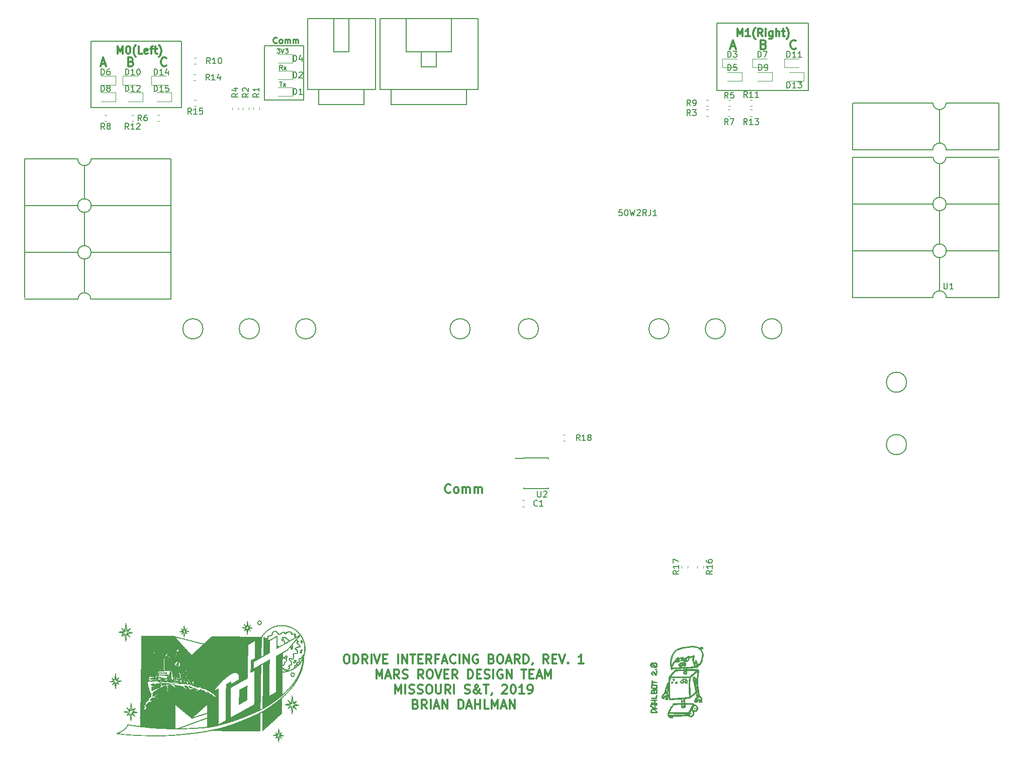
<source format=gbr>
G04 #@! TF.GenerationSoftware,KiCad,Pcbnew,(5.0.2)-1*
G04 #@! TF.CreationDate,2019-03-05T00:17:48-06:00*
G04 #@! TF.ProjectId,ODriveInterfacingBoard,4f447269-7665-4496-9e74-657266616369,rev?*
G04 #@! TF.SameCoordinates,Original*
G04 #@! TF.FileFunction,Legend,Top*
G04 #@! TF.FilePolarity,Positive*
%FSLAX46Y46*%
G04 Gerber Fmt 4.6, Leading zero omitted, Abs format (unit mm)*
G04 Created by KiCad (PCBNEW (5.0.2)-1) date 3/5/2019 12:17:48 AM*
%MOMM*%
%LPD*%
G01*
G04 APERTURE LIST*
%ADD10C,0.200000*%
%ADD11C,0.300000*%
%ADD12C,0.190500*%
%ADD13C,0.254000*%
%ADD14C,0.150000*%
%ADD15C,0.010000*%
%ADD16C,0.120000*%
G04 APERTURE END LIST*
D10*
X72136000Y-52832000D02*
X72136000Y-61976000D01*
X65532000Y-52832000D02*
X72136000Y-52832000D01*
X65532000Y-61976000D02*
X65532000Y-52832000D01*
X72136000Y-61976000D02*
X65532000Y-61976000D01*
X157099000Y-49022000D02*
X157099000Y-49530000D01*
X141732000Y-49022000D02*
X157099000Y-49022000D01*
X141732000Y-60325000D02*
X141732000Y-49022000D01*
X157099000Y-60325000D02*
X141732000Y-60325000D01*
X37846000Y-63246000D02*
X51562000Y-63246000D01*
D11*
X79202857Y-155373571D02*
X79488571Y-155373571D01*
X79631428Y-155445000D01*
X79774285Y-155587857D01*
X79845714Y-155873571D01*
X79845714Y-156373571D01*
X79774285Y-156659285D01*
X79631428Y-156802142D01*
X79488571Y-156873571D01*
X79202857Y-156873571D01*
X79060000Y-156802142D01*
X78917142Y-156659285D01*
X78845714Y-156373571D01*
X78845714Y-155873571D01*
X78917142Y-155587857D01*
X79060000Y-155445000D01*
X79202857Y-155373571D01*
X80488571Y-156873571D02*
X80488571Y-155373571D01*
X80845714Y-155373571D01*
X81060000Y-155445000D01*
X81202857Y-155587857D01*
X81274285Y-155730714D01*
X81345714Y-156016428D01*
X81345714Y-156230714D01*
X81274285Y-156516428D01*
X81202857Y-156659285D01*
X81060000Y-156802142D01*
X80845714Y-156873571D01*
X80488571Y-156873571D01*
X82845714Y-156873571D02*
X82345714Y-156159285D01*
X81988571Y-156873571D02*
X81988571Y-155373571D01*
X82560000Y-155373571D01*
X82702857Y-155445000D01*
X82774285Y-155516428D01*
X82845714Y-155659285D01*
X82845714Y-155873571D01*
X82774285Y-156016428D01*
X82702857Y-156087857D01*
X82560000Y-156159285D01*
X81988571Y-156159285D01*
X83488571Y-156873571D02*
X83488571Y-155373571D01*
X83988571Y-155373571D02*
X84488571Y-156873571D01*
X84988571Y-155373571D01*
X85488571Y-156087857D02*
X85988571Y-156087857D01*
X86202857Y-156873571D02*
X85488571Y-156873571D01*
X85488571Y-155373571D01*
X86202857Y-155373571D01*
X87988571Y-156873571D02*
X87988571Y-155373571D01*
X88702857Y-156873571D02*
X88702857Y-155373571D01*
X89560000Y-156873571D01*
X89560000Y-155373571D01*
X90060000Y-155373571D02*
X90917142Y-155373571D01*
X90488571Y-156873571D02*
X90488571Y-155373571D01*
X91417142Y-156087857D02*
X91917142Y-156087857D01*
X92131428Y-156873571D02*
X91417142Y-156873571D01*
X91417142Y-155373571D01*
X92131428Y-155373571D01*
X93631428Y-156873571D02*
X93131428Y-156159285D01*
X92774285Y-156873571D02*
X92774285Y-155373571D01*
X93345714Y-155373571D01*
X93488571Y-155445000D01*
X93560000Y-155516428D01*
X93631428Y-155659285D01*
X93631428Y-155873571D01*
X93560000Y-156016428D01*
X93488571Y-156087857D01*
X93345714Y-156159285D01*
X92774285Y-156159285D01*
X94774285Y-156087857D02*
X94274285Y-156087857D01*
X94274285Y-156873571D02*
X94274285Y-155373571D01*
X94988571Y-155373571D01*
X95488571Y-156445000D02*
X96202857Y-156445000D01*
X95345714Y-156873571D02*
X95845714Y-155373571D01*
X96345714Y-156873571D01*
X97702857Y-156730714D02*
X97631428Y-156802142D01*
X97417142Y-156873571D01*
X97274285Y-156873571D01*
X97060000Y-156802142D01*
X96917142Y-156659285D01*
X96845714Y-156516428D01*
X96774285Y-156230714D01*
X96774285Y-156016428D01*
X96845714Y-155730714D01*
X96917142Y-155587857D01*
X97060000Y-155445000D01*
X97274285Y-155373571D01*
X97417142Y-155373571D01*
X97631428Y-155445000D01*
X97702857Y-155516428D01*
X98345714Y-156873571D02*
X98345714Y-155373571D01*
X99060000Y-156873571D02*
X99060000Y-155373571D01*
X99917142Y-156873571D01*
X99917142Y-155373571D01*
X101417142Y-155445000D02*
X101274285Y-155373571D01*
X101060000Y-155373571D01*
X100845714Y-155445000D01*
X100702857Y-155587857D01*
X100631428Y-155730714D01*
X100560000Y-156016428D01*
X100560000Y-156230714D01*
X100631428Y-156516428D01*
X100702857Y-156659285D01*
X100845714Y-156802142D01*
X101060000Y-156873571D01*
X101202857Y-156873571D01*
X101417142Y-156802142D01*
X101488571Y-156730714D01*
X101488571Y-156230714D01*
X101202857Y-156230714D01*
X103774285Y-156087857D02*
X103988571Y-156159285D01*
X104060000Y-156230714D01*
X104131428Y-156373571D01*
X104131428Y-156587857D01*
X104060000Y-156730714D01*
X103988571Y-156802142D01*
X103845714Y-156873571D01*
X103274285Y-156873571D01*
X103274285Y-155373571D01*
X103774285Y-155373571D01*
X103917142Y-155445000D01*
X103988571Y-155516428D01*
X104060000Y-155659285D01*
X104060000Y-155802142D01*
X103988571Y-155945000D01*
X103917142Y-156016428D01*
X103774285Y-156087857D01*
X103274285Y-156087857D01*
X105060000Y-155373571D02*
X105345714Y-155373571D01*
X105488571Y-155445000D01*
X105631428Y-155587857D01*
X105702857Y-155873571D01*
X105702857Y-156373571D01*
X105631428Y-156659285D01*
X105488571Y-156802142D01*
X105345714Y-156873571D01*
X105060000Y-156873571D01*
X104917142Y-156802142D01*
X104774285Y-156659285D01*
X104702857Y-156373571D01*
X104702857Y-155873571D01*
X104774285Y-155587857D01*
X104917142Y-155445000D01*
X105060000Y-155373571D01*
X106274285Y-156445000D02*
X106988571Y-156445000D01*
X106131428Y-156873571D02*
X106631428Y-155373571D01*
X107131428Y-156873571D01*
X108488571Y-156873571D02*
X107988571Y-156159285D01*
X107631428Y-156873571D02*
X107631428Y-155373571D01*
X108202857Y-155373571D01*
X108345714Y-155445000D01*
X108417142Y-155516428D01*
X108488571Y-155659285D01*
X108488571Y-155873571D01*
X108417142Y-156016428D01*
X108345714Y-156087857D01*
X108202857Y-156159285D01*
X107631428Y-156159285D01*
X109131428Y-156873571D02*
X109131428Y-155373571D01*
X109488571Y-155373571D01*
X109702857Y-155445000D01*
X109845714Y-155587857D01*
X109917142Y-155730714D01*
X109988571Y-156016428D01*
X109988571Y-156230714D01*
X109917142Y-156516428D01*
X109845714Y-156659285D01*
X109702857Y-156802142D01*
X109488571Y-156873571D01*
X109131428Y-156873571D01*
X110702857Y-156802142D02*
X110702857Y-156873571D01*
X110631428Y-157016428D01*
X110560000Y-157087857D01*
X113345714Y-156873571D02*
X112845714Y-156159285D01*
X112488571Y-156873571D02*
X112488571Y-155373571D01*
X113060000Y-155373571D01*
X113202857Y-155445000D01*
X113274285Y-155516428D01*
X113345714Y-155659285D01*
X113345714Y-155873571D01*
X113274285Y-156016428D01*
X113202857Y-156087857D01*
X113060000Y-156159285D01*
X112488571Y-156159285D01*
X113988571Y-156087857D02*
X114488571Y-156087857D01*
X114702857Y-156873571D02*
X113988571Y-156873571D01*
X113988571Y-155373571D01*
X114702857Y-155373571D01*
X115131428Y-155373571D02*
X115631428Y-156873571D01*
X116131428Y-155373571D01*
X116631428Y-156730714D02*
X116702857Y-156802142D01*
X116631428Y-156873571D01*
X116560000Y-156802142D01*
X116631428Y-156730714D01*
X116631428Y-156873571D01*
X119274285Y-156873571D02*
X118417142Y-156873571D01*
X118845714Y-156873571D02*
X118845714Y-155373571D01*
X118702857Y-155587857D01*
X118560000Y-155730714D01*
X118417142Y-155802142D01*
X84345714Y-159423571D02*
X84345714Y-157923571D01*
X84845714Y-158995000D01*
X85345714Y-157923571D01*
X85345714Y-159423571D01*
X85988571Y-158995000D02*
X86702857Y-158995000D01*
X85845714Y-159423571D02*
X86345714Y-157923571D01*
X86845714Y-159423571D01*
X88202857Y-159423571D02*
X87702857Y-158709285D01*
X87345714Y-159423571D02*
X87345714Y-157923571D01*
X87917142Y-157923571D01*
X88060000Y-157995000D01*
X88131428Y-158066428D01*
X88202857Y-158209285D01*
X88202857Y-158423571D01*
X88131428Y-158566428D01*
X88060000Y-158637857D01*
X87917142Y-158709285D01*
X87345714Y-158709285D01*
X88774285Y-159352142D02*
X88988571Y-159423571D01*
X89345714Y-159423571D01*
X89488571Y-159352142D01*
X89560000Y-159280714D01*
X89631428Y-159137857D01*
X89631428Y-158995000D01*
X89560000Y-158852142D01*
X89488571Y-158780714D01*
X89345714Y-158709285D01*
X89060000Y-158637857D01*
X88917142Y-158566428D01*
X88845714Y-158495000D01*
X88774285Y-158352142D01*
X88774285Y-158209285D01*
X88845714Y-158066428D01*
X88917142Y-157995000D01*
X89060000Y-157923571D01*
X89417142Y-157923571D01*
X89631428Y-157995000D01*
X92274285Y-159423571D02*
X91774285Y-158709285D01*
X91417142Y-159423571D02*
X91417142Y-157923571D01*
X91988571Y-157923571D01*
X92131428Y-157995000D01*
X92202857Y-158066428D01*
X92274285Y-158209285D01*
X92274285Y-158423571D01*
X92202857Y-158566428D01*
X92131428Y-158637857D01*
X91988571Y-158709285D01*
X91417142Y-158709285D01*
X93202857Y-157923571D02*
X93488571Y-157923571D01*
X93631428Y-157995000D01*
X93774285Y-158137857D01*
X93845714Y-158423571D01*
X93845714Y-158923571D01*
X93774285Y-159209285D01*
X93631428Y-159352142D01*
X93488571Y-159423571D01*
X93202857Y-159423571D01*
X93060000Y-159352142D01*
X92917142Y-159209285D01*
X92845714Y-158923571D01*
X92845714Y-158423571D01*
X92917142Y-158137857D01*
X93060000Y-157995000D01*
X93202857Y-157923571D01*
X94274285Y-157923571D02*
X94774285Y-159423571D01*
X95274285Y-157923571D01*
X95774285Y-158637857D02*
X96274285Y-158637857D01*
X96488571Y-159423571D02*
X95774285Y-159423571D01*
X95774285Y-157923571D01*
X96488571Y-157923571D01*
X97988571Y-159423571D02*
X97488571Y-158709285D01*
X97131428Y-159423571D02*
X97131428Y-157923571D01*
X97702857Y-157923571D01*
X97845714Y-157995000D01*
X97917142Y-158066428D01*
X97988571Y-158209285D01*
X97988571Y-158423571D01*
X97917142Y-158566428D01*
X97845714Y-158637857D01*
X97702857Y-158709285D01*
X97131428Y-158709285D01*
X99774285Y-159423571D02*
X99774285Y-157923571D01*
X100131428Y-157923571D01*
X100345714Y-157995000D01*
X100488571Y-158137857D01*
X100560000Y-158280714D01*
X100631428Y-158566428D01*
X100631428Y-158780714D01*
X100560000Y-159066428D01*
X100488571Y-159209285D01*
X100345714Y-159352142D01*
X100131428Y-159423571D01*
X99774285Y-159423571D01*
X101274285Y-158637857D02*
X101774285Y-158637857D01*
X101988571Y-159423571D02*
X101274285Y-159423571D01*
X101274285Y-157923571D01*
X101988571Y-157923571D01*
X102560000Y-159352142D02*
X102774285Y-159423571D01*
X103131428Y-159423571D01*
X103274285Y-159352142D01*
X103345714Y-159280714D01*
X103417142Y-159137857D01*
X103417142Y-158995000D01*
X103345714Y-158852142D01*
X103274285Y-158780714D01*
X103131428Y-158709285D01*
X102845714Y-158637857D01*
X102702857Y-158566428D01*
X102631428Y-158495000D01*
X102560000Y-158352142D01*
X102560000Y-158209285D01*
X102631428Y-158066428D01*
X102702857Y-157995000D01*
X102845714Y-157923571D01*
X103202857Y-157923571D01*
X103417142Y-157995000D01*
X104060000Y-159423571D02*
X104060000Y-157923571D01*
X105560000Y-157995000D02*
X105417142Y-157923571D01*
X105202857Y-157923571D01*
X104988571Y-157995000D01*
X104845714Y-158137857D01*
X104774285Y-158280714D01*
X104702857Y-158566428D01*
X104702857Y-158780714D01*
X104774285Y-159066428D01*
X104845714Y-159209285D01*
X104988571Y-159352142D01*
X105202857Y-159423571D01*
X105345714Y-159423571D01*
X105560000Y-159352142D01*
X105631428Y-159280714D01*
X105631428Y-158780714D01*
X105345714Y-158780714D01*
X106274285Y-159423571D02*
X106274285Y-157923571D01*
X107131428Y-159423571D01*
X107131428Y-157923571D01*
X108774285Y-157923571D02*
X109631428Y-157923571D01*
X109202857Y-159423571D02*
X109202857Y-157923571D01*
X110131428Y-158637857D02*
X110631428Y-158637857D01*
X110845714Y-159423571D02*
X110131428Y-159423571D01*
X110131428Y-157923571D01*
X110845714Y-157923571D01*
X111417142Y-158995000D02*
X112131428Y-158995000D01*
X111274285Y-159423571D02*
X111774285Y-157923571D01*
X112274285Y-159423571D01*
X112774285Y-159423571D02*
X112774285Y-157923571D01*
X113274285Y-158995000D01*
X113774285Y-157923571D01*
X113774285Y-159423571D01*
X87524285Y-161973571D02*
X87524285Y-160473571D01*
X88024285Y-161545000D01*
X88524285Y-160473571D01*
X88524285Y-161973571D01*
X89238571Y-161973571D02*
X89238571Y-160473571D01*
X89881428Y-161902142D02*
X90095714Y-161973571D01*
X90452857Y-161973571D01*
X90595714Y-161902142D01*
X90667142Y-161830714D01*
X90738571Y-161687857D01*
X90738571Y-161545000D01*
X90667142Y-161402142D01*
X90595714Y-161330714D01*
X90452857Y-161259285D01*
X90167142Y-161187857D01*
X90024285Y-161116428D01*
X89952857Y-161045000D01*
X89881428Y-160902142D01*
X89881428Y-160759285D01*
X89952857Y-160616428D01*
X90024285Y-160545000D01*
X90167142Y-160473571D01*
X90524285Y-160473571D01*
X90738571Y-160545000D01*
X91310000Y-161902142D02*
X91524285Y-161973571D01*
X91881428Y-161973571D01*
X92024285Y-161902142D01*
X92095714Y-161830714D01*
X92167142Y-161687857D01*
X92167142Y-161545000D01*
X92095714Y-161402142D01*
X92024285Y-161330714D01*
X91881428Y-161259285D01*
X91595714Y-161187857D01*
X91452857Y-161116428D01*
X91381428Y-161045000D01*
X91310000Y-160902142D01*
X91310000Y-160759285D01*
X91381428Y-160616428D01*
X91452857Y-160545000D01*
X91595714Y-160473571D01*
X91952857Y-160473571D01*
X92167142Y-160545000D01*
X93095714Y-160473571D02*
X93381428Y-160473571D01*
X93524285Y-160545000D01*
X93667142Y-160687857D01*
X93738571Y-160973571D01*
X93738571Y-161473571D01*
X93667142Y-161759285D01*
X93524285Y-161902142D01*
X93381428Y-161973571D01*
X93095714Y-161973571D01*
X92952857Y-161902142D01*
X92810000Y-161759285D01*
X92738571Y-161473571D01*
X92738571Y-160973571D01*
X92810000Y-160687857D01*
X92952857Y-160545000D01*
X93095714Y-160473571D01*
X94381428Y-160473571D02*
X94381428Y-161687857D01*
X94452857Y-161830714D01*
X94524285Y-161902142D01*
X94667142Y-161973571D01*
X94952857Y-161973571D01*
X95095714Y-161902142D01*
X95167142Y-161830714D01*
X95238571Y-161687857D01*
X95238571Y-160473571D01*
X96810000Y-161973571D02*
X96310000Y-161259285D01*
X95952857Y-161973571D02*
X95952857Y-160473571D01*
X96524285Y-160473571D01*
X96667142Y-160545000D01*
X96738571Y-160616428D01*
X96810000Y-160759285D01*
X96810000Y-160973571D01*
X96738571Y-161116428D01*
X96667142Y-161187857D01*
X96524285Y-161259285D01*
X95952857Y-161259285D01*
X97452857Y-161973571D02*
X97452857Y-160473571D01*
X99238571Y-161902142D02*
X99452857Y-161973571D01*
X99809999Y-161973571D01*
X99952857Y-161902142D01*
X100024285Y-161830714D01*
X100095714Y-161687857D01*
X100095714Y-161545000D01*
X100024285Y-161402142D01*
X99952857Y-161330714D01*
X99809999Y-161259285D01*
X99524285Y-161187857D01*
X99381428Y-161116428D01*
X99309999Y-161045000D01*
X99238571Y-160902142D01*
X99238571Y-160759285D01*
X99309999Y-160616428D01*
X99381428Y-160545000D01*
X99524285Y-160473571D01*
X99881428Y-160473571D01*
X100095714Y-160545000D01*
X101952857Y-161973571D02*
X101881428Y-161973571D01*
X101738571Y-161902142D01*
X101524285Y-161687857D01*
X101167142Y-161259285D01*
X101024285Y-161045000D01*
X100952857Y-160830714D01*
X100952857Y-160687857D01*
X101024285Y-160545000D01*
X101167142Y-160473571D01*
X101238571Y-160473571D01*
X101381428Y-160545000D01*
X101452857Y-160687857D01*
X101452857Y-160759285D01*
X101381428Y-160902142D01*
X101310000Y-160973571D01*
X100881428Y-161259285D01*
X100810000Y-161330714D01*
X100738571Y-161473571D01*
X100738571Y-161687857D01*
X100810000Y-161830714D01*
X100881428Y-161902142D01*
X101024285Y-161973571D01*
X101238571Y-161973571D01*
X101381428Y-161902142D01*
X101452857Y-161830714D01*
X101667142Y-161545000D01*
X101738571Y-161330714D01*
X101738571Y-161187857D01*
X102381428Y-160473571D02*
X103238571Y-160473571D01*
X102810000Y-161973571D02*
X102810000Y-160473571D01*
X103810000Y-161902142D02*
X103810000Y-161973571D01*
X103738571Y-162116428D01*
X103667142Y-162187857D01*
X105524285Y-160616428D02*
X105595714Y-160545000D01*
X105738571Y-160473571D01*
X106095714Y-160473571D01*
X106238571Y-160545000D01*
X106309999Y-160616428D01*
X106381428Y-160759285D01*
X106381428Y-160902142D01*
X106309999Y-161116428D01*
X105452857Y-161973571D01*
X106381428Y-161973571D01*
X107309999Y-160473571D02*
X107452857Y-160473571D01*
X107595714Y-160545000D01*
X107667142Y-160616428D01*
X107738571Y-160759285D01*
X107809999Y-161045000D01*
X107809999Y-161402142D01*
X107738571Y-161687857D01*
X107667142Y-161830714D01*
X107595714Y-161902142D01*
X107452857Y-161973571D01*
X107309999Y-161973571D01*
X107167142Y-161902142D01*
X107095714Y-161830714D01*
X107024285Y-161687857D01*
X106952857Y-161402142D01*
X106952857Y-161045000D01*
X107024285Y-160759285D01*
X107095714Y-160616428D01*
X107167142Y-160545000D01*
X107309999Y-160473571D01*
X109238571Y-161973571D02*
X108381428Y-161973571D01*
X108809999Y-161973571D02*
X108809999Y-160473571D01*
X108667142Y-160687857D01*
X108524285Y-160830714D01*
X108381428Y-160902142D01*
X109952857Y-161973571D02*
X110238571Y-161973571D01*
X110381428Y-161902142D01*
X110452857Y-161830714D01*
X110595714Y-161616428D01*
X110667142Y-161330714D01*
X110667142Y-160759285D01*
X110595714Y-160616428D01*
X110524285Y-160545000D01*
X110381428Y-160473571D01*
X110095714Y-160473571D01*
X109952857Y-160545000D01*
X109881428Y-160616428D01*
X109810000Y-160759285D01*
X109810000Y-161116428D01*
X109881428Y-161259285D01*
X109952857Y-161330714D01*
X110095714Y-161402142D01*
X110381428Y-161402142D01*
X110524285Y-161330714D01*
X110595714Y-161259285D01*
X110667142Y-161116428D01*
X90988571Y-163737857D02*
X91202857Y-163809285D01*
X91274285Y-163880714D01*
X91345714Y-164023571D01*
X91345714Y-164237857D01*
X91274285Y-164380714D01*
X91202857Y-164452142D01*
X91060000Y-164523571D01*
X90488571Y-164523571D01*
X90488571Y-163023571D01*
X90988571Y-163023571D01*
X91131428Y-163095000D01*
X91202857Y-163166428D01*
X91274285Y-163309285D01*
X91274285Y-163452142D01*
X91202857Y-163595000D01*
X91131428Y-163666428D01*
X90988571Y-163737857D01*
X90488571Y-163737857D01*
X92845714Y-164523571D02*
X92345714Y-163809285D01*
X91988571Y-164523571D02*
X91988571Y-163023571D01*
X92560000Y-163023571D01*
X92702857Y-163095000D01*
X92774285Y-163166428D01*
X92845714Y-163309285D01*
X92845714Y-163523571D01*
X92774285Y-163666428D01*
X92702857Y-163737857D01*
X92560000Y-163809285D01*
X91988571Y-163809285D01*
X93488571Y-164523571D02*
X93488571Y-163023571D01*
X94131428Y-164095000D02*
X94845714Y-164095000D01*
X93988571Y-164523571D02*
X94488571Y-163023571D01*
X94988571Y-164523571D01*
X95488571Y-164523571D02*
X95488571Y-163023571D01*
X96345714Y-164523571D01*
X96345714Y-163023571D01*
X98202857Y-164523571D02*
X98202857Y-163023571D01*
X98560000Y-163023571D01*
X98774285Y-163095000D01*
X98917142Y-163237857D01*
X98988571Y-163380714D01*
X99060000Y-163666428D01*
X99060000Y-163880714D01*
X98988571Y-164166428D01*
X98917142Y-164309285D01*
X98774285Y-164452142D01*
X98560000Y-164523571D01*
X98202857Y-164523571D01*
X99631428Y-164095000D02*
X100345714Y-164095000D01*
X99488571Y-164523571D02*
X99988571Y-163023571D01*
X100488571Y-164523571D01*
X100988571Y-164523571D02*
X100988571Y-163023571D01*
X100988571Y-163737857D02*
X101845714Y-163737857D01*
X101845714Y-164523571D02*
X101845714Y-163023571D01*
X103274285Y-164523571D02*
X102560000Y-164523571D01*
X102560000Y-163023571D01*
X103774285Y-164523571D02*
X103774285Y-163023571D01*
X104274285Y-164095000D01*
X104774285Y-163023571D01*
X104774285Y-164523571D01*
X105417142Y-164095000D02*
X106131428Y-164095000D01*
X105274285Y-164523571D02*
X105774285Y-163023571D01*
X106274285Y-164523571D01*
X106774285Y-164523571D02*
X106774285Y-163023571D01*
X107631428Y-164523571D01*
X107631428Y-163023571D01*
X96845714Y-128043714D02*
X96774285Y-128115142D01*
X96560000Y-128186571D01*
X96417142Y-128186571D01*
X96202857Y-128115142D01*
X96060000Y-127972285D01*
X95988571Y-127829428D01*
X95917142Y-127543714D01*
X95917142Y-127329428D01*
X95988571Y-127043714D01*
X96060000Y-126900857D01*
X96202857Y-126758000D01*
X96417142Y-126686571D01*
X96560000Y-126686571D01*
X96774285Y-126758000D01*
X96845714Y-126829428D01*
X97702857Y-128186571D02*
X97560000Y-128115142D01*
X97488571Y-128043714D01*
X97417142Y-127900857D01*
X97417142Y-127472285D01*
X97488571Y-127329428D01*
X97560000Y-127258000D01*
X97702857Y-127186571D01*
X97917142Y-127186571D01*
X98060000Y-127258000D01*
X98131428Y-127329428D01*
X98202857Y-127472285D01*
X98202857Y-127900857D01*
X98131428Y-128043714D01*
X98060000Y-128115142D01*
X97917142Y-128186571D01*
X97702857Y-128186571D01*
X98845714Y-128186571D02*
X98845714Y-127186571D01*
X98845714Y-127329428D02*
X98917142Y-127258000D01*
X99060000Y-127186571D01*
X99274285Y-127186571D01*
X99417142Y-127258000D01*
X99488571Y-127400857D01*
X99488571Y-128186571D01*
X99488571Y-127400857D02*
X99560000Y-127258000D01*
X99702857Y-127186571D01*
X99917142Y-127186571D01*
X100060000Y-127258000D01*
X100131428Y-127400857D01*
X100131428Y-128186571D01*
X100845714Y-128186571D02*
X100845714Y-127186571D01*
X100845714Y-127329428D02*
X100917142Y-127258000D01*
X101060000Y-127186571D01*
X101274285Y-127186571D01*
X101417142Y-127258000D01*
X101488571Y-127400857D01*
X101488571Y-128186571D01*
X101488571Y-127400857D02*
X101560000Y-127258000D01*
X101702857Y-127186571D01*
X101917142Y-127186571D01*
X102060000Y-127258000D01*
X102131428Y-127400857D01*
X102131428Y-128186571D01*
D12*
X68507428Y-56859714D02*
X68253428Y-56496857D01*
X68072000Y-56859714D02*
X68072000Y-56097714D01*
X68362285Y-56097714D01*
X68434857Y-56134000D01*
X68471142Y-56170285D01*
X68507428Y-56242857D01*
X68507428Y-56351714D01*
X68471142Y-56424285D01*
X68434857Y-56460571D01*
X68362285Y-56496857D01*
X68072000Y-56496857D01*
X68761428Y-56859714D02*
X69160571Y-56351714D01*
X68761428Y-56351714D02*
X69160571Y-56859714D01*
X68053857Y-58891714D02*
X68489285Y-58891714D01*
X68271571Y-59653714D02*
X68271571Y-58891714D01*
X68670714Y-59653714D02*
X69069857Y-59145714D01*
X68670714Y-59145714D02*
X69069857Y-59653714D01*
X67636571Y-53303714D02*
X68108285Y-53303714D01*
X67854285Y-53594000D01*
X67963142Y-53594000D01*
X68035714Y-53630285D01*
X68072000Y-53666571D01*
X68108285Y-53739142D01*
X68108285Y-53920571D01*
X68072000Y-53993142D01*
X68035714Y-54029428D01*
X67963142Y-54065714D01*
X67745428Y-54065714D01*
X67672857Y-54029428D01*
X67636571Y-53993142D01*
X68326000Y-53303714D02*
X68580000Y-54065714D01*
X68834000Y-53303714D01*
X69015428Y-53303714D02*
X69487142Y-53303714D01*
X69233142Y-53594000D01*
X69342000Y-53594000D01*
X69414571Y-53630285D01*
X69450857Y-53666571D01*
X69487142Y-53739142D01*
X69487142Y-53920571D01*
X69450857Y-53993142D01*
X69414571Y-54029428D01*
X69342000Y-54065714D01*
X69124285Y-54065714D01*
X69051714Y-54029428D01*
X69015428Y-53993142D01*
D10*
X37846000Y-63246000D02*
X36322000Y-63246000D01*
D11*
X144041857Y-52955000D02*
X144756142Y-52955000D01*
X143899000Y-53383571D02*
X144399000Y-51883571D01*
X144899000Y-53383571D01*
X149586142Y-52597857D02*
X149800428Y-52669285D01*
X149871857Y-52740714D01*
X149943285Y-52883571D01*
X149943285Y-53097857D01*
X149871857Y-53240714D01*
X149800428Y-53312142D01*
X149657571Y-53383571D01*
X149086142Y-53383571D01*
X149086142Y-51883571D01*
X149586142Y-51883571D01*
X149729000Y-51955000D01*
X149800428Y-52026428D01*
X149871857Y-52169285D01*
X149871857Y-52312142D01*
X149800428Y-52455000D01*
X149729000Y-52526428D01*
X149586142Y-52597857D01*
X149086142Y-52597857D01*
X155023285Y-53240714D02*
X154951857Y-53312142D01*
X154737571Y-53383571D01*
X154594714Y-53383571D01*
X154380428Y-53312142D01*
X154237571Y-53169285D01*
X154166142Y-53026428D01*
X154094714Y-52740714D01*
X154094714Y-52526428D01*
X154166142Y-52240714D01*
X154237571Y-52097857D01*
X154380428Y-51955000D01*
X154594714Y-51883571D01*
X154737571Y-51883571D01*
X154951857Y-51955000D01*
X155023285Y-52026428D01*
X48978285Y-56161714D02*
X48906857Y-56233142D01*
X48692571Y-56304571D01*
X48549714Y-56304571D01*
X48335428Y-56233142D01*
X48192571Y-56090285D01*
X48121142Y-55947428D01*
X48049714Y-55661714D01*
X48049714Y-55447428D01*
X48121142Y-55161714D01*
X48192571Y-55018857D01*
X48335428Y-54876000D01*
X48549714Y-54804571D01*
X48692571Y-54804571D01*
X48906857Y-54876000D01*
X48978285Y-54947428D01*
X43033142Y-55518857D02*
X43247428Y-55590285D01*
X43318857Y-55661714D01*
X43390285Y-55804571D01*
X43390285Y-56018857D01*
X43318857Y-56161714D01*
X43247428Y-56233142D01*
X43104571Y-56304571D01*
X42533142Y-56304571D01*
X42533142Y-54804571D01*
X43033142Y-54804571D01*
X43176000Y-54876000D01*
X43247428Y-54947428D01*
X43318857Y-55090285D01*
X43318857Y-55233142D01*
X43247428Y-55376000D01*
X43176000Y-55447428D01*
X43033142Y-55518857D01*
X42533142Y-55518857D01*
X37996857Y-55876000D02*
X38711142Y-55876000D01*
X37854000Y-56304571D02*
X38354000Y-54804571D01*
X38854000Y-56304571D01*
X145154952Y-51247523D02*
X145154952Y-49977523D01*
X145578285Y-50884666D01*
X146001619Y-49977523D01*
X146001619Y-51247523D01*
X147271619Y-51247523D02*
X146545904Y-51247523D01*
X146908761Y-51247523D02*
X146908761Y-49977523D01*
X146787809Y-50158952D01*
X146666857Y-50279904D01*
X146545904Y-50340380D01*
X148178761Y-51731333D02*
X148118285Y-51670857D01*
X147997333Y-51489428D01*
X147936857Y-51368476D01*
X147876380Y-51187047D01*
X147815904Y-50884666D01*
X147815904Y-50642761D01*
X147876380Y-50340380D01*
X147936857Y-50158952D01*
X147997333Y-50038000D01*
X148118285Y-49856571D01*
X148178761Y-49796095D01*
X149388285Y-51247523D02*
X148964952Y-50642761D01*
X148662571Y-51247523D02*
X148662571Y-49977523D01*
X149146380Y-49977523D01*
X149267333Y-50038000D01*
X149327809Y-50098476D01*
X149388285Y-50219428D01*
X149388285Y-50400857D01*
X149327809Y-50521809D01*
X149267333Y-50582285D01*
X149146380Y-50642761D01*
X148662571Y-50642761D01*
X149932571Y-51247523D02*
X149932571Y-50400857D01*
X149932571Y-49977523D02*
X149872095Y-50038000D01*
X149932571Y-50098476D01*
X149993047Y-50038000D01*
X149932571Y-49977523D01*
X149932571Y-50098476D01*
X151081619Y-50400857D02*
X151081619Y-51428952D01*
X151021142Y-51549904D01*
X150960666Y-51610380D01*
X150839714Y-51670857D01*
X150658285Y-51670857D01*
X150537333Y-51610380D01*
X151081619Y-51187047D02*
X150960666Y-51247523D01*
X150718761Y-51247523D01*
X150597809Y-51187047D01*
X150537333Y-51126571D01*
X150476857Y-51005619D01*
X150476857Y-50642761D01*
X150537333Y-50521809D01*
X150597809Y-50461333D01*
X150718761Y-50400857D01*
X150960666Y-50400857D01*
X151081619Y-50461333D01*
X151686380Y-51247523D02*
X151686380Y-49977523D01*
X152230666Y-51247523D02*
X152230666Y-50582285D01*
X152170190Y-50461333D01*
X152049238Y-50400857D01*
X151867809Y-50400857D01*
X151746857Y-50461333D01*
X151686380Y-50521809D01*
X152654000Y-50400857D02*
X153137809Y-50400857D01*
X152835428Y-49977523D02*
X152835428Y-51066095D01*
X152895904Y-51187047D01*
X153016857Y-51247523D01*
X153137809Y-51247523D01*
X153440190Y-51731333D02*
X153500666Y-51670857D01*
X153621619Y-51489428D01*
X153682095Y-51368476D01*
X153742571Y-51187047D01*
X153803047Y-50884666D01*
X153803047Y-50642761D01*
X153742571Y-50340380D01*
X153682095Y-50158952D01*
X153621619Y-50038000D01*
X153500666Y-49856571D01*
X153440190Y-49796095D01*
X40791190Y-54168523D02*
X40791190Y-52898523D01*
X41214523Y-53805666D01*
X41637857Y-52898523D01*
X41637857Y-54168523D01*
X42484523Y-52898523D02*
X42605476Y-52898523D01*
X42726428Y-52959000D01*
X42786904Y-53019476D01*
X42847380Y-53140428D01*
X42907857Y-53382333D01*
X42907857Y-53684714D01*
X42847380Y-53926619D01*
X42786904Y-54047571D01*
X42726428Y-54108047D01*
X42605476Y-54168523D01*
X42484523Y-54168523D01*
X42363571Y-54108047D01*
X42303095Y-54047571D01*
X42242619Y-53926619D01*
X42182142Y-53684714D01*
X42182142Y-53382333D01*
X42242619Y-53140428D01*
X42303095Y-53019476D01*
X42363571Y-52959000D01*
X42484523Y-52898523D01*
X43815000Y-54652333D02*
X43754523Y-54591857D01*
X43633571Y-54410428D01*
X43573095Y-54289476D01*
X43512619Y-54108047D01*
X43452142Y-53805666D01*
X43452142Y-53563761D01*
X43512619Y-53261380D01*
X43573095Y-53079952D01*
X43633571Y-52959000D01*
X43754523Y-52777571D01*
X43815000Y-52717095D01*
X44903571Y-54168523D02*
X44298809Y-54168523D01*
X44298809Y-52898523D01*
X45810714Y-54108047D02*
X45689761Y-54168523D01*
X45447857Y-54168523D01*
X45326904Y-54108047D01*
X45266428Y-53987095D01*
X45266428Y-53503285D01*
X45326904Y-53382333D01*
X45447857Y-53321857D01*
X45689761Y-53321857D01*
X45810714Y-53382333D01*
X45871190Y-53503285D01*
X45871190Y-53624238D01*
X45266428Y-53745190D01*
X46234047Y-53321857D02*
X46717857Y-53321857D01*
X46415476Y-54168523D02*
X46415476Y-53079952D01*
X46475952Y-52959000D01*
X46596904Y-52898523D01*
X46717857Y-52898523D01*
X46959761Y-53321857D02*
X47443571Y-53321857D01*
X47141190Y-52898523D02*
X47141190Y-53987095D01*
X47201666Y-54108047D01*
X47322619Y-54168523D01*
X47443571Y-54168523D01*
X47745952Y-54652333D02*
X47806428Y-54591857D01*
X47927380Y-54410428D01*
X47987857Y-54289476D01*
X48048333Y-54108047D01*
X48108809Y-53805666D01*
X48108809Y-53563761D01*
X48048333Y-53261380D01*
X47987857Y-53079952D01*
X47927380Y-52959000D01*
X47806428Y-52777571D01*
X47745952Y-52717095D01*
D13*
X67588190Y-52305857D02*
X67539809Y-52354238D01*
X67394666Y-52402619D01*
X67297904Y-52402619D01*
X67152761Y-52354238D01*
X67056000Y-52257476D01*
X67007619Y-52160714D01*
X66959238Y-51967190D01*
X66959238Y-51822047D01*
X67007619Y-51628523D01*
X67056000Y-51531761D01*
X67152761Y-51435000D01*
X67297904Y-51386619D01*
X67394666Y-51386619D01*
X67539809Y-51435000D01*
X67588190Y-51483380D01*
X68168761Y-52402619D02*
X68072000Y-52354238D01*
X68023619Y-52305857D01*
X67975238Y-52209095D01*
X67975238Y-51918809D01*
X68023619Y-51822047D01*
X68072000Y-51773666D01*
X68168761Y-51725285D01*
X68313904Y-51725285D01*
X68410666Y-51773666D01*
X68459047Y-51822047D01*
X68507428Y-51918809D01*
X68507428Y-52209095D01*
X68459047Y-52305857D01*
X68410666Y-52354238D01*
X68313904Y-52402619D01*
X68168761Y-52402619D01*
X68942857Y-52402619D02*
X68942857Y-51725285D01*
X68942857Y-51822047D02*
X68991238Y-51773666D01*
X69088000Y-51725285D01*
X69233142Y-51725285D01*
X69329904Y-51773666D01*
X69378285Y-51870428D01*
X69378285Y-52402619D01*
X69378285Y-51870428D02*
X69426666Y-51773666D01*
X69523428Y-51725285D01*
X69668571Y-51725285D01*
X69765333Y-51773666D01*
X69813714Y-51870428D01*
X69813714Y-52402619D01*
X70297523Y-52402619D02*
X70297523Y-51725285D01*
X70297523Y-51822047D02*
X70345904Y-51773666D01*
X70442666Y-51725285D01*
X70587809Y-51725285D01*
X70684571Y-51773666D01*
X70732952Y-51870428D01*
X70732952Y-52402619D01*
X70732952Y-51870428D02*
X70781333Y-51773666D01*
X70878095Y-51725285D01*
X71023238Y-51725285D01*
X71120000Y-51773666D01*
X71168380Y-51870428D01*
X71168380Y-52402619D01*
D10*
X51562000Y-52070000D02*
X51562000Y-63246000D01*
X36322000Y-52070000D02*
X51562000Y-52070000D01*
X36322000Y-52070000D02*
X36322000Y-63246000D01*
X157099000Y-60325000D02*
X157099000Y-49149000D01*
D14*
G04 #@! TO.C,Conn3*
X180340000Y-70358000D02*
G75*
G03X179197000Y-69215000I-1143000J0D01*
G01*
X179197000Y-69215000D02*
G75*
G03X178054000Y-70358000I0J-1143000D01*
G01*
X189230000Y-70358000D02*
X189230000Y-62484000D01*
X164592000Y-62484000D02*
X164592000Y-70358000D01*
X178079400Y-62484000D02*
G75*
G03X179197000Y-63601600I1117600J0D01*
G01*
X179197000Y-63601600D02*
G75*
G03X180314600Y-62484000I0J1117600D01*
G01*
X176885600Y-62484000D02*
X178079400Y-62484000D01*
X179197000Y-64795400D02*
X179197000Y-63627000D01*
X181508400Y-62484000D02*
X180340000Y-62484000D01*
X179197000Y-68072000D02*
X179197000Y-69215000D01*
X189230000Y-70383400D02*
X180340000Y-70383400D01*
X176911000Y-70358000D02*
X178054000Y-70358000D01*
X179197000Y-68072000D02*
X179197000Y-64770000D01*
X176911000Y-70358000D02*
X164617400Y-70358000D01*
X176911000Y-62484000D02*
X164617400Y-62484000D01*
X181483000Y-62484000D02*
X189230000Y-62484000D01*
G04 #@! TO.C,U1*
X55148717Y-100511151D02*
G75*
G03X55148717Y-100511151I-1700000J0D01*
G01*
X64648717Y-100511151D02*
G75*
G03X64648717Y-100511151I-1700000J0D01*
G01*
X74148717Y-100511151D02*
G75*
G03X74148717Y-100511151I-1700000J0D01*
G01*
X100148717Y-100511151D02*
G75*
G03X100148717Y-100511151I-1700000J0D01*
G01*
X111648717Y-100511151D02*
G75*
G03X111648717Y-100511151I-1700000J0D01*
G01*
X133648717Y-100511151D02*
G75*
G03X133648717Y-100511151I-1700000J0D01*
G01*
X143148717Y-100511151D02*
G75*
G03X143148717Y-100511151I-1700000J0D01*
G01*
X152648717Y-100511151D02*
G75*
G03X152648717Y-100511151I-1700000J0D01*
G01*
X173648717Y-120011151D02*
G75*
G03X173648717Y-120011151I-1700000J0D01*
G01*
X173648717Y-109511151D02*
G75*
G03X173648717Y-109511151I-1700000J0D01*
G01*
D15*
G04 #@! TO.C,G\002A\002A\002A*
G36*
X136452463Y-156234521D02*
X136453880Y-156243867D01*
X136427514Y-156283577D01*
X136417473Y-156288176D01*
X136386593Y-156271828D01*
X136381067Y-156243867D01*
X136398251Y-156201717D01*
X136417473Y-156199558D01*
X136452463Y-156234521D01*
X136452463Y-156234521D01*
G37*
X136452463Y-156234521D02*
X136453880Y-156243867D01*
X136427514Y-156283577D01*
X136417473Y-156288176D01*
X136386593Y-156271828D01*
X136381067Y-156243867D01*
X136398251Y-156201717D01*
X136417473Y-156199558D01*
X136452463Y-156234521D01*
G36*
X136168423Y-156611106D02*
X136259509Y-156649018D01*
X136306342Y-156683448D01*
X136414921Y-156811838D01*
X136468590Y-156959350D01*
X136464981Y-157110898D01*
X136401725Y-157251395D01*
X136396595Y-157258334D01*
X136359150Y-157297264D01*
X136312675Y-157308179D01*
X136233612Y-157294034D01*
X136193977Y-157283734D01*
X136060210Y-157252887D01*
X135960403Y-157247453D01*
X135865025Y-157269243D01*
X135766699Y-157309923D01*
X135603885Y-157366876D01*
X135471999Y-157371373D01*
X135357993Y-157322474D01*
X135302356Y-157276506D01*
X135219481Y-157165302D01*
X135214029Y-157128848D01*
X135370935Y-157128848D01*
X135389266Y-157178643D01*
X135423422Y-157196073D01*
X135432561Y-157192281D01*
X135461216Y-157144375D01*
X135466667Y-157105468D01*
X135448307Y-157048885D01*
X135407590Y-157046665D01*
X135380998Y-157075222D01*
X135370935Y-157128848D01*
X135214029Y-157128848D01*
X135203074Y-157055605D01*
X135251871Y-156949197D01*
X135274239Y-156929090D01*
X135599318Y-156929090D01*
X135599515Y-156990918D01*
X135609145Y-157032263D01*
X135635673Y-157105241D01*
X135668233Y-157122586D01*
X135693367Y-157112595D01*
X135703551Y-157099000D01*
X136212487Y-157099000D01*
X136226034Y-157139184D01*
X136260153Y-157126977D01*
X136301409Y-157068564D01*
X136307897Y-157055073D01*
X136336973Y-156977010D01*
X136346447Y-156928073D01*
X136330995Y-156920817D01*
X136295503Y-156953424D01*
X136254418Y-157007461D01*
X136222185Y-157064494D01*
X136212487Y-157099000D01*
X135703551Y-157099000D01*
X135734294Y-157057963D01*
X135751407Y-156976130D01*
X135745143Y-156912733D01*
X135947222Y-156912733D01*
X135952068Y-157006135D01*
X135981725Y-157039808D01*
X136028300Y-157013339D01*
X136083902Y-156926314D01*
X136086928Y-156920051D01*
X136128707Y-156828143D01*
X136137265Y-156782961D01*
X136109084Y-156770361D01*
X136050867Y-156775017D01*
X135987990Y-156791599D01*
X135958365Y-156836076D01*
X135947222Y-156912733D01*
X135745143Y-156912733D01*
X135743677Y-156897907D01*
X135705652Y-156875938D01*
X135633319Y-156898180D01*
X135599318Y-156929090D01*
X135274239Y-156929090D01*
X135364610Y-156847858D01*
X135540026Y-156753370D01*
X135722361Y-156684650D01*
X135913254Y-156628894D01*
X136057473Y-156604388D01*
X136168423Y-156611106D01*
X136168423Y-156611106D01*
G37*
X136168423Y-156611106D02*
X136259509Y-156649018D01*
X136306342Y-156683448D01*
X136414921Y-156811838D01*
X136468590Y-156959350D01*
X136464981Y-157110898D01*
X136401725Y-157251395D01*
X136396595Y-157258334D01*
X136359150Y-157297264D01*
X136312675Y-157308179D01*
X136233612Y-157294034D01*
X136193977Y-157283734D01*
X136060210Y-157252887D01*
X135960403Y-157247453D01*
X135865025Y-157269243D01*
X135766699Y-157309923D01*
X135603885Y-157366876D01*
X135471999Y-157371373D01*
X135357993Y-157322474D01*
X135302356Y-157276506D01*
X135219481Y-157165302D01*
X135214029Y-157128848D01*
X135370935Y-157128848D01*
X135389266Y-157178643D01*
X135423422Y-157196073D01*
X135432561Y-157192281D01*
X135461216Y-157144375D01*
X135466667Y-157105468D01*
X135448307Y-157048885D01*
X135407590Y-157046665D01*
X135380998Y-157075222D01*
X135370935Y-157128848D01*
X135214029Y-157128848D01*
X135203074Y-157055605D01*
X135251871Y-156949197D01*
X135274239Y-156929090D01*
X135599318Y-156929090D01*
X135599515Y-156990918D01*
X135609145Y-157032263D01*
X135635673Y-157105241D01*
X135668233Y-157122586D01*
X135693367Y-157112595D01*
X135703551Y-157099000D01*
X136212487Y-157099000D01*
X136226034Y-157139184D01*
X136260153Y-157126977D01*
X136301409Y-157068564D01*
X136307897Y-157055073D01*
X136336973Y-156977010D01*
X136346447Y-156928073D01*
X136330995Y-156920817D01*
X136295503Y-156953424D01*
X136254418Y-157007461D01*
X136222185Y-157064494D01*
X136212487Y-157099000D01*
X135703551Y-157099000D01*
X135734294Y-157057963D01*
X135751407Y-156976130D01*
X135745143Y-156912733D01*
X135947222Y-156912733D01*
X135952068Y-157006135D01*
X135981725Y-157039808D01*
X136028300Y-157013339D01*
X136083902Y-156926314D01*
X136086928Y-156920051D01*
X136128707Y-156828143D01*
X136137265Y-156782961D01*
X136109084Y-156770361D01*
X136050867Y-156775017D01*
X135987990Y-156791599D01*
X135958365Y-156836076D01*
X135947222Y-156912733D01*
X135745143Y-156912733D01*
X135743677Y-156897907D01*
X135705652Y-156875938D01*
X135633319Y-156898180D01*
X135599318Y-156929090D01*
X135274239Y-156929090D01*
X135364610Y-156847858D01*
X135540026Y-156753370D01*
X135722361Y-156684650D01*
X135913254Y-156628894D01*
X136057473Y-156604388D01*
X136168423Y-156611106D01*
G36*
X134516668Y-159510268D02*
X134574581Y-159582425D01*
X134572556Y-159635566D01*
X134507981Y-159685732D01*
X134486215Y-159697397D01*
X134375647Y-159741702D01*
X134300684Y-159736446D01*
X134248982Y-159679907D01*
X134240735Y-159663149D01*
X134233202Y-159637873D01*
X134352501Y-159637873D01*
X134386436Y-159630767D01*
X134392861Y-159628356D01*
X134434332Y-159601527D01*
X134434630Y-159586274D01*
X134398804Y-159590073D01*
X134373902Y-159609398D01*
X134352501Y-159637873D01*
X134233202Y-159637873D01*
X134218978Y-159590154D01*
X134241270Y-159540055D01*
X134249927Y-159531317D01*
X134351283Y-159468127D01*
X134449774Y-159467672D01*
X134516668Y-159510268D01*
X134516668Y-159510268D01*
G37*
X134516668Y-159510268D02*
X134574581Y-159582425D01*
X134572556Y-159635566D01*
X134507981Y-159685732D01*
X134486215Y-159697397D01*
X134375647Y-159741702D01*
X134300684Y-159736446D01*
X134248982Y-159679907D01*
X134240735Y-159663149D01*
X134233202Y-159637873D01*
X134352501Y-159637873D01*
X134386436Y-159630767D01*
X134392861Y-159628356D01*
X134434332Y-159601527D01*
X134434630Y-159586274D01*
X134398804Y-159590073D01*
X134373902Y-159609398D01*
X134352501Y-159637873D01*
X134233202Y-159637873D01*
X134218978Y-159590154D01*
X134241270Y-159540055D01*
X134249927Y-159531317D01*
X134351283Y-159468127D01*
X134449774Y-159467672D01*
X134516668Y-159510268D01*
G36*
X136435759Y-159440643D02*
X136542874Y-159485265D01*
X136617143Y-159571479D01*
X136667205Y-159708423D01*
X136695626Y-159860636D01*
X136713484Y-160021502D01*
X136707773Y-160127087D01*
X136672496Y-160187522D01*
X136601656Y-160212940D01*
X136489256Y-160213473D01*
X136486886Y-160213322D01*
X136390825Y-160203739D01*
X136342240Y-160181498D01*
X136320907Y-160131830D01*
X136313333Y-160086586D01*
X136283901Y-159994626D01*
X136277949Y-159989891D01*
X136414933Y-159989891D01*
X136432065Y-160070791D01*
X136492002Y-160110185D01*
X136558867Y-160118926D01*
X136592649Y-160110266D01*
X136610708Y-160070557D01*
X136617531Y-159985043D01*
X136618133Y-159924045D01*
X136614609Y-159813872D01*
X136605491Y-159733023D01*
X136596010Y-159704366D01*
X136562819Y-159710121D01*
X136516287Y-159760107D01*
X136468244Y-159835671D01*
X136430518Y-159918161D01*
X136414938Y-159988925D01*
X136414933Y-159989891D01*
X136277949Y-159989891D01*
X136239142Y-159959021D01*
X136162207Y-159970275D01*
X136081272Y-160016919D01*
X136022496Y-160080296D01*
X136008533Y-160123496D01*
X136001100Y-160174071D01*
X135970127Y-160196063D01*
X135902602Y-160191358D01*
X135785515Y-160161841D01*
X135771467Y-160157851D01*
X135635602Y-160116479D01*
X135554117Y-160080664D01*
X135515581Y-160039927D01*
X135508568Y-159983789D01*
X135514874Y-159940750D01*
X135625972Y-159940750D01*
X135628554Y-159991506D01*
X135643006Y-160000886D01*
X135715483Y-160024262D01*
X135737600Y-160031577D01*
X135848693Y-160049123D01*
X135922163Y-160013114D01*
X135941011Y-159985740D01*
X135958360Y-159917682D01*
X135935874Y-159831721D01*
X135921410Y-159799473D01*
X135875052Y-159713871D01*
X135835659Y-159687768D01*
X135786642Y-159717157D01*
X135747736Y-159757534D01*
X135667209Y-159859252D01*
X135625972Y-159940750D01*
X135514874Y-159940750D01*
X135517224Y-159924718D01*
X135561624Y-159783270D01*
X135643092Y-159679821D01*
X135741184Y-159611522D01*
X135941858Y-159611522D01*
X136012408Y-159731094D01*
X136088552Y-159824640D01*
X136168817Y-159851649D01*
X136255345Y-159811990D01*
X136346372Y-159710969D01*
X136400387Y-159625213D01*
X136427484Y-159559198D01*
X136426837Y-159537729D01*
X136381583Y-159520391D01*
X136292979Y-159519923D01*
X136182715Y-159534272D01*
X136072478Y-159561386D01*
X136034462Y-159574863D01*
X135941858Y-159611522D01*
X135741184Y-159611522D01*
X135742389Y-159610683D01*
X135906713Y-159521021D01*
X136038275Y-159465459D01*
X136158123Y-159436957D01*
X136287164Y-159428477D01*
X136435759Y-159440643D01*
X136435759Y-159440643D01*
G37*
X136435759Y-159440643D02*
X136542874Y-159485265D01*
X136617143Y-159571479D01*
X136667205Y-159708423D01*
X136695626Y-159860636D01*
X136713484Y-160021502D01*
X136707773Y-160127087D01*
X136672496Y-160187522D01*
X136601656Y-160212940D01*
X136489256Y-160213473D01*
X136486886Y-160213322D01*
X136390825Y-160203739D01*
X136342240Y-160181498D01*
X136320907Y-160131830D01*
X136313333Y-160086586D01*
X136283901Y-159994626D01*
X136277949Y-159989891D01*
X136414933Y-159989891D01*
X136432065Y-160070791D01*
X136492002Y-160110185D01*
X136558867Y-160118926D01*
X136592649Y-160110266D01*
X136610708Y-160070557D01*
X136617531Y-159985043D01*
X136618133Y-159924045D01*
X136614609Y-159813872D01*
X136605491Y-159733023D01*
X136596010Y-159704366D01*
X136562819Y-159710121D01*
X136516287Y-159760107D01*
X136468244Y-159835671D01*
X136430518Y-159918161D01*
X136414938Y-159988925D01*
X136414933Y-159989891D01*
X136277949Y-159989891D01*
X136239142Y-159959021D01*
X136162207Y-159970275D01*
X136081272Y-160016919D01*
X136022496Y-160080296D01*
X136008533Y-160123496D01*
X136001100Y-160174071D01*
X135970127Y-160196063D01*
X135902602Y-160191358D01*
X135785515Y-160161841D01*
X135771467Y-160157851D01*
X135635602Y-160116479D01*
X135554117Y-160080664D01*
X135515581Y-160039927D01*
X135508568Y-159983789D01*
X135514874Y-159940750D01*
X135625972Y-159940750D01*
X135628554Y-159991506D01*
X135643006Y-160000886D01*
X135715483Y-160024262D01*
X135737600Y-160031577D01*
X135848693Y-160049123D01*
X135922163Y-160013114D01*
X135941011Y-159985740D01*
X135958360Y-159917682D01*
X135935874Y-159831721D01*
X135921410Y-159799473D01*
X135875052Y-159713871D01*
X135835659Y-159687768D01*
X135786642Y-159717157D01*
X135747736Y-159757534D01*
X135667209Y-159859252D01*
X135625972Y-159940750D01*
X135514874Y-159940750D01*
X135517224Y-159924718D01*
X135561624Y-159783270D01*
X135643092Y-159679821D01*
X135741184Y-159611522D01*
X135941858Y-159611522D01*
X136012408Y-159731094D01*
X136088552Y-159824640D01*
X136168817Y-159851649D01*
X136255345Y-159811990D01*
X136346372Y-159710969D01*
X136400387Y-159625213D01*
X136427484Y-159559198D01*
X136426837Y-159537729D01*
X136381583Y-159520391D01*
X136292979Y-159519923D01*
X136182715Y-159534272D01*
X136072478Y-159561386D01*
X136034462Y-159574863D01*
X135941858Y-159611522D01*
X135741184Y-159611522D01*
X135742389Y-159610683D01*
X135906713Y-159521021D01*
X136038275Y-159465459D01*
X136158123Y-159436957D01*
X136287164Y-159428477D01*
X136435759Y-159440643D01*
G36*
X134237030Y-159967199D02*
X134275720Y-160026176D01*
X134268721Y-160099018D01*
X134206065Y-160170480D01*
X134102772Y-160218199D01*
X134020581Y-160204453D01*
X133975117Y-160152820D01*
X133965721Y-160114670D01*
X134061989Y-160114670D01*
X134101634Y-160108640D01*
X134160806Y-160069723D01*
X134205908Y-160032558D01*
X134195164Y-160020912D01*
X134155963Y-160020000D01*
X134090080Y-160041545D01*
X134065886Y-160070800D01*
X134061989Y-160114670D01*
X133965721Y-160114670D01*
X133952398Y-160060576D01*
X133994029Y-159989364D01*
X134062550Y-159951754D01*
X134162642Y-159937315D01*
X134237030Y-159967199D01*
X134237030Y-159967199D01*
G37*
X134237030Y-159967199D02*
X134275720Y-160026176D01*
X134268721Y-160099018D01*
X134206065Y-160170480D01*
X134102772Y-160218199D01*
X134020581Y-160204453D01*
X133975117Y-160152820D01*
X133965721Y-160114670D01*
X134061989Y-160114670D01*
X134101634Y-160108640D01*
X134160806Y-160069723D01*
X134205908Y-160032558D01*
X134195164Y-160020912D01*
X134155963Y-160020000D01*
X134090080Y-160041545D01*
X134065886Y-160070800D01*
X134061989Y-160114670D01*
X133965721Y-160114670D01*
X133952398Y-160060576D01*
X133994029Y-159989364D01*
X134062550Y-159951754D01*
X134162642Y-159937315D01*
X134237030Y-159967199D01*
G36*
X134926551Y-159943090D02*
X134983373Y-160012604D01*
X134992015Y-160069107D01*
X134972156Y-160162440D01*
X134905768Y-160217258D01*
X134850618Y-160235058D01*
X134770131Y-160238031D01*
X134711659Y-160188870D01*
X134706684Y-160181937D01*
X134659403Y-160076069D01*
X134659797Y-160073082D01*
X134755467Y-160073082D01*
X134778017Y-160114827D01*
X134830197Y-160114719D01*
X134888798Y-160073288D01*
X134891613Y-160069982D01*
X134918463Y-160019568D01*
X134915245Y-159999156D01*
X134866741Y-159990414D01*
X134803929Y-160014363D01*
X134760168Y-160055570D01*
X134755467Y-160073082D01*
X134659797Y-160073082D01*
X134670844Y-159989539D01*
X134736038Y-159933589D01*
X134823200Y-159918400D01*
X134926551Y-159943090D01*
X134926551Y-159943090D01*
G37*
X134926551Y-159943090D02*
X134983373Y-160012604D01*
X134992015Y-160069107D01*
X134972156Y-160162440D01*
X134905768Y-160217258D01*
X134850618Y-160235058D01*
X134770131Y-160238031D01*
X134711659Y-160188870D01*
X134706684Y-160181937D01*
X134659403Y-160076069D01*
X134659797Y-160073082D01*
X134755467Y-160073082D01*
X134778017Y-160114827D01*
X134830197Y-160114719D01*
X134888798Y-160073288D01*
X134891613Y-160069982D01*
X134918463Y-160019568D01*
X134915245Y-159999156D01*
X134866741Y-159990414D01*
X134803929Y-160014363D01*
X134760168Y-160055570D01*
X134755467Y-160073082D01*
X134659797Y-160073082D01*
X134670844Y-159989539D01*
X134736038Y-159933589D01*
X134823200Y-159918400D01*
X134926551Y-159943090D01*
G36*
X137983238Y-164348658D02*
X138026577Y-164411306D01*
X138028452Y-164473036D01*
X137989394Y-164520472D01*
X137933118Y-164502609D01*
X137911840Y-164483627D01*
X137877452Y-164422581D01*
X137875595Y-164359836D01*
X137905248Y-164322996D01*
X137917853Y-164321067D01*
X137983238Y-164348658D01*
X137983238Y-164348658D01*
G37*
X137983238Y-164348658D02*
X138026577Y-164411306D01*
X138028452Y-164473036D01*
X137989394Y-164520472D01*
X137933118Y-164502609D01*
X137911840Y-164483627D01*
X137877452Y-164422581D01*
X137875595Y-164359836D01*
X137905248Y-164322996D01*
X137917853Y-164321067D01*
X137983238Y-164348658D01*
G36*
X137294032Y-165184211D02*
X137351371Y-165227378D01*
X137356708Y-165278056D01*
X137328206Y-165347054D01*
X137276088Y-165354068D01*
X137210822Y-165303224D01*
X137174236Y-165233822D01*
X137194752Y-165186774D01*
X137262186Y-165176645D01*
X137294032Y-165184211D01*
X137294032Y-165184211D01*
G37*
X137294032Y-165184211D02*
X137351371Y-165227378D01*
X137356708Y-165278056D01*
X137328206Y-165347054D01*
X137276088Y-165354068D01*
X137210822Y-165303224D01*
X137174236Y-165233822D01*
X137194752Y-165186774D01*
X137262186Y-165176645D01*
X137294032Y-165184211D01*
G36*
X131135122Y-156700229D02*
X131282965Y-156715805D01*
X131397737Y-156741873D01*
X131416723Y-156749074D01*
X131539271Y-156816558D01*
X131609006Y-156901139D01*
X131634891Y-157019043D01*
X131631083Y-157137277D01*
X131613065Y-157265401D01*
X131586178Y-157380536D01*
X131566713Y-157434158D01*
X131540269Y-157482304D01*
X131506890Y-157511392D01*
X131450267Y-157526654D01*
X131354091Y-157533319D01*
X131249916Y-157535755D01*
X131081983Y-157532859D01*
X130904373Y-157520478D01*
X130759200Y-157501847D01*
X130640730Y-157479109D01*
X130570642Y-157455244D01*
X130530508Y-157417960D01*
X130501902Y-157354971D01*
X130490544Y-157322670D01*
X130464614Y-157181411D01*
X130470502Y-157071831D01*
X130662369Y-157071831D01*
X130664069Y-157129379D01*
X130673156Y-157228388D01*
X130695677Y-157281781D01*
X130749192Y-157311549D01*
X130826933Y-157333341D01*
X130975307Y-157368713D01*
X131061855Y-157378957D01*
X131088909Y-157360661D01*
X131058801Y-157310413D01*
X130973863Y-157224798D01*
X130929219Y-157183667D01*
X130828256Y-157093594D01*
X130744921Y-157022511D01*
X130692816Y-156981903D01*
X130684383Y-156976979D01*
X130668654Y-156999960D01*
X130662369Y-157071831D01*
X130470502Y-157071831D01*
X130472779Y-157029471D01*
X130510458Y-156888529D01*
X130518333Y-156874910D01*
X130886316Y-156874910D01*
X130983625Y-156978550D01*
X131065229Y-157058050D01*
X131172639Y-157153350D01*
X131248742Y-157216445D01*
X131340723Y-157287484D01*
X131394758Y-157319272D01*
X131424192Y-157316799D01*
X131441095Y-157288350D01*
X131459622Y-157209534D01*
X131468020Y-157118353D01*
X131449811Y-157020514D01*
X131401195Y-156938628D01*
X131340981Y-156899825D01*
X131297499Y-156896023D01*
X131206917Y-156890515D01*
X131102158Y-156885146D01*
X130886316Y-156874910D01*
X130518333Y-156874910D01*
X130573067Y-156780262D01*
X130612650Y-156744920D01*
X130692971Y-156717492D01*
X130820144Y-156700969D01*
X130974188Y-156695250D01*
X131135122Y-156700229D01*
X131135122Y-156700229D01*
G37*
X131135122Y-156700229D02*
X131282965Y-156715805D01*
X131397737Y-156741873D01*
X131416723Y-156749074D01*
X131539271Y-156816558D01*
X131609006Y-156901139D01*
X131634891Y-157019043D01*
X131631083Y-157137277D01*
X131613065Y-157265401D01*
X131586178Y-157380536D01*
X131566713Y-157434158D01*
X131540269Y-157482304D01*
X131506890Y-157511392D01*
X131450267Y-157526654D01*
X131354091Y-157533319D01*
X131249916Y-157535755D01*
X131081983Y-157532859D01*
X130904373Y-157520478D01*
X130759200Y-157501847D01*
X130640730Y-157479109D01*
X130570642Y-157455244D01*
X130530508Y-157417960D01*
X130501902Y-157354971D01*
X130490544Y-157322670D01*
X130464614Y-157181411D01*
X130470502Y-157071831D01*
X130662369Y-157071831D01*
X130664069Y-157129379D01*
X130673156Y-157228388D01*
X130695677Y-157281781D01*
X130749192Y-157311549D01*
X130826933Y-157333341D01*
X130975307Y-157368713D01*
X131061855Y-157378957D01*
X131088909Y-157360661D01*
X131058801Y-157310413D01*
X130973863Y-157224798D01*
X130929219Y-157183667D01*
X130828256Y-157093594D01*
X130744921Y-157022511D01*
X130692816Y-156981903D01*
X130684383Y-156976979D01*
X130668654Y-156999960D01*
X130662369Y-157071831D01*
X130470502Y-157071831D01*
X130472779Y-157029471D01*
X130510458Y-156888529D01*
X130518333Y-156874910D01*
X130886316Y-156874910D01*
X130983625Y-156978550D01*
X131065229Y-157058050D01*
X131172639Y-157153350D01*
X131248742Y-157216445D01*
X131340723Y-157287484D01*
X131394758Y-157319272D01*
X131424192Y-157316799D01*
X131441095Y-157288350D01*
X131459622Y-157209534D01*
X131468020Y-157118353D01*
X131449811Y-157020514D01*
X131401195Y-156938628D01*
X131340981Y-156899825D01*
X131297499Y-156896023D01*
X131206917Y-156890515D01*
X131102158Y-156885146D01*
X130886316Y-156874910D01*
X130518333Y-156874910D01*
X130573067Y-156780262D01*
X130612650Y-156744920D01*
X130692971Y-156717492D01*
X130820144Y-156700969D01*
X130974188Y-156695250D01*
X131135122Y-156700229D01*
G36*
X131492970Y-157741017D02*
X131526850Y-157804015D01*
X131519686Y-157891171D01*
X131475019Y-157939625D01*
X131403569Y-157953463D01*
X131336912Y-157931536D01*
X131311547Y-157898730D01*
X131311884Y-157818195D01*
X131362343Y-157750989D01*
X131427215Y-157723743D01*
X131492970Y-157741017D01*
X131492970Y-157741017D01*
G37*
X131492970Y-157741017D02*
X131526850Y-157804015D01*
X131519686Y-157891171D01*
X131475019Y-157939625D01*
X131403569Y-157953463D01*
X131336912Y-157931536D01*
X131311547Y-157898730D01*
X131311884Y-157818195D01*
X131362343Y-157750989D01*
X131427215Y-157723743D01*
X131492970Y-157741017D01*
G36*
X131588826Y-158043445D02*
X131618594Y-158075394D01*
X131625628Y-158148824D01*
X131619917Y-158219806D01*
X131590452Y-158444308D01*
X131557371Y-158629066D01*
X131522584Y-158765391D01*
X131487998Y-158844593D01*
X131480750Y-158853345D01*
X131432315Y-158892291D01*
X131383764Y-158892917D01*
X131318000Y-158864409D01*
X131263647Y-158817666D01*
X131195538Y-158732753D01*
X131149607Y-158662626D01*
X131050569Y-158515183D01*
X130955505Y-158407033D01*
X130872399Y-158345852D01*
X130812022Y-158338138D01*
X130765431Y-158385879D01*
X130773033Y-158470215D01*
X130834276Y-158587854D01*
X130860179Y-158625235D01*
X130919229Y-158722814D01*
X130942910Y-158798258D01*
X130940535Y-158818373D01*
X130897334Y-158861597D01*
X130829856Y-158851582D01*
X130749134Y-158792895D01*
X130680087Y-158710640D01*
X130619093Y-158611544D01*
X130596820Y-158532329D01*
X130603363Y-158451609D01*
X130652057Y-158310270D01*
X130732037Y-158209162D01*
X130832800Y-158160124D01*
X130864450Y-158157334D01*
X130969234Y-158174271D01*
X131066465Y-158230857D01*
X131167630Y-158335757D01*
X131251605Y-158449328D01*
X131325192Y-158548046D01*
X131376040Y-158591552D01*
X131408283Y-158576935D01*
X131426052Y-158501279D01*
X131433479Y-158361673D01*
X131434153Y-158320619D01*
X131449095Y-158175279D01*
X131487291Y-158078848D01*
X131545019Y-158037996D01*
X131588826Y-158043445D01*
X131588826Y-158043445D01*
G37*
X131588826Y-158043445D02*
X131618594Y-158075394D01*
X131625628Y-158148824D01*
X131619917Y-158219806D01*
X131590452Y-158444308D01*
X131557371Y-158629066D01*
X131522584Y-158765391D01*
X131487998Y-158844593D01*
X131480750Y-158853345D01*
X131432315Y-158892291D01*
X131383764Y-158892917D01*
X131318000Y-158864409D01*
X131263647Y-158817666D01*
X131195538Y-158732753D01*
X131149607Y-158662626D01*
X131050569Y-158515183D01*
X130955505Y-158407033D01*
X130872399Y-158345852D01*
X130812022Y-158338138D01*
X130765431Y-158385879D01*
X130773033Y-158470215D01*
X130834276Y-158587854D01*
X130860179Y-158625235D01*
X130919229Y-158722814D01*
X130942910Y-158798258D01*
X130940535Y-158818373D01*
X130897334Y-158861597D01*
X130829856Y-158851582D01*
X130749134Y-158792895D01*
X130680087Y-158710640D01*
X130619093Y-158611544D01*
X130596820Y-158532329D01*
X130603363Y-158451609D01*
X130652057Y-158310270D01*
X130732037Y-158209162D01*
X130832800Y-158160124D01*
X130864450Y-158157334D01*
X130969234Y-158174271D01*
X131066465Y-158230857D01*
X131167630Y-158335757D01*
X131251605Y-158449328D01*
X131325192Y-158548046D01*
X131376040Y-158591552D01*
X131408283Y-158576935D01*
X131426052Y-158501279D01*
X131433479Y-158361673D01*
X131434153Y-158320619D01*
X131449095Y-158175279D01*
X131487291Y-158078848D01*
X131545019Y-158037996D01*
X131588826Y-158043445D01*
G36*
X130813903Y-159695078D02*
X130851218Y-159729794D01*
X130854802Y-159803392D01*
X130851081Y-159829705D01*
X130832694Y-159943010D01*
X131058414Y-159964331D01*
X131207105Y-159975933D01*
X131356977Y-159983777D01*
X131447356Y-159985893D01*
X131545038Y-159988929D01*
X131591277Y-160003081D01*
X131602295Y-160036488D01*
X131599756Y-160062334D01*
X131592286Y-160095259D01*
X131573069Y-160116697D01*
X131530118Y-160128745D01*
X131451447Y-160133501D01*
X131325069Y-160133064D01*
X131207934Y-160130914D01*
X131041824Y-160128572D01*
X130932016Y-160130480D01*
X130867133Y-160138153D01*
X130835800Y-160153105D01*
X130826640Y-160176851D01*
X130826471Y-160181714D01*
X130817255Y-160263939D01*
X130807096Y-160310566D01*
X130802916Y-160341085D01*
X130816770Y-160363262D01*
X130859414Y-160380390D01*
X130941608Y-160395761D01*
X131074111Y-160412668D01*
X131179870Y-160424656D01*
X131571556Y-160468312D01*
X131605575Y-160594651D01*
X131620668Y-160716428D01*
X131612719Y-160856427D01*
X131585487Y-160987115D01*
X131542733Y-161080959D01*
X131538425Y-161086449D01*
X131471227Y-161120226D01*
X131349926Y-161132931D01*
X131184891Y-161124247D01*
X131030133Y-161102005D01*
X130896001Y-161083740D01*
X130758513Y-161073117D01*
X130733800Y-161072377D01*
X130589867Y-161069867D01*
X130590075Y-160858200D01*
X130595548Y-160772888D01*
X130759719Y-160772888D01*
X130760470Y-160829238D01*
X130769586Y-160870295D01*
X130796564Y-160899112D01*
X130850897Y-160918738D01*
X130942082Y-160932223D01*
X131079612Y-160942619D01*
X131272984Y-160952974D01*
X131329122Y-160955811D01*
X131408769Y-160930175D01*
X131443487Y-160881864D01*
X131464928Y-160778385D01*
X131441802Y-160685344D01*
X131381211Y-160625350D01*
X131360628Y-160618062D01*
X131288146Y-160604908D01*
X131173872Y-160589222D01*
X131052169Y-160575428D01*
X130911802Y-160565765D01*
X130825180Y-160577435D01*
X130779516Y-160619072D01*
X130762026Y-160699309D01*
X130759719Y-160772888D01*
X130595548Y-160772888D01*
X130599146Y-160716813D01*
X130622857Y-160596799D01*
X130641235Y-160548836D01*
X130669074Y-160470695D01*
X130666790Y-160415097D01*
X130665690Y-160413370D01*
X130647285Y-160352314D01*
X130645125Y-160290933D01*
X130649413Y-160213312D01*
X130654691Y-160095183D01*
X130659238Y-159977739D01*
X130674158Y-159820003D01*
X130706724Y-159724324D01*
X130759052Y-159686830D01*
X130813903Y-159695078D01*
X130813903Y-159695078D01*
G37*
X130813903Y-159695078D02*
X130851218Y-159729794D01*
X130854802Y-159803392D01*
X130851081Y-159829705D01*
X130832694Y-159943010D01*
X131058414Y-159964331D01*
X131207105Y-159975933D01*
X131356977Y-159983777D01*
X131447356Y-159985893D01*
X131545038Y-159988929D01*
X131591277Y-160003081D01*
X131602295Y-160036488D01*
X131599756Y-160062334D01*
X131592286Y-160095259D01*
X131573069Y-160116697D01*
X131530118Y-160128745D01*
X131451447Y-160133501D01*
X131325069Y-160133064D01*
X131207934Y-160130914D01*
X131041824Y-160128572D01*
X130932016Y-160130480D01*
X130867133Y-160138153D01*
X130835800Y-160153105D01*
X130826640Y-160176851D01*
X130826471Y-160181714D01*
X130817255Y-160263939D01*
X130807096Y-160310566D01*
X130802916Y-160341085D01*
X130816770Y-160363262D01*
X130859414Y-160380390D01*
X130941608Y-160395761D01*
X131074111Y-160412668D01*
X131179870Y-160424656D01*
X131571556Y-160468312D01*
X131605575Y-160594651D01*
X131620668Y-160716428D01*
X131612719Y-160856427D01*
X131585487Y-160987115D01*
X131542733Y-161080959D01*
X131538425Y-161086449D01*
X131471227Y-161120226D01*
X131349926Y-161132931D01*
X131184891Y-161124247D01*
X131030133Y-161102005D01*
X130896001Y-161083740D01*
X130758513Y-161073117D01*
X130733800Y-161072377D01*
X130589867Y-161069867D01*
X130590075Y-160858200D01*
X130595548Y-160772888D01*
X130759719Y-160772888D01*
X130760470Y-160829238D01*
X130769586Y-160870295D01*
X130796564Y-160899112D01*
X130850897Y-160918738D01*
X130942082Y-160932223D01*
X131079612Y-160942619D01*
X131272984Y-160952974D01*
X131329122Y-160955811D01*
X131408769Y-160930175D01*
X131443487Y-160881864D01*
X131464928Y-160778385D01*
X131441802Y-160685344D01*
X131381211Y-160625350D01*
X131360628Y-160618062D01*
X131288146Y-160604908D01*
X131173872Y-160589222D01*
X131052169Y-160575428D01*
X130911802Y-160565765D01*
X130825180Y-160577435D01*
X130779516Y-160619072D01*
X130762026Y-160699309D01*
X130759719Y-160772888D01*
X130595548Y-160772888D01*
X130599146Y-160716813D01*
X130622857Y-160596799D01*
X130641235Y-160548836D01*
X130669074Y-160470695D01*
X130666790Y-160415097D01*
X130665690Y-160413370D01*
X130647285Y-160352314D01*
X130645125Y-160290933D01*
X130649413Y-160213312D01*
X130654691Y-160095183D01*
X130659238Y-159977739D01*
X130674158Y-159820003D01*
X130706724Y-159724324D01*
X130759052Y-159686830D01*
X130813903Y-159695078D01*
G36*
X131436623Y-161201978D02*
X131532553Y-161230336D01*
X131573493Y-161257932D01*
X131592156Y-161314947D01*
X131603785Y-161418905D01*
X131608404Y-161549387D01*
X131606039Y-161685972D01*
X131596712Y-161808240D01*
X131580450Y-161895770D01*
X131572703Y-161915220D01*
X131532473Y-161959651D01*
X131462337Y-161975911D01*
X131393419Y-161975033D01*
X131297227Y-161970764D01*
X131156135Y-161965605D01*
X130992958Y-161960359D01*
X130898596Y-161957632D01*
X130546925Y-161947930D01*
X130563391Y-161742791D01*
X130733740Y-161742791D01*
X130764040Y-161772753D01*
X130834473Y-161780761D01*
X130879268Y-161781067D01*
X131033203Y-161781067D01*
X131010277Y-161654067D01*
X130975379Y-161514840D01*
X130947542Y-161466534D01*
X131157533Y-161466534D01*
X131183653Y-161604083D01*
X131203530Y-161671000D01*
X131237483Y-161747206D01*
X131290336Y-161776953D01*
X131354493Y-161781067D01*
X131470400Y-161781067D01*
X131470400Y-161593962D01*
X131467405Y-161484859D01*
X131452967Y-161423462D01*
X131418902Y-161389822D01*
X131379487Y-161372292D01*
X131286566Y-161349647D01*
X131218620Y-161347730D01*
X131169150Y-161381911D01*
X131157533Y-161466534D01*
X130947542Y-161466534D01*
X130929679Y-161435538D01*
X130868692Y-161408647D01*
X130863629Y-161408533D01*
X130816232Y-161430120D01*
X130779443Y-161502495D01*
X130763221Y-161558997D01*
X130735993Y-161676373D01*
X130733740Y-161742791D01*
X130563391Y-161742791D01*
X130564390Y-161730353D01*
X130584751Y-161591114D01*
X130619132Y-161458332D01*
X130648780Y-161384455D01*
X130694258Y-161307049D01*
X130741498Y-161269023D01*
X130816100Y-161256066D01*
X130881386Y-161254405D01*
X130996673Y-161244875D01*
X131094746Y-161222838D01*
X131123229Y-161210900D01*
X131205667Y-161189513D01*
X131318897Y-161187455D01*
X131436623Y-161201978D01*
X131436623Y-161201978D01*
G37*
X131436623Y-161201978D02*
X131532553Y-161230336D01*
X131573493Y-161257932D01*
X131592156Y-161314947D01*
X131603785Y-161418905D01*
X131608404Y-161549387D01*
X131606039Y-161685972D01*
X131596712Y-161808240D01*
X131580450Y-161895770D01*
X131572703Y-161915220D01*
X131532473Y-161959651D01*
X131462337Y-161975911D01*
X131393419Y-161975033D01*
X131297227Y-161970764D01*
X131156135Y-161965605D01*
X130992958Y-161960359D01*
X130898596Y-161957632D01*
X130546925Y-161947930D01*
X130563391Y-161742791D01*
X130733740Y-161742791D01*
X130764040Y-161772753D01*
X130834473Y-161780761D01*
X130879268Y-161781067D01*
X131033203Y-161781067D01*
X131010277Y-161654067D01*
X130975379Y-161514840D01*
X130947542Y-161466534D01*
X131157533Y-161466534D01*
X131183653Y-161604083D01*
X131203530Y-161671000D01*
X131237483Y-161747206D01*
X131290336Y-161776953D01*
X131354493Y-161781067D01*
X131470400Y-161781067D01*
X131470400Y-161593962D01*
X131467405Y-161484859D01*
X131452967Y-161423462D01*
X131418902Y-161389822D01*
X131379487Y-161372292D01*
X131286566Y-161349647D01*
X131218620Y-161347730D01*
X131169150Y-161381911D01*
X131157533Y-161466534D01*
X130947542Y-161466534D01*
X130929679Y-161435538D01*
X130868692Y-161408647D01*
X130863629Y-161408533D01*
X130816232Y-161430120D01*
X130779443Y-161502495D01*
X130763221Y-161558997D01*
X130735993Y-161676373D01*
X130733740Y-161742791D01*
X130563391Y-161742791D01*
X130564390Y-161730353D01*
X130584751Y-161591114D01*
X130619132Y-161458332D01*
X130648780Y-161384455D01*
X130694258Y-161307049D01*
X130741498Y-161269023D01*
X130816100Y-161256066D01*
X130881386Y-161254405D01*
X130996673Y-161244875D01*
X131094746Y-161222838D01*
X131123229Y-161210900D01*
X131205667Y-161189513D01*
X131318897Y-161187455D01*
X131436623Y-161201978D01*
G36*
X131572905Y-162219054D02*
X131585547Y-162246734D01*
X131582888Y-162301909D01*
X131579539Y-162400459D01*
X131577080Y-162488515D01*
X131555606Y-162657692D01*
X131498241Y-162770958D01*
X131400415Y-162831911D01*
X131257561Y-162844148D01*
X131144805Y-162828932D01*
X131028748Y-162810899D01*
X130886264Y-162794403D01*
X130807754Y-162787534D01*
X130676017Y-162768002D01*
X130603319Y-162734732D01*
X130592596Y-162690118D01*
X130633640Y-162645617D01*
X130703235Y-162624531D01*
X130829081Y-162624413D01*
X130917700Y-162632458D01*
X131058391Y-162646227D01*
X131191826Y-162656205D01*
X131275667Y-162659861D01*
X131402667Y-162661600D01*
X131403129Y-162500734D01*
X131409851Y-162344267D01*
X131430903Y-162246630D01*
X131469238Y-162199881D01*
X131517148Y-162194157D01*
X131572905Y-162219054D01*
X131572905Y-162219054D01*
G37*
X131572905Y-162219054D02*
X131585547Y-162246734D01*
X131582888Y-162301909D01*
X131579539Y-162400459D01*
X131577080Y-162488515D01*
X131555606Y-162657692D01*
X131498241Y-162770958D01*
X131400415Y-162831911D01*
X131257561Y-162844148D01*
X131144805Y-162828932D01*
X131028748Y-162810899D01*
X130886264Y-162794403D01*
X130807754Y-162787534D01*
X130676017Y-162768002D01*
X130603319Y-162734732D01*
X130592596Y-162690118D01*
X130633640Y-162645617D01*
X130703235Y-162624531D01*
X130829081Y-162624413D01*
X130917700Y-162632458D01*
X131058391Y-162646227D01*
X131191826Y-162656205D01*
X131275667Y-162659861D01*
X131402667Y-162661600D01*
X131403129Y-162500734D01*
X131409851Y-162344267D01*
X131430903Y-162246630D01*
X131469238Y-162199881D01*
X131517148Y-162194157D01*
X131572905Y-162219054D01*
G36*
X131301743Y-162967703D02*
X131447054Y-162972075D01*
X131540802Y-162980215D01*
X131591051Y-162992820D01*
X131605867Y-163010427D01*
X131575701Y-163083028D01*
X131490145Y-163125837D01*
X131395893Y-163135734D01*
X131267200Y-163135734D01*
X131267200Y-163305067D01*
X131272601Y-163412670D01*
X131299008Y-163467416D01*
X131361731Y-163483939D01*
X131449514Y-163479366D01*
X131534599Y-163493226D01*
X131579291Y-163542977D01*
X131570097Y-163613423D01*
X131555376Y-163639275D01*
X131536480Y-163656945D01*
X131503065Y-163666745D01*
X131444786Y-163668987D01*
X131351301Y-163663983D01*
X131212265Y-163652046D01*
X131017334Y-163633488D01*
X130990534Y-163630912D01*
X130833338Y-163614055D01*
X130701503Y-163596625D01*
X130609317Y-163580735D01*
X130571484Y-163568994D01*
X130561655Y-163521113D01*
X130569540Y-163487966D01*
X130589983Y-163458998D01*
X130632995Y-163444416D01*
X130713520Y-163442159D01*
X130844657Y-163450027D01*
X131097867Y-163469177D01*
X131097867Y-163143137D01*
X130846146Y-163130425D01*
X130698821Y-163120284D01*
X130608909Y-163105223D01*
X130566092Y-163081103D01*
X130560054Y-163043783D01*
X130567687Y-163018661D01*
X130585196Y-162998116D01*
X130625957Y-162983615D01*
X130699823Y-162974184D01*
X130816649Y-162968849D01*
X130986289Y-162966639D01*
X131096804Y-162966400D01*
X131301743Y-162967703D01*
X131301743Y-162967703D01*
G37*
X131301743Y-162967703D02*
X131447054Y-162972075D01*
X131540802Y-162980215D01*
X131591051Y-162992820D01*
X131605867Y-163010427D01*
X131575701Y-163083028D01*
X131490145Y-163125837D01*
X131395893Y-163135734D01*
X131267200Y-163135734D01*
X131267200Y-163305067D01*
X131272601Y-163412670D01*
X131299008Y-163467416D01*
X131361731Y-163483939D01*
X131449514Y-163479366D01*
X131534599Y-163493226D01*
X131579291Y-163542977D01*
X131570097Y-163613423D01*
X131555376Y-163639275D01*
X131536480Y-163656945D01*
X131503065Y-163666745D01*
X131444786Y-163668987D01*
X131351301Y-163663983D01*
X131212265Y-163652046D01*
X131017334Y-163633488D01*
X130990534Y-163630912D01*
X130833338Y-163614055D01*
X130701503Y-163596625D01*
X130609317Y-163580735D01*
X130571484Y-163568994D01*
X130561655Y-163521113D01*
X130569540Y-163487966D01*
X130589983Y-163458998D01*
X130632995Y-163444416D01*
X130713520Y-163442159D01*
X130844657Y-163450027D01*
X131097867Y-163469177D01*
X131097867Y-163143137D01*
X130846146Y-163130425D01*
X130698821Y-163120284D01*
X130608909Y-163105223D01*
X130566092Y-163081103D01*
X130560054Y-163043783D01*
X130567687Y-163018661D01*
X130585196Y-162998116D01*
X130625957Y-162983615D01*
X130699823Y-162974184D01*
X130816649Y-162968849D01*
X130986289Y-162966639D01*
X131096804Y-162966400D01*
X131301743Y-162967703D01*
G36*
X131015589Y-163674264D02*
X131171356Y-163683614D01*
X131322491Y-163696565D01*
X131452537Y-163711957D01*
X131545037Y-163728629D01*
X131581577Y-163742672D01*
X131601397Y-163794570D01*
X131568590Y-163843870D01*
X131497174Y-163875873D01*
X131449843Y-163880800D01*
X131368768Y-163889527D01*
X131337323Y-163921756D01*
X131334934Y-163943807D01*
X131330434Y-164015620D01*
X131319156Y-164120025D01*
X131314083Y-164158933D01*
X131293233Y-164311053D01*
X131449550Y-164350414D01*
X131559015Y-164391125D01*
X131604322Y-164440777D01*
X131583976Y-164497197D01*
X131563534Y-164516183D01*
X131500279Y-164530779D01*
X131382997Y-164513692D01*
X131338353Y-164502799D01*
X131235278Y-164479679D01*
X131161421Y-164469883D01*
X131137975Y-164472869D01*
X131146379Y-164489117D01*
X131159858Y-164490400D01*
X131221899Y-164516706D01*
X131305827Y-164585760D01*
X131397799Y-164682767D01*
X131483971Y-164792934D01*
X131550499Y-164901465D01*
X131557105Y-164914939D01*
X131611304Y-165046250D01*
X131621778Y-165130892D01*
X131583902Y-165177504D01*
X131493052Y-165194724D01*
X131407510Y-165194408D01*
X131290254Y-165190276D01*
X131130434Y-165185017D01*
X130953193Y-165179446D01*
X130848958Y-165176294D01*
X130687807Y-165170945D01*
X130583091Y-165164530D01*
X130523534Y-165154281D01*
X130497862Y-165137429D01*
X130494796Y-165111205D01*
X130498993Y-165090353D01*
X130515152Y-165016485D01*
X130519548Y-164995425D01*
X130684487Y-164995425D01*
X130950443Y-165007031D01*
X131091319Y-165013526D01*
X131216949Y-165019927D01*
X131302695Y-165024969D01*
X131309534Y-165025451D01*
X131376995Y-165023110D01*
X131402667Y-165008962D01*
X131381156Y-164956442D01*
X131327468Y-164877624D01*
X131257868Y-164793553D01*
X131188623Y-164725272D01*
X131174958Y-164714387D01*
X131085598Y-164669294D01*
X130971387Y-164637989D01*
X130944794Y-164634160D01*
X130847070Y-164631749D01*
X130783648Y-164659387D01*
X130742407Y-164729166D01*
X130711230Y-164853179D01*
X130707916Y-164870536D01*
X130684487Y-164995425D01*
X130519548Y-164995425D01*
X130538505Y-164904614D01*
X130556602Y-164815627D01*
X130604229Y-164648310D01*
X130673504Y-164538457D01*
X130774055Y-164476874D01*
X130915510Y-164454368D01*
X130935461Y-164453860D01*
X131024553Y-164449472D01*
X131068549Y-164440906D01*
X131064000Y-164432931D01*
X130961999Y-164389735D01*
X130836480Y-164327624D01*
X130708695Y-164258159D01*
X130599898Y-164192904D01*
X130531342Y-164143420D01*
X130530600Y-164142738D01*
X130467693Y-164044519D01*
X130454400Y-163947879D01*
X130463228Y-163904254D01*
X130601918Y-163904254D01*
X130616469Y-163959670D01*
X130629234Y-163982292D01*
X130680708Y-164032344D01*
X130773959Y-164095634D01*
X130887764Y-164160518D01*
X131000900Y-164215355D01*
X131092147Y-164248503D01*
X131123267Y-164253307D01*
X131150062Y-164224625D01*
X131163540Y-164135790D01*
X131165600Y-164054509D01*
X131165600Y-163855685D01*
X130923794Y-163831858D01*
X130786371Y-163821825D01*
X130699550Y-163825762D01*
X130647382Y-163845053D01*
X130632961Y-163857059D01*
X130601918Y-163904254D01*
X130463228Y-163904254D01*
X130479536Y-163823678D01*
X130558237Y-163735148D01*
X130685075Y-163679433D01*
X130755991Y-163671013D01*
X130871649Y-163669677D01*
X131015589Y-163674264D01*
X131015589Y-163674264D01*
G37*
X131015589Y-163674264D02*
X131171356Y-163683614D01*
X131322491Y-163696565D01*
X131452537Y-163711957D01*
X131545037Y-163728629D01*
X131581577Y-163742672D01*
X131601397Y-163794570D01*
X131568590Y-163843870D01*
X131497174Y-163875873D01*
X131449843Y-163880800D01*
X131368768Y-163889527D01*
X131337323Y-163921756D01*
X131334934Y-163943807D01*
X131330434Y-164015620D01*
X131319156Y-164120025D01*
X131314083Y-164158933D01*
X131293233Y-164311053D01*
X131449550Y-164350414D01*
X131559015Y-164391125D01*
X131604322Y-164440777D01*
X131583976Y-164497197D01*
X131563534Y-164516183D01*
X131500279Y-164530779D01*
X131382997Y-164513692D01*
X131338353Y-164502799D01*
X131235278Y-164479679D01*
X131161421Y-164469883D01*
X131137975Y-164472869D01*
X131146379Y-164489117D01*
X131159858Y-164490400D01*
X131221899Y-164516706D01*
X131305827Y-164585760D01*
X131397799Y-164682767D01*
X131483971Y-164792934D01*
X131550499Y-164901465D01*
X131557105Y-164914939D01*
X131611304Y-165046250D01*
X131621778Y-165130892D01*
X131583902Y-165177504D01*
X131493052Y-165194724D01*
X131407510Y-165194408D01*
X131290254Y-165190276D01*
X131130434Y-165185017D01*
X130953193Y-165179446D01*
X130848958Y-165176294D01*
X130687807Y-165170945D01*
X130583091Y-165164530D01*
X130523534Y-165154281D01*
X130497862Y-165137429D01*
X130494796Y-165111205D01*
X130498993Y-165090353D01*
X130515152Y-165016485D01*
X130519548Y-164995425D01*
X130684487Y-164995425D01*
X130950443Y-165007031D01*
X131091319Y-165013526D01*
X131216949Y-165019927D01*
X131302695Y-165024969D01*
X131309534Y-165025451D01*
X131376995Y-165023110D01*
X131402667Y-165008962D01*
X131381156Y-164956442D01*
X131327468Y-164877624D01*
X131257868Y-164793553D01*
X131188623Y-164725272D01*
X131174958Y-164714387D01*
X131085598Y-164669294D01*
X130971387Y-164637989D01*
X130944794Y-164634160D01*
X130847070Y-164631749D01*
X130783648Y-164659387D01*
X130742407Y-164729166D01*
X130711230Y-164853179D01*
X130707916Y-164870536D01*
X130684487Y-164995425D01*
X130519548Y-164995425D01*
X130538505Y-164904614D01*
X130556602Y-164815627D01*
X130604229Y-164648310D01*
X130673504Y-164538457D01*
X130774055Y-164476874D01*
X130915510Y-164454368D01*
X130935461Y-164453860D01*
X131024553Y-164449472D01*
X131068549Y-164440906D01*
X131064000Y-164432931D01*
X130961999Y-164389735D01*
X130836480Y-164327624D01*
X130708695Y-164258159D01*
X130599898Y-164192904D01*
X130531342Y-164143420D01*
X130530600Y-164142738D01*
X130467693Y-164044519D01*
X130454400Y-163947879D01*
X130463228Y-163904254D01*
X130601918Y-163904254D01*
X130616469Y-163959670D01*
X130629234Y-163982292D01*
X130680708Y-164032344D01*
X130773959Y-164095634D01*
X130887764Y-164160518D01*
X131000900Y-164215355D01*
X131092147Y-164248503D01*
X131123267Y-164253307D01*
X131150062Y-164224625D01*
X131163540Y-164135790D01*
X131165600Y-164054509D01*
X131165600Y-163855685D01*
X130923794Y-163831858D01*
X130786371Y-163821825D01*
X130699550Y-163825762D01*
X130647382Y-163845053D01*
X130632961Y-163857059D01*
X130601918Y-163904254D01*
X130463228Y-163904254D01*
X130479536Y-163823678D01*
X130558237Y-163735148D01*
X130685075Y-163679433D01*
X130755991Y-163671013D01*
X130871649Y-163669677D01*
X131015589Y-163674264D01*
G36*
X137620245Y-153935255D02*
X137803044Y-153951985D01*
X138017741Y-153984285D01*
X138221551Y-154021223D01*
X138391035Y-154056685D01*
X138508250Y-154090664D01*
X138588312Y-154128568D01*
X138642385Y-154171791D01*
X138729800Y-154259206D01*
X138783715Y-154211867D01*
X139022667Y-154211867D01*
X139039600Y-154228800D01*
X139056534Y-154211867D01*
X139192000Y-154211867D01*
X139208934Y-154228800D01*
X139225867Y-154211867D01*
X139208934Y-154194934D01*
X139192000Y-154211867D01*
X139056534Y-154211867D01*
X139039600Y-154194934D01*
X139022667Y-154211867D01*
X138783715Y-154211867D01*
X138843545Y-154159336D01*
X138970412Y-154078439D01*
X139070078Y-154059467D01*
X139192613Y-154084237D01*
X139292579Y-154149026D01*
X139352187Y-154239546D01*
X139361334Y-154293347D01*
X139350889Y-154383780D01*
X139315667Y-154414974D01*
X139257216Y-154396786D01*
X139179859Y-154386707D01*
X139077238Y-154411387D01*
X138993847Y-154453567D01*
X139004827Y-154482341D01*
X139046532Y-154545290D01*
X139068270Y-154574576D01*
X139236440Y-154849324D01*
X139343318Y-155148325D01*
X139386883Y-155463045D01*
X139365113Y-155784951D01*
X139360801Y-155809085D01*
X139320512Y-155989842D01*
X139266121Y-156183854D01*
X139201844Y-156380714D01*
X139131903Y-156570013D01*
X139060513Y-156741342D01*
X138991896Y-156884292D01*
X138930268Y-156988455D01*
X138879849Y-157043422D01*
X138858314Y-157048888D01*
X138821868Y-157070094D01*
X138801866Y-157109570D01*
X138763068Y-157160235D01*
X138720740Y-157159179D01*
X138667929Y-157166266D01*
X138614732Y-157228733D01*
X138597236Y-157259363D01*
X138540873Y-157337570D01*
X138483645Y-157376934D01*
X138473099Y-157378400D01*
X138428494Y-157398221D01*
X138413301Y-157466850D01*
X138413067Y-157482250D01*
X138406104Y-157554149D01*
X138372540Y-157577758D01*
X138319934Y-157575383D01*
X138249787Y-157553259D01*
X138229183Y-157499831D01*
X138229271Y-157490502D01*
X138231741Y-157416337D01*
X138133539Y-157498968D01*
X138059391Y-157553812D01*
X138002484Y-157583087D01*
X137995602Y-157584387D01*
X137938083Y-157588657D01*
X137845329Y-157595744D01*
X137820400Y-157597671D01*
X137739577Y-157602668D01*
X137606531Y-157609490D01*
X137436722Y-157617401D01*
X137245611Y-157625666D01*
X137144856Y-157629784D01*
X136961141Y-157637816D01*
X136802723Y-157646034D01*
X136681280Y-157653727D01*
X136608492Y-157660187D01*
X136592874Y-157663304D01*
X136591435Y-157700980D01*
X136603684Y-157765706D01*
X136626398Y-157856205D01*
X137550384Y-157850383D01*
X137794828Y-157849615D01*
X138017555Y-157850388D01*
X138209440Y-157852553D01*
X138361363Y-157855960D01*
X138464199Y-157860458D01*
X138508827Y-157865898D01*
X138509307Y-157866154D01*
X138556653Y-157919885D01*
X138601991Y-158006650D01*
X138632161Y-158096323D01*
X138635404Y-158154843D01*
X138625610Y-158212317D01*
X138611771Y-158326115D01*
X138594884Y-158485017D01*
X138575944Y-158677800D01*
X138555949Y-158893245D01*
X138535896Y-159120129D01*
X138516782Y-159347231D01*
X138499603Y-159563331D01*
X138485357Y-159757208D01*
X138475041Y-159917639D01*
X138470350Y-160012685D01*
X138467602Y-160159420D01*
X138470663Y-160279484D01*
X138478833Y-160357749D01*
X138487310Y-160379623D01*
X138504671Y-160422122D01*
X138511644Y-160505918D01*
X138510954Y-160539338D01*
X138514420Y-160657199D01*
X138530593Y-160797968D01*
X138542775Y-160866667D01*
X138564050Y-160981451D01*
X138591570Y-161146458D01*
X138622790Y-161344751D01*
X138655167Y-161559392D01*
X138686154Y-161773445D01*
X138713208Y-161969972D01*
X138733783Y-162132035D01*
X138736826Y-162158202D01*
X138752231Y-162268216D01*
X138776999Y-162334394D01*
X138826744Y-162380344D01*
X138916019Y-162429135D01*
X139017341Y-162489367D01*
X139079079Y-162557237D01*
X139125155Y-162660439D01*
X139131461Y-162678534D01*
X139169753Y-162843883D01*
X139183109Y-163050933D01*
X139182261Y-163135159D01*
X139175067Y-163422452D01*
X138930357Y-163427488D01*
X138774472Y-163425187D01*
X138677900Y-163406076D01*
X138632981Y-163363463D01*
X138632055Y-163290651D01*
X138662609Y-163193493D01*
X138701711Y-163085301D01*
X138713260Y-163026587D01*
X138695884Y-163004357D01*
X138648208Y-163005620D01*
X138642831Y-163006378D01*
X138568901Y-163045312D01*
X138496379Y-163125937D01*
X138441726Y-163223903D01*
X138421404Y-163314864D01*
X138423137Y-163331320D01*
X138418974Y-163402858D01*
X138368939Y-163438883D01*
X138268186Y-163440762D01*
X138129553Y-163414249D01*
X137987219Y-163371900D01*
X137889034Y-163326756D01*
X137842389Y-163283429D01*
X137854678Y-163246529D01*
X137857520Y-163244575D01*
X137879564Y-163211934D01*
X138108529Y-163211934D01*
X138124791Y-163263936D01*
X138164228Y-163265645D01*
X138211772Y-163222670D01*
X138245026Y-163161134D01*
X138334345Y-163000134D01*
X138449910Y-162894762D01*
X138584893Y-162848748D01*
X138732465Y-162865824D01*
X138763953Y-162877581D01*
X138866003Y-162947518D01*
X138912597Y-163041874D01*
X138898071Y-163147777D01*
X138890080Y-163164219D01*
X138857827Y-163235321D01*
X138865313Y-163265806D01*
X138900184Y-163271200D01*
X138945493Y-163241125D01*
X138974182Y-163161580D01*
X138986916Y-163048585D01*
X138984363Y-162918160D01*
X138967188Y-162786325D01*
X138936059Y-162669100D01*
X138891641Y-162582504D01*
X138870603Y-162560279D01*
X138774004Y-162520500D01*
X138650725Y-162525638D01*
X138521990Y-162572724D01*
X138452267Y-162618821D01*
X138377824Y-162696821D01*
X138295546Y-162810632D01*
X138216700Y-162940812D01*
X138152555Y-163067918D01*
X138114379Y-163172506D01*
X138108529Y-163211934D01*
X137879564Y-163211934D01*
X137886795Y-163201228D01*
X137924870Y-163113450D01*
X137955862Y-163023845D01*
X138011523Y-162883882D01*
X138089656Y-162732706D01*
X138145778Y-162643574D01*
X138274472Y-162459858D01*
X138261646Y-162380049D01*
X138455287Y-162380049D01*
X138503091Y-162384962D01*
X138506200Y-162384394D01*
X138556615Y-162342404D01*
X138575042Y-162271844D01*
X138584618Y-162170534D01*
X138516529Y-162255200D01*
X138459698Y-162337655D01*
X138455287Y-162380049D01*
X138261646Y-162380049D01*
X138240337Y-162247462D01*
X138213680Y-162086104D01*
X138193679Y-161980360D01*
X138178931Y-161925132D01*
X138323556Y-161925132D01*
X138331878Y-162012585D01*
X138347662Y-162102572D01*
X138363493Y-162135115D01*
X138386974Y-162120078D01*
X138400843Y-162102087D01*
X138436295Y-162019818D01*
X138446934Y-161945926D01*
X138458070Y-161870156D01*
X138480800Y-161831867D01*
X138504919Y-161785299D01*
X138514224Y-161707041D01*
X138507032Y-161631853D01*
X138492018Y-161600373D01*
X138464081Y-161613421D01*
X138418054Y-161671872D01*
X138389186Y-161718887D01*
X138337921Y-161827435D01*
X138323556Y-161925132D01*
X138178931Y-161925132D01*
X138177244Y-161918818D01*
X138161287Y-161890062D01*
X138142720Y-161882680D01*
X138141629Y-161882667D01*
X138104028Y-161904300D01*
X138029635Y-161962521D01*
X137930808Y-162047312D01*
X137862874Y-162108656D01*
X137727433Y-162228676D01*
X137581332Y-162350906D01*
X137450032Y-162454235D01*
X137414000Y-162480798D01*
X137306783Y-162559151D01*
X137216522Y-162627322D01*
X137161799Y-162671259D01*
X137160000Y-162672864D01*
X137103651Y-162695955D01*
X136989207Y-162720488D01*
X136826231Y-162744728D01*
X136659951Y-162763485D01*
X136476836Y-162782718D01*
X136351579Y-162799062D01*
X136274500Y-162814756D01*
X136235918Y-162832036D01*
X136226152Y-162853142D01*
X136228193Y-162863308D01*
X136241018Y-162923836D01*
X136258217Y-163030169D01*
X136276866Y-163160772D01*
X136294043Y-163294109D01*
X136306824Y-163408647D01*
X136312288Y-163482851D01*
X136312288Y-163482867D01*
X136317472Y-163503389D01*
X136338058Y-163518566D01*
X136382837Y-163529194D01*
X136460602Y-163536070D01*
X136580145Y-163539987D01*
X136750257Y-163541743D01*
X136967205Y-163542134D01*
X137621076Y-163542134D01*
X137729205Y-163631712D01*
X137797026Y-163696205D01*
X137834707Y-163748163D01*
X137837433Y-163758712D01*
X137867249Y-163784313D01*
X137940209Y-163798049D01*
X137953323Y-163798564D01*
X138094106Y-163832986D01*
X138220751Y-163920853D01*
X138325983Y-164048225D01*
X138402528Y-164201163D01*
X138443113Y-164365727D01*
X138440464Y-164527977D01*
X138399157Y-164652949D01*
X138284074Y-164813139D01*
X138136303Y-164914285D01*
X137960100Y-164957123D01*
X137776568Y-164972343D01*
X137806951Y-165078281D01*
X137832423Y-165271151D01*
X137803464Y-165459549D01*
X137724664Y-165625304D01*
X137646204Y-165714701D01*
X137539330Y-165780009D01*
X137403528Y-165822492D01*
X137259313Y-165840249D01*
X137127202Y-165831375D01*
X137027708Y-165793968D01*
X137004768Y-165774204D01*
X136985720Y-165754816D01*
X136962705Y-165739524D01*
X136928461Y-165728050D01*
X136875731Y-165720114D01*
X136797253Y-165715436D01*
X136685769Y-165713738D01*
X136534018Y-165714741D01*
X136334741Y-165718164D01*
X136080677Y-165723730D01*
X135839586Y-165729383D01*
X135562422Y-165735586D01*
X135297779Y-165740848D01*
X135055716Y-165745019D01*
X134846291Y-165747949D01*
X134679563Y-165749488D01*
X134565592Y-165749485D01*
X134532226Y-165748881D01*
X134325918Y-165742338D01*
X134272483Y-165878369D01*
X134219049Y-166014400D01*
X133963194Y-166014400D01*
X133832403Y-166013074D01*
X133752135Y-166005400D01*
X133705187Y-165985834D01*
X133674354Y-165948832D01*
X133656181Y-165915470D01*
X133592342Y-165827322D01*
X133574533Y-165810587D01*
X133796998Y-165810587D01*
X133813227Y-165835395D01*
X133877039Y-165865691D01*
X133969537Y-165862041D01*
X134063216Y-165828323D01*
X134110337Y-165793511D01*
X134138398Y-165757231D01*
X134112627Y-165744599D01*
X134072691Y-165743467D01*
X133973261Y-165750415D01*
X133878624Y-165764742D01*
X133809421Y-165784383D01*
X133796998Y-165810587D01*
X133574533Y-165810587D01*
X133505948Y-165746140D01*
X133498496Y-165740687D01*
X133407279Y-165675734D01*
X137083166Y-165675734D01*
X137190404Y-165675734D01*
X137298257Y-165661966D01*
X137410107Y-165628730D01*
X137412839Y-165627601D01*
X137527120Y-165545815D01*
X137604511Y-165420977D01*
X137641543Y-165268950D01*
X137634751Y-165105595D01*
X137580667Y-164946772D01*
X137567016Y-164922200D01*
X137504410Y-164832297D01*
X137448659Y-164801233D01*
X137383500Y-164824184D01*
X137341298Y-164855220D01*
X137245436Y-164968056D01*
X137167735Y-165129425D01*
X137115691Y-165320973D01*
X137099575Y-165447134D01*
X137083166Y-165675734D01*
X133407279Y-165675734D01*
X133391971Y-165664834D01*
X133409106Y-165459353D01*
X133574204Y-165459353D01*
X133582551Y-165487136D01*
X133611512Y-165507261D01*
X133667880Y-165520746D01*
X133758449Y-165528611D01*
X133890010Y-165531874D01*
X134069358Y-165531554D01*
X134303287Y-165528671D01*
X134577667Y-165524553D01*
X134872478Y-165519637D01*
X135181260Y-165513558D01*
X135487305Y-165506712D01*
X135773904Y-165499493D01*
X136024350Y-165492294D01*
X136203267Y-165486224D01*
X136399391Y-165477532D01*
X136569862Y-165467506D01*
X136704074Y-165456975D01*
X136791419Y-165446766D01*
X136821333Y-165437999D01*
X136817216Y-165413871D01*
X136801177Y-165393572D01*
X136767692Y-165376691D01*
X136711233Y-165362815D01*
X136626273Y-165351532D01*
X136507286Y-165342432D01*
X136348745Y-165335101D01*
X136145123Y-165329128D01*
X135890894Y-165324101D01*
X135580530Y-165319608D01*
X135208505Y-165315237D01*
X135168291Y-165314797D01*
X133613294Y-165297870D01*
X133592176Y-165376735D01*
X133579676Y-165422892D01*
X133574204Y-165459353D01*
X133409106Y-165459353D01*
X133414738Y-165391830D01*
X133438581Y-165205892D01*
X133471588Y-165085409D01*
X133677986Y-165085409D01*
X135019796Y-165094263D01*
X135314531Y-165096580D01*
X135587640Y-165099446D01*
X135831810Y-165102728D01*
X136039728Y-165106298D01*
X136204078Y-165110024D01*
X136317548Y-165113776D01*
X136372824Y-165117423D01*
X136376980Y-165118491D01*
X136416300Y-165126480D01*
X136503532Y-165132039D01*
X136606156Y-165133867D01*
X136819957Y-165133867D01*
X136889784Y-164996995D01*
X136948621Y-164895957D01*
X137009979Y-164811336D01*
X137025939Y-164793795D01*
X137075088Y-164732871D01*
X137092267Y-164691814D01*
X137109779Y-164649747D01*
X137147589Y-164582129D01*
X137410844Y-164582129D01*
X137415446Y-164594340D01*
X137448140Y-164624370D01*
X137464138Y-164590167D01*
X137464800Y-164573068D01*
X137448138Y-164538187D01*
X137430381Y-164541542D01*
X137410844Y-164582129D01*
X137147589Y-164582129D01*
X137156899Y-164565481D01*
X137209060Y-164480013D01*
X137634260Y-164480013D01*
X137637866Y-164601749D01*
X137652681Y-164675946D01*
X137684421Y-164722575D01*
X137709402Y-164742480D01*
X137834151Y-164791183D01*
X137975334Y-164774297D01*
X138022838Y-164755518D01*
X138125917Y-164679186D01*
X138196914Y-164568416D01*
X138235975Y-164437661D01*
X138243249Y-164301373D01*
X138218881Y-164174003D01*
X138163019Y-164070004D01*
X138075809Y-164003827D01*
X138015051Y-163988838D01*
X137872334Y-164003842D01*
X137759764Y-164076464D01*
X137681003Y-164201979D01*
X137639711Y-164375666D01*
X137634260Y-164480013D01*
X137209060Y-164480013D01*
X137225505Y-164453068D01*
X137274647Y-164376349D01*
X137388819Y-164196119D01*
X137481756Y-164039276D01*
X137549056Y-163913990D01*
X137586316Y-163828431D01*
X137589900Y-163791411D01*
X137552796Y-163785237D01*
X137459156Y-163777425D01*
X137320137Y-163768686D01*
X137146898Y-163759733D01*
X136977916Y-163752360D01*
X136381024Y-163728400D01*
X136381045Y-163973153D01*
X136378823Y-164103077D01*
X136368877Y-164183329D01*
X136346334Y-164231911D01*
X136306319Y-164266823D01*
X136300476Y-164270710D01*
X136223671Y-164298924D01*
X136108364Y-164317529D01*
X135977330Y-164325689D01*
X135853342Y-164322565D01*
X135759172Y-164307319D01*
X135726260Y-164291842D01*
X135702212Y-164239733D01*
X135692416Y-164185600D01*
X135996727Y-164185600D01*
X136071426Y-164185600D01*
X136138849Y-164165636D01*
X136165191Y-164135917D01*
X136178195Y-164066070D01*
X136151545Y-164046857D01*
X136094752Y-164082321D01*
X136078159Y-164098920D01*
X135996727Y-164185600D01*
X135692416Y-164185600D01*
X135683882Y-164138443D01*
X135675471Y-164027818D01*
X135673836Y-163999334D01*
X135839200Y-163999334D01*
X135846461Y-164085275D01*
X135872909Y-164111803D01*
X135925546Y-164080170D01*
X135981126Y-164024734D01*
X136083118Y-163893404D01*
X136143927Y-163751790D01*
X136157089Y-163702222D01*
X136167131Y-163652133D01*
X136158617Y-163638862D01*
X136121900Y-163665871D01*
X136047334Y-163736622D01*
X136039157Y-163744555D01*
X135958280Y-163818399D01*
X135894924Y-163867877D01*
X135868983Y-163880800D01*
X135849294Y-163910584D01*
X135839456Y-163983817D01*
X135839200Y-163999334D01*
X135673836Y-163999334D01*
X135668693Y-163909797D01*
X135659067Y-163820921D01*
X135648747Y-163780599D01*
X135604021Y-163770099D01*
X135504372Y-163764686D01*
X135362405Y-163764174D01*
X135190724Y-163768376D01*
X135001935Y-163777107D01*
X134808641Y-163790182D01*
X134767036Y-163793599D01*
X134423005Y-163822842D01*
X134277741Y-164046554D01*
X134155734Y-164239741D01*
X134026672Y-164453011D01*
X133903361Y-164664599D01*
X133798608Y-164852739D01*
X133756872Y-164931838D01*
X133677986Y-165085409D01*
X133471588Y-165085409D01*
X133481009Y-165051022D01*
X133548455Y-164897747D01*
X133672607Y-164660769D01*
X133808864Y-164418264D01*
X133946071Y-164189127D01*
X134073073Y-163992254D01*
X134136065Y-163902475D01*
X134207606Y-163798594D01*
X134259477Y-163711557D01*
X134281210Y-163659055D01*
X134281334Y-163656941D01*
X134296143Y-163613338D01*
X134306734Y-163608423D01*
X134349604Y-163605582D01*
X134443804Y-163599143D01*
X134573093Y-163590218D01*
X134653867Y-163584612D01*
X134841449Y-163574124D01*
X135058198Y-163565848D01*
X135265550Y-163561166D01*
X135322734Y-163560656D01*
X135669867Y-163559067D01*
X135669824Y-163533667D01*
X135839923Y-163533667D01*
X135845409Y-163633085D01*
X135860286Y-163697589D01*
X135873487Y-163711467D01*
X135908286Y-163685003D01*
X135964792Y-163616060D01*
X136022511Y-163532105D01*
X136093841Y-163405120D01*
X136121879Y-163310557D01*
X136119850Y-163261736D01*
X136102453Y-163170728D01*
X135971550Y-163263298D01*
X135894307Y-163323165D01*
X135855410Y-163378263D01*
X135841652Y-163455717D01*
X135839923Y-163533667D01*
X135669824Y-163533667D01*
X135669404Y-163288134D01*
X135667552Y-163112636D01*
X135658963Y-162993841D01*
X135638032Y-162920727D01*
X135615729Y-162898667D01*
X135769010Y-162898667D01*
X135781382Y-162963227D01*
X135794462Y-163061826D01*
X135797820Y-163093400D01*
X135814988Y-163181771D01*
X135841151Y-163232452D01*
X135851977Y-163237334D01*
X135891990Y-163211071D01*
X135949800Y-163144103D01*
X135984033Y-163095088D01*
X136038238Y-162999420D01*
X136071402Y-162917619D01*
X136076267Y-162890032D01*
X136066738Y-162852270D01*
X136027006Y-162836098D01*
X135940349Y-162836062D01*
X135915400Y-162837545D01*
X135815886Y-162849085D01*
X135771920Y-162870206D01*
X135769010Y-162898667D01*
X135615729Y-162898667D01*
X135599151Y-162882271D01*
X135536714Y-162867452D01*
X135454250Y-162865218D01*
X135360406Y-162868531D01*
X135215336Y-162877397D01*
X135035217Y-162890661D01*
X134836222Y-162907171D01*
X134721600Y-162917493D01*
X134509722Y-162936901D01*
X134298633Y-162955789D01*
X134107492Y-162972473D01*
X133955459Y-162985269D01*
X133902162Y-162989522D01*
X133641524Y-163009695D01*
X133619933Y-162911847D01*
X133600339Y-162827649D01*
X133586566Y-162774963D01*
X133581886Y-162730550D01*
X133575655Y-162629252D01*
X133568398Y-162481888D01*
X133560637Y-162299274D01*
X133552896Y-162092227D01*
X133551328Y-162046829D01*
X133543395Y-161836754D01*
X133534840Y-161649528D01*
X133526272Y-161495791D01*
X133518297Y-161386179D01*
X133511522Y-161331331D01*
X133510272Y-161327700D01*
X133493830Y-161343672D01*
X133465020Y-161412065D01*
X133429001Y-161519874D01*
X133413724Y-161571139D01*
X133375650Y-161708674D01*
X133356680Y-161801041D01*
X133355413Y-161867625D01*
X133370451Y-161927813D01*
X133385261Y-161965446D01*
X133450688Y-162209227D01*
X133453745Y-162475504D01*
X133400148Y-162741067D01*
X133356440Y-162876568D01*
X133320204Y-162957128D01*
X133285248Y-162994147D01*
X133259337Y-163000267D01*
X133197091Y-162978434D01*
X133177439Y-162953267D01*
X133134186Y-162913920D01*
X133056004Y-162885588D01*
X132985715Y-162863893D01*
X132967844Y-162827080D01*
X132976371Y-162788654D01*
X133022971Y-162624723D01*
X133049833Y-162498066D01*
X133055082Y-162418851D01*
X133048187Y-162399298D01*
X133011213Y-162403568D01*
X132954009Y-162450026D01*
X132890204Y-162522198D01*
X132833431Y-162603609D01*
X132797318Y-162677785D01*
X132791200Y-162709904D01*
X132784025Y-162776082D01*
X132753201Y-162808088D01*
X132684777Y-162811040D01*
X132569943Y-162791125D01*
X132446783Y-162761610D01*
X132374368Y-162726118D01*
X132346790Y-162671012D01*
X132352142Y-162629340D01*
X132525726Y-162629340D01*
X132553094Y-162665691D01*
X132568800Y-162672978D01*
X132612396Y-162661247D01*
X132638393Y-162595719D01*
X132680804Y-162504068D01*
X132759527Y-162403142D01*
X132854587Y-162313655D01*
X132946007Y-162256320D01*
X132974177Y-162247540D01*
X133096848Y-162252186D01*
X133189722Y-162308832D01*
X133242505Y-162404610D01*
X133244902Y-162526655D01*
X133232794Y-162570750D01*
X133205388Y-162663518D01*
X133200983Y-162712320D01*
X133218991Y-162709403D01*
X133240963Y-162678534D01*
X133261789Y-162609550D01*
X133275851Y-162492497D01*
X133280852Y-162346889D01*
X133280827Y-162339867D01*
X133269986Y-162142129D01*
X133239429Y-162007318D01*
X133188437Y-161933347D01*
X133135306Y-161916533D01*
X133051177Y-161939889D01*
X132944481Y-161999753D01*
X132836276Y-162080816D01*
X132747620Y-162167774D01*
X132706270Y-162228393D01*
X132651924Y-162337598D01*
X132592097Y-162451470D01*
X132588321Y-162458400D01*
X132537083Y-162564471D01*
X132525726Y-162629340D01*
X132352142Y-162629340D01*
X132358139Y-162582653D01*
X132402507Y-162447402D01*
X132410945Y-162424146D01*
X132487892Y-162244849D01*
X132578931Y-162103667D01*
X132664163Y-162008168D01*
X132727519Y-161942182D01*
X132774994Y-161883284D01*
X132812466Y-161817992D01*
X132845811Y-161732823D01*
X132847795Y-161726120D01*
X133028267Y-161726120D01*
X133053619Y-161773626D01*
X133079067Y-161781067D01*
X133124254Y-161774105D01*
X133129867Y-161768280D01*
X133107424Y-161739060D01*
X133079067Y-161713333D01*
X133039007Y-161689721D01*
X133028314Y-161720834D01*
X133028267Y-161726120D01*
X132847795Y-161726120D01*
X132880904Y-161614297D01*
X132918079Y-161470393D01*
X133133324Y-161470393D01*
X133156379Y-161594592D01*
X133166477Y-161616861D01*
X133196111Y-161659085D01*
X133222477Y-161658202D01*
X133250585Y-161607501D01*
X133285442Y-161500270D01*
X133304709Y-161431621D01*
X133334600Y-161310895D01*
X133342901Y-161236063D01*
X133330511Y-161189128D01*
X133317691Y-161171467D01*
X133272703Y-161099176D01*
X133253732Y-161052933D01*
X133725866Y-161052933D01*
X133726661Y-161191153D01*
X133729921Y-161366744D01*
X133735199Y-161568318D01*
X133742049Y-161784486D01*
X133750026Y-162003859D01*
X133758684Y-162215048D01*
X133767575Y-162406665D01*
X133776256Y-162567321D01*
X133784278Y-162685627D01*
X133791198Y-162750195D01*
X133792569Y-162756191D01*
X133832692Y-162776226D01*
X133931321Y-162783789D01*
X134080419Y-162779053D01*
X134271950Y-162762192D01*
X134433734Y-162742354D01*
X134537900Y-162730647D01*
X134700424Y-162715483D01*
X134912056Y-162697604D01*
X135163551Y-162677753D01*
X135445661Y-162656672D01*
X135749140Y-162635104D01*
X135890000Y-162625451D01*
X136108350Y-162609407D01*
X136323718Y-162591349D01*
X136518637Y-162572900D01*
X136675635Y-162555681D01*
X136753600Y-162545232D01*
X137007600Y-162506302D01*
X136990667Y-161525618D01*
X136984052Y-161122001D01*
X136979307Y-160779540D01*
X136976474Y-160491683D01*
X136975597Y-160251878D01*
X136976169Y-160150710D01*
X137154652Y-160150710D01*
X137156278Y-160320617D01*
X137159865Y-160532842D01*
X137165304Y-160795970D01*
X137172148Y-161103733D01*
X137177305Y-161340266D01*
X137182067Y-161573294D01*
X137186144Y-161787359D01*
X137189241Y-161966999D01*
X137191066Y-162096757D01*
X137191215Y-162111267D01*
X137195339Y-162239245D01*
X137204007Y-162336389D01*
X137215601Y-162386913D01*
X137219888Y-162390667D01*
X137257642Y-162370664D01*
X137330557Y-162318451D01*
X137414621Y-162251985D01*
X137513814Y-162166604D01*
X137640755Y-162051941D01*
X137775169Y-161926482D01*
X137844138Y-161860351D01*
X137959563Y-161746744D01*
X138032869Y-161668026D01*
X138071542Y-161612962D01*
X138083070Y-161570320D01*
X138074938Y-161528867D01*
X138071444Y-161519292D01*
X138047546Y-161429736D01*
X138030425Y-161324554D01*
X138209867Y-161324554D01*
X138217560Y-161451368D01*
X138237333Y-161533924D01*
X138264227Y-161566574D01*
X138293281Y-161543668D01*
X138319536Y-161459556D01*
X138321131Y-161451281D01*
X138361285Y-161228331D01*
X138386167Y-161067717D01*
X138395506Y-160965722D01*
X138389026Y-160918629D01*
X138366454Y-160922724D01*
X138327517Y-160974289D01*
X138290577Y-161036289D01*
X138225336Y-161202148D01*
X138209867Y-161324554D01*
X138030425Y-161324554D01*
X138028557Y-161313084D01*
X138024726Y-161275926D01*
X138008401Y-161136964D01*
X137983489Y-160984101D01*
X137954145Y-160838212D01*
X137924522Y-160720174D01*
X137922108Y-160713449D01*
X138099806Y-160713449D01*
X138115065Y-160804556D01*
X138133886Y-160859429D01*
X138142367Y-160866667D01*
X138168875Y-160838278D01*
X138209308Y-160765552D01*
X138236814Y-160705800D01*
X138278935Y-160588776D01*
X138289114Y-160488284D01*
X138274813Y-160378384D01*
X138250438Y-160266363D01*
X138229549Y-160203168D01*
X138215058Y-160194809D01*
X138209867Y-160244262D01*
X138194872Y-160316242D01*
X138157689Y-160411734D01*
X138146201Y-160435355D01*
X138100069Y-160573969D01*
X138099806Y-160713449D01*
X137922108Y-160713449D01*
X137901286Y-160655460D01*
X137878760Y-160577966D01*
X137871200Y-160497913D01*
X137862398Y-160432860D01*
X137838050Y-160315922D01*
X137801242Y-160160336D01*
X137776034Y-160061533D01*
X137955188Y-160061533D01*
X137971599Y-160130373D01*
X137975711Y-160140912D01*
X138015441Y-160240133D01*
X138061933Y-160070800D01*
X138087510Y-159956994D01*
X138100114Y-159858598D01*
X138099879Y-159824098D01*
X138090534Y-159786712D01*
X138070484Y-159796478D01*
X138032183Y-159859532D01*
X138013657Y-159894210D01*
X137967778Y-159992107D01*
X137955188Y-160061533D01*
X137776034Y-160061533D01*
X137755061Y-159979336D01*
X137719062Y-159845520D01*
X137663799Y-159643296D01*
X137625125Y-159495768D01*
X137601551Y-159392357D01*
X137598142Y-159368443D01*
X137773830Y-159368443D01*
X137797310Y-159485978D01*
X137823386Y-159579222D01*
X137862057Y-159682097D01*
X137895278Y-159718844D01*
X137920429Y-159691008D01*
X137934891Y-159600133D01*
X137937338Y-159512000D01*
X137924701Y-159397125D01*
X137892768Y-159306895D01*
X137849155Y-159256095D01*
X137805720Y-159256608D01*
X137776832Y-159295617D01*
X137773830Y-159368443D01*
X137598142Y-159368443D01*
X137591590Y-159322481D01*
X137593754Y-159275562D01*
X137606555Y-159241019D01*
X137628505Y-159208271D01*
X137629293Y-159207200D01*
X137722078Y-159133260D01*
X137812470Y-159112191D01*
X137875509Y-159110852D01*
X137925614Y-159126692D01*
X137977324Y-159170397D01*
X138045179Y-159252656D01*
X138096972Y-159321319D01*
X138183467Y-159431862D01*
X138240866Y-159490592D01*
X138275686Y-159503312D01*
X138288239Y-159491654D01*
X138300020Y-159442955D01*
X138315366Y-159338844D01*
X138332812Y-159191458D01*
X138350895Y-159012932D01*
X138364556Y-158859193D01*
X138381429Y-158665403D01*
X138397650Y-158493835D01*
X138411985Y-158356441D01*
X138423203Y-158265172D01*
X138429054Y-158233534D01*
X138431192Y-158195056D01*
X138423959Y-158191200D01*
X138382476Y-158214010D01*
X138300312Y-158278207D01*
X138184837Y-158377441D01*
X138043422Y-158505364D01*
X137883438Y-158655627D01*
X137871200Y-158667329D01*
X137738161Y-158791296D01*
X137597431Y-158916927D01*
X137471815Y-159024050D01*
X137426593Y-159060607D01*
X137235985Y-159210709D01*
X137192269Y-159539154D01*
X137179807Y-159635450D01*
X137169970Y-159722550D01*
X137162646Y-159809041D01*
X137157726Y-159903508D01*
X137155097Y-160014536D01*
X137154652Y-160150710D01*
X136976169Y-160150710D01*
X136976719Y-160053572D01*
X136979884Y-159890212D01*
X136985135Y-159755246D01*
X136992516Y-159642123D01*
X137002070Y-159544288D01*
X137003885Y-159528934D01*
X137032609Y-159291867D01*
X135682371Y-159282717D01*
X135373832Y-159281186D01*
X135075906Y-159280760D01*
X134797852Y-159281378D01*
X134548928Y-159282976D01*
X134338393Y-159285490D01*
X134175505Y-159288859D01*
X134069522Y-159293018D01*
X134057882Y-159293795D01*
X133783631Y-159314023D01*
X133755606Y-160014145D01*
X133746673Y-160252489D01*
X133738731Y-160493138D01*
X133732280Y-160718568D01*
X133727824Y-160911258D01*
X133725866Y-161052933D01*
X133253732Y-161052933D01*
X133246784Y-161036000D01*
X133229833Y-160993101D01*
X133214443Y-160996079D01*
X133194227Y-161052538D01*
X133175698Y-161120667D01*
X133139870Y-161306718D01*
X133133324Y-161470393D01*
X132918079Y-161470393D01*
X132923624Y-161448932D01*
X132944667Y-161364625D01*
X132993737Y-161174683D01*
X133044360Y-160991180D01*
X133091265Y-160832458D01*
X133116918Y-160754242D01*
X133359573Y-160754242D01*
X133361826Y-160864973D01*
X133374018Y-160937785D01*
X133397653Y-160950656D01*
X133427044Y-160909175D01*
X133456505Y-160818933D01*
X133469072Y-160759553D01*
X133480996Y-160629773D01*
X133476041Y-160498398D01*
X133473014Y-160477200D01*
X133450193Y-160341733D01*
X133410049Y-160443333D01*
X133372534Y-160581723D01*
X133359573Y-160754242D01*
X133116918Y-160754242D01*
X133129180Y-160716859D01*
X133136448Y-160697333D01*
X133189092Y-160572882D01*
X133256408Y-160430208D01*
X133331508Y-160281983D01*
X133407509Y-160140877D01*
X133477525Y-160019558D01*
X133534671Y-159930698D01*
X133572063Y-159886966D01*
X133578130Y-159884534D01*
X133594562Y-159854103D01*
X133601418Y-159761483D01*
X133598785Y-159604676D01*
X133594503Y-159512157D01*
X133574858Y-159139781D01*
X133622908Y-159082710D01*
X133908371Y-159082710D01*
X133922983Y-159092958D01*
X133958948Y-159101235D01*
X134021816Y-159107719D01*
X134117137Y-159112589D01*
X134250459Y-159116022D01*
X134427334Y-159118198D01*
X134653312Y-159119294D01*
X134933941Y-159119491D01*
X135274771Y-159118965D01*
X135412001Y-159118636D01*
X135730318Y-159117258D01*
X136029892Y-159114870D01*
X136303479Y-159111608D01*
X136543835Y-159107610D01*
X136743716Y-159103010D01*
X136895879Y-159097945D01*
X136993081Y-159092552D01*
X137025794Y-159088300D01*
X137089561Y-159053329D01*
X137192601Y-158979695D01*
X137325140Y-158875448D01*
X137477402Y-158748638D01*
X137639614Y-158607314D01*
X137802000Y-158459527D01*
X137888134Y-158378129D01*
X137993075Y-158280120D01*
X138088631Y-158195522D01*
X138157377Y-158139653D01*
X138167534Y-158132498D01*
X138223825Y-158087974D01*
X138243641Y-158060305D01*
X138211307Y-158054181D01*
X138120594Y-158048592D01*
X137980860Y-158043811D01*
X137801457Y-158040109D01*
X137591741Y-158037761D01*
X137447774Y-158037098D01*
X136652000Y-158035395D01*
X136652000Y-158280426D01*
X136647054Y-158456388D01*
X136629025Y-158576093D01*
X136593126Y-158650509D01*
X136534572Y-158690603D01*
X136466476Y-158705541D01*
X136336665Y-158701901D01*
X136200293Y-158669471D01*
X136087694Y-158616764D01*
X136053922Y-158589770D01*
X136029062Y-158551553D01*
X136028823Y-158541156D01*
X136392356Y-158541156D01*
X136397005Y-158561289D01*
X136414933Y-158563734D01*
X136442810Y-158551342D01*
X136437511Y-158541156D01*
X136397319Y-158537103D01*
X136392356Y-158541156D01*
X136028823Y-158541156D01*
X136027782Y-158496088D01*
X136028147Y-158494587D01*
X136190146Y-158494587D01*
X136198751Y-158536259D01*
X136230265Y-158534266D01*
X136286856Y-158492187D01*
X136354442Y-158425204D01*
X136418944Y-158348499D01*
X136466282Y-158277255D01*
X136482575Y-158230208D01*
X136466721Y-158209170D01*
X136412832Y-158229286D01*
X136372600Y-158252963D01*
X136281996Y-158327353D01*
X136217382Y-158414078D01*
X136190146Y-158494587D01*
X136028147Y-158494587D01*
X136050529Y-158402649D01*
X136058533Y-158375824D01*
X136088412Y-158263005D01*
X136106895Y-158165681D01*
X136109767Y-158131934D01*
X136108538Y-158121842D01*
X136245600Y-158121842D01*
X136265284Y-158154940D01*
X136325354Y-158135686D01*
X136369310Y-158107570D01*
X136417560Y-158058344D01*
X136454535Y-157996180D01*
X136470186Y-157943148D01*
X136454463Y-157921322D01*
X136454096Y-157921337D01*
X136409348Y-157944916D01*
X136345326Y-157998762D01*
X136284215Y-158061541D01*
X136248201Y-158111917D01*
X136245600Y-158121842D01*
X136108538Y-158121842D01*
X136104690Y-158090275D01*
X136078645Y-158067440D01*
X136016170Y-158057875D01*
X135901806Y-158056027D01*
X135898467Y-158056031D01*
X135783094Y-158058678D01*
X135620839Y-158065693D01*
X135432337Y-158076039D01*
X135238223Y-158088685D01*
X135218121Y-158090121D01*
X134749442Y-158123914D01*
X134589584Y-158284557D01*
X134499300Y-158378817D01*
X134390032Y-158498190D01*
X134272024Y-158630840D01*
X134155520Y-158764932D01*
X134050761Y-158888630D01*
X133967991Y-158990097D01*
X133917454Y-159057499D01*
X133909562Y-159070311D01*
X133908371Y-159082710D01*
X133622908Y-159082710D01*
X133750296Y-158931410D01*
X133842316Y-158824025D01*
X133964255Y-158684396D01*
X134100433Y-158530361D01*
X134235166Y-158379760D01*
X134239000Y-158375505D01*
X134353315Y-158244878D01*
X134448947Y-158128346D01*
X134517486Y-158036713D01*
X134550523Y-157980780D01*
X134552267Y-157973052D01*
X134566244Y-157939248D01*
X134618207Y-157924535D01*
X134713134Y-157923932D01*
X134814337Y-157924822D01*
X134956258Y-157922360D01*
X135126672Y-157917152D01*
X135313354Y-157909806D01*
X135504079Y-157900925D01*
X135686622Y-157891119D01*
X135848758Y-157880991D01*
X135978263Y-157871150D01*
X136062912Y-157862200D01*
X136090551Y-157855619D01*
X136088696Y-157812272D01*
X136071520Y-157754369D01*
X136057302Y-157716697D01*
X136193053Y-157716697D01*
X136195863Y-157734000D01*
X136221106Y-157814802D01*
X136227604Y-157835600D01*
X136252766Y-157880045D01*
X136291255Y-157870422D01*
X136349112Y-157810200D01*
X136402126Y-157736629D01*
X136400640Y-157698074D01*
X136340439Y-157684176D01*
X136297463Y-157683200D01*
X136217914Y-157690589D01*
X136193053Y-157716697D01*
X136057302Y-157716697D01*
X136040860Y-157673137D01*
X135254230Y-157702684D01*
X135018538Y-157711290D01*
X134795128Y-157718988D01*
X134596420Y-157725387D01*
X134434833Y-157730094D01*
X134322787Y-157732717D01*
X134291272Y-157733116D01*
X134189019Y-157735844D01*
X134139474Y-157747572D01*
X134127635Y-157775622D01*
X134133997Y-157809885D01*
X134130662Y-157881142D01*
X134098228Y-157906807D01*
X134039088Y-157912355D01*
X133992724Y-157873408D01*
X133955742Y-157783313D01*
X133924750Y-157635422D01*
X133918449Y-157592457D01*
X134101932Y-157592457D01*
X134420233Y-157569560D01*
X134546112Y-157561649D01*
X134725471Y-157551956D01*
X134944104Y-157541168D01*
X135187802Y-157529970D01*
X135442358Y-157519050D01*
X135585200Y-157513278D01*
X135932947Y-157499087D01*
X136270542Y-157484401D01*
X136591298Y-157469580D01*
X136888531Y-157454982D01*
X137155556Y-157440965D01*
X137385689Y-157427890D01*
X137572245Y-157416113D01*
X137708539Y-157405995D01*
X137787886Y-157397894D01*
X137805435Y-157394117D01*
X137825946Y-157346085D01*
X137827989Y-157252044D01*
X137814043Y-157130400D01*
X137808980Y-157106275D01*
X138006667Y-157106275D01*
X138012127Y-157233246D01*
X138030248Y-157297178D01*
X138063639Y-157302014D01*
X138108267Y-157259867D01*
X138165926Y-157216831D01*
X138197080Y-157209067D01*
X138239312Y-157183046D01*
X138243734Y-157163915D01*
X138236591Y-157089311D01*
X138218481Y-156988872D01*
X138194383Y-156883459D01*
X138169275Y-156793930D01*
X138148134Y-156741145D01*
X138141353Y-156734934D01*
X138091079Y-156766134D01*
X138048016Y-156849098D01*
X138017949Y-156967871D01*
X138006667Y-157106275D01*
X137808980Y-157106275D01*
X137786583Y-156999560D01*
X137748085Y-156877929D01*
X137730413Y-156836534D01*
X137635550Y-156571901D01*
X137583384Y-156284757D01*
X137579074Y-156005165D01*
X137582124Y-155972560D01*
X137591867Y-155860911D01*
X137594546Y-155781801D01*
X137589805Y-155752800D01*
X137554230Y-155765460D01*
X137469701Y-155799820D01*
X137349328Y-155850454D01*
X137223043Y-155904647D01*
X137041368Y-155981139D01*
X136912192Y-156029279D01*
X136827217Y-156050573D01*
X136778147Y-156046527D01*
X136756683Y-156018647D01*
X136753600Y-155989867D01*
X136740981Y-155936653D01*
X136696571Y-155926927D01*
X136610541Y-155959708D01*
X136584173Y-155972982D01*
X136485843Y-156023831D01*
X136568921Y-156106909D01*
X136637648Y-156205219D01*
X136646037Y-156296872D01*
X136611360Y-156355627D01*
X136597420Y-156383607D01*
X136637426Y-156395085D01*
X136680156Y-156396267D01*
X136772644Y-156379156D01*
X136808534Y-156337000D01*
X136853618Y-156221408D01*
X136896462Y-156158445D01*
X136932300Y-156155047D01*
X136933100Y-156155820D01*
X136941772Y-156207050D01*
X136915573Y-156287323D01*
X136865625Y-156375958D01*
X136803054Y-156452279D01*
X136753600Y-156489478D01*
X136666429Y-156512655D01*
X136524411Y-156524926D01*
X136368843Y-156525902D01*
X136200727Y-156517851D01*
X136087672Y-156499614D01*
X136017276Y-156467046D01*
X135977135Y-156416002D01*
X135967522Y-156391764D01*
X135957712Y-156385916D01*
X136091468Y-156385916D01*
X136106140Y-156421788D01*
X136154192Y-156430075D01*
X136163708Y-156430134D01*
X136223181Y-156420317D01*
X136232527Y-156377179D01*
X136226432Y-156348621D01*
X136225570Y-156280366D01*
X136327919Y-156280366D01*
X136329346Y-156327044D01*
X136368181Y-156359264D01*
X136425153Y-156342763D01*
X136484563Y-156299942D01*
X136533820Y-156234607D01*
X136537595Y-156170808D01*
X136497997Y-156130237D01*
X136467577Y-156125334D01*
X136413643Y-156151323D01*
X136361085Y-156211764D01*
X136327919Y-156280366D01*
X136225570Y-156280366D01*
X136225252Y-156255262D01*
X136243912Y-156196221D01*
X136264829Y-156141824D01*
X136242712Y-156125900D01*
X136238325Y-156125852D01*
X136165362Y-156148248D01*
X136119905Y-156219969D01*
X136100566Y-156303134D01*
X136091468Y-156385916D01*
X135957712Y-156385916D01*
X135941044Y-156375980D01*
X135871776Y-156376217D01*
X135751365Y-156393060D01*
X135630750Y-156415320D01*
X135472325Y-156448935D01*
X135368882Y-156478681D01*
X135308196Y-156509124D01*
X135278043Y-156544825D01*
X135276852Y-156547427D01*
X135256799Y-156579237D01*
X135221372Y-156599695D01*
X135157076Y-156611454D01*
X135050414Y-156617163D01*
X134911003Y-156619287D01*
X134755610Y-156621822D01*
X134652787Y-156628336D01*
X134587375Y-156642011D01*
X134544215Y-156666032D01*
X134508148Y-156703582D01*
X134507841Y-156703954D01*
X134461546Y-156774419D01*
X134398035Y-156889713D01*
X134325879Y-157032029D01*
X134253645Y-157183563D01*
X134189904Y-157326509D01*
X134143224Y-157443062D01*
X134125593Y-157498184D01*
X134101932Y-157592457D01*
X133918449Y-157592457D01*
X133910635Y-157539186D01*
X133890250Y-157395906D01*
X133870748Y-157274909D01*
X133855149Y-157194296D01*
X133849912Y-157175200D01*
X133840089Y-157110465D01*
X133835368Y-156994479D01*
X133835291Y-156843496D01*
X133837160Y-156766191D01*
X133993007Y-156766191D01*
X133993651Y-156774806D01*
X133999156Y-156853389D01*
X134004324Y-156967823D01*
X134006597Y-157039733D01*
X134011670Y-157133754D01*
X134023174Y-157178473D01*
X134044701Y-157170679D01*
X134079844Y-157107166D01*
X134132195Y-156984725D01*
X134167768Y-156895800D01*
X134216593Y-156784190D01*
X134261246Y-156702534D01*
X134292839Y-156666837D01*
X134295151Y-156666403D01*
X134330936Y-156640777D01*
X134395521Y-156572869D01*
X134467661Y-156486858D01*
X134724388Y-156486858D01*
X134749815Y-156520926D01*
X134829289Y-156529756D01*
X134848600Y-156529587D01*
X134925029Y-156526221D01*
X134936146Y-156519513D01*
X135071926Y-156519513D01*
X135105312Y-156531411D01*
X135123208Y-156531734D01*
X135185099Y-156506948D01*
X135214850Y-156438600D01*
X135239894Y-156334153D01*
X135260636Y-156280574D01*
X135284341Y-156261990D01*
X135296271Y-156260800D01*
X135324795Y-156289108D01*
X135331200Y-156327471D01*
X135348237Y-156376133D01*
X135373534Y-156379943D01*
X135431054Y-156363133D01*
X135524235Y-156338100D01*
X135560098Y-156328820D01*
X135648971Y-156301930D01*
X135686360Y-156272576D01*
X135686772Y-156253235D01*
X135909063Y-156253235D01*
X135939567Y-156260167D01*
X135947268Y-156260282D01*
X136008503Y-156243024D01*
X136025467Y-156226934D01*
X136028200Y-156197017D01*
X135987817Y-156201989D01*
X135940800Y-156226934D01*
X135909063Y-156253235D01*
X135686772Y-156253235D01*
X135687358Y-156225837D01*
X135683084Y-156207250D01*
X135688571Y-156107421D01*
X135721902Y-156056236D01*
X135761431Y-156007707D01*
X135768232Y-155989867D01*
X135732194Y-156000028D01*
X135647316Y-156027222D01*
X135528831Y-156066519D01*
X135466650Y-156087501D01*
X135329654Y-156135176D01*
X135243728Y-156171233D01*
X135195564Y-156205118D01*
X135171857Y-156246275D01*
X135159301Y-156304149D01*
X135159020Y-156305859D01*
X135133697Y-156402512D01*
X135098707Y-156475187D01*
X135095606Y-156479159D01*
X135071926Y-156519513D01*
X134936146Y-156519513D01*
X134940366Y-156516967D01*
X134901236Y-156497551D01*
X134899400Y-156496811D01*
X134840463Y-156454028D01*
X134823200Y-156414291D01*
X134808710Y-156375187D01*
X134890934Y-156375187D01*
X134914716Y-156419727D01*
X134969159Y-156427779D01*
X135028912Y-156400935D01*
X135059075Y-156364627D01*
X135090088Y-156295174D01*
X135079957Y-156265854D01*
X135041335Y-156260800D01*
X135006281Y-156277218D01*
X135009467Y-156294667D01*
X135018619Y-156349378D01*
X134985313Y-156376311D01*
X134938718Y-156359898D01*
X134900460Y-156339546D01*
X134890934Y-156375187D01*
X134808710Y-156375187D01*
X134805976Y-156367810D01*
X134769563Y-156373931D01*
X134742157Y-156415970D01*
X134724388Y-156486858D01*
X134467661Y-156486858D01*
X134477616Y-156474990D01*
X134518400Y-156422965D01*
X134646317Y-156260800D01*
X134890934Y-156260800D01*
X134903325Y-156288676D01*
X134913511Y-156283378D01*
X134917564Y-156243186D01*
X134913511Y-156238222D01*
X134893378Y-156242871D01*
X134890934Y-156260800D01*
X134646317Y-156260800D01*
X134699652Y-156193187D01*
X134848388Y-156018884D01*
X134967074Y-155897535D01*
X135058179Y-155826614D01*
X135124054Y-155803600D01*
X135200476Y-155822248D01*
X135219058Y-155870750D01*
X135180312Y-155932717D01*
X135138497Y-155980961D01*
X135128000Y-156001067D01*
X135158986Y-156001955D01*
X135250203Y-155978365D01*
X135399039Y-155931091D01*
X135602880Y-155860923D01*
X135676551Y-155834747D01*
X135810821Y-155789096D01*
X135897686Y-155767155D01*
X135952273Y-155766603D01*
X135989709Y-155785118D01*
X135991323Y-155786437D01*
X136029165Y-155852861D01*
X136023975Y-155928928D01*
X136014053Y-155996376D01*
X136038003Y-156014873D01*
X136098669Y-156004084D01*
X136179947Y-155976184D01*
X136302420Y-155923770D01*
X136448198Y-155855437D01*
X136599389Y-155779786D01*
X136738102Y-155705413D01*
X136821333Y-155656788D01*
X136922855Y-155608885D01*
X137021277Y-155584408D01*
X137036844Y-155583593D01*
X137103799Y-155590524D01*
X137124149Y-155625712D01*
X137118909Y-155685067D01*
X137110751Y-155756113D01*
X137111746Y-155786645D01*
X137111909Y-155786667D01*
X137144539Y-155773766D01*
X137222666Y-155739863D01*
X137330205Y-155692154D01*
X137451069Y-155637837D01*
X137569172Y-155584110D01*
X137668428Y-155538171D01*
X137689542Y-155528210D01*
X137806546Y-155487326D01*
X137880079Y-155497463D01*
X137912071Y-155559374D01*
X137912678Y-155615539D01*
X137892599Y-155704795D01*
X137856712Y-155764902D01*
X137854572Y-155766626D01*
X137811403Y-155834537D01*
X137781655Y-155952178D01*
X137766981Y-156102578D01*
X137769034Y-156268764D01*
X137789465Y-156433763D01*
X137789563Y-156434278D01*
X137815047Y-156556593D01*
X137839327Y-156654009D01*
X137857238Y-156705861D01*
X137857545Y-156706371D01*
X137886144Y-156707571D01*
X137928145Y-156662174D01*
X137973827Y-156587245D01*
X138013468Y-156499850D01*
X138037346Y-156417055D01*
X138040360Y-156385445D01*
X138049572Y-156317516D01*
X138087508Y-156298394D01*
X138116734Y-156300778D01*
X138159194Y-156317759D01*
X138196764Y-156363561D01*
X138236841Y-156450662D01*
X138283810Y-156582534D01*
X138330656Y-156733901D01*
X138370879Y-156884742D01*
X138396756Y-157005729D01*
X138398940Y-157019610D01*
X138415031Y-157115060D01*
X138430603Y-157153181D01*
X138452419Y-157143983D01*
X138468930Y-157123203D01*
X138506691Y-157039166D01*
X138514667Y-156986607D01*
X138538039Y-156899475D01*
X138596140Y-156851569D01*
X138670943Y-156855766D01*
X138686316Y-156863987D01*
X138730503Y-156881729D01*
X138769171Y-156862575D01*
X138818866Y-156796250D01*
X138834352Y-156772045D01*
X138899592Y-156647241D01*
X138971141Y-156475671D01*
X139042369Y-156277058D01*
X139106645Y-156071121D01*
X139157338Y-155877581D01*
X139186785Y-155723828D01*
X139201324Y-155399248D01*
X139155437Y-155087601D01*
X139075963Y-154855334D01*
X138984013Y-154684780D01*
X138887683Y-154577234D01*
X138789051Y-154534932D01*
X138777822Y-154534353D01*
X138725542Y-154505214D01*
X138668421Y-154431759D01*
X138653891Y-154405499D01*
X138593641Y-154314742D01*
X138525445Y-154248971D01*
X138509269Y-154239484D01*
X138397740Y-154202463D01*
X138235235Y-154169351D01*
X138038468Y-154141614D01*
X137824153Y-154120719D01*
X137609004Y-154108129D01*
X137409735Y-154105312D01*
X137243059Y-154113732D01*
X137176933Y-154122656D01*
X137052831Y-154141989D01*
X136887883Y-154163819D01*
X136708719Y-154184738D01*
X136616003Y-154194401D01*
X136366294Y-154227076D01*
X136099719Y-154275822D01*
X135828056Y-154337220D01*
X135563085Y-154407845D01*
X135316585Y-154484276D01*
X135100335Y-154563090D01*
X134926114Y-154640866D01*
X134805702Y-154714180D01*
X134793948Y-154723774D01*
X134681941Y-154845127D01*
X134561639Y-155019034D01*
X134439283Y-155231891D01*
X134321117Y-155470099D01*
X134213382Y-155720054D01*
X134122319Y-155968154D01*
X134054171Y-156200799D01*
X134015180Y-156404386D01*
X134012778Y-156426009D01*
X134000758Y-156564698D01*
X133993753Y-156685656D01*
X133993007Y-156766191D01*
X133837160Y-156766191D01*
X133839396Y-156673770D01*
X133847222Y-156501554D01*
X133858310Y-156343102D01*
X133872199Y-156214667D01*
X133878206Y-156176609D01*
X133922979Y-155999091D01*
X133995973Y-155791489D01*
X134090603Y-155566533D01*
X134200288Y-155336952D01*
X134318443Y-155115475D01*
X134438485Y-154914831D01*
X134553830Y-154747749D01*
X134657895Y-154626959D01*
X134697537Y-154592420D01*
X134886977Y-154475070D01*
X135133673Y-154364456D01*
X135427231Y-154263929D01*
X135757258Y-154176834D01*
X136113360Y-154106522D01*
X136287933Y-154080066D01*
X136499622Y-154050867D01*
X136738841Y-154017521D01*
X136968319Y-153985236D01*
X137074990Y-153970088D01*
X137275043Y-153945146D01*
X137450520Y-153933255D01*
X137620245Y-153935255D01*
X137620245Y-153935255D01*
G37*
X137620245Y-153935255D02*
X137803044Y-153951985D01*
X138017741Y-153984285D01*
X138221551Y-154021223D01*
X138391035Y-154056685D01*
X138508250Y-154090664D01*
X138588312Y-154128568D01*
X138642385Y-154171791D01*
X138729800Y-154259206D01*
X138783715Y-154211867D01*
X139022667Y-154211867D01*
X139039600Y-154228800D01*
X139056534Y-154211867D01*
X139192000Y-154211867D01*
X139208934Y-154228800D01*
X139225867Y-154211867D01*
X139208934Y-154194934D01*
X139192000Y-154211867D01*
X139056534Y-154211867D01*
X139039600Y-154194934D01*
X139022667Y-154211867D01*
X138783715Y-154211867D01*
X138843545Y-154159336D01*
X138970412Y-154078439D01*
X139070078Y-154059467D01*
X139192613Y-154084237D01*
X139292579Y-154149026D01*
X139352187Y-154239546D01*
X139361334Y-154293347D01*
X139350889Y-154383780D01*
X139315667Y-154414974D01*
X139257216Y-154396786D01*
X139179859Y-154386707D01*
X139077238Y-154411387D01*
X138993847Y-154453567D01*
X139004827Y-154482341D01*
X139046532Y-154545290D01*
X139068270Y-154574576D01*
X139236440Y-154849324D01*
X139343318Y-155148325D01*
X139386883Y-155463045D01*
X139365113Y-155784951D01*
X139360801Y-155809085D01*
X139320512Y-155989842D01*
X139266121Y-156183854D01*
X139201844Y-156380714D01*
X139131903Y-156570013D01*
X139060513Y-156741342D01*
X138991896Y-156884292D01*
X138930268Y-156988455D01*
X138879849Y-157043422D01*
X138858314Y-157048888D01*
X138821868Y-157070094D01*
X138801866Y-157109570D01*
X138763068Y-157160235D01*
X138720740Y-157159179D01*
X138667929Y-157166266D01*
X138614732Y-157228733D01*
X138597236Y-157259363D01*
X138540873Y-157337570D01*
X138483645Y-157376934D01*
X138473099Y-157378400D01*
X138428494Y-157398221D01*
X138413301Y-157466850D01*
X138413067Y-157482250D01*
X138406104Y-157554149D01*
X138372540Y-157577758D01*
X138319934Y-157575383D01*
X138249787Y-157553259D01*
X138229183Y-157499831D01*
X138229271Y-157490502D01*
X138231741Y-157416337D01*
X138133539Y-157498968D01*
X138059391Y-157553812D01*
X138002484Y-157583087D01*
X137995602Y-157584387D01*
X137938083Y-157588657D01*
X137845329Y-157595744D01*
X137820400Y-157597671D01*
X137739577Y-157602668D01*
X137606531Y-157609490D01*
X137436722Y-157617401D01*
X137245611Y-157625666D01*
X137144856Y-157629784D01*
X136961141Y-157637816D01*
X136802723Y-157646034D01*
X136681280Y-157653727D01*
X136608492Y-157660187D01*
X136592874Y-157663304D01*
X136591435Y-157700980D01*
X136603684Y-157765706D01*
X136626398Y-157856205D01*
X137550384Y-157850383D01*
X137794828Y-157849615D01*
X138017555Y-157850388D01*
X138209440Y-157852553D01*
X138361363Y-157855960D01*
X138464199Y-157860458D01*
X138508827Y-157865898D01*
X138509307Y-157866154D01*
X138556653Y-157919885D01*
X138601991Y-158006650D01*
X138632161Y-158096323D01*
X138635404Y-158154843D01*
X138625610Y-158212317D01*
X138611771Y-158326115D01*
X138594884Y-158485017D01*
X138575944Y-158677800D01*
X138555949Y-158893245D01*
X138535896Y-159120129D01*
X138516782Y-159347231D01*
X138499603Y-159563331D01*
X138485357Y-159757208D01*
X138475041Y-159917639D01*
X138470350Y-160012685D01*
X138467602Y-160159420D01*
X138470663Y-160279484D01*
X138478833Y-160357749D01*
X138487310Y-160379623D01*
X138504671Y-160422122D01*
X138511644Y-160505918D01*
X138510954Y-160539338D01*
X138514420Y-160657199D01*
X138530593Y-160797968D01*
X138542775Y-160866667D01*
X138564050Y-160981451D01*
X138591570Y-161146458D01*
X138622790Y-161344751D01*
X138655167Y-161559392D01*
X138686154Y-161773445D01*
X138713208Y-161969972D01*
X138733783Y-162132035D01*
X138736826Y-162158202D01*
X138752231Y-162268216D01*
X138776999Y-162334394D01*
X138826744Y-162380344D01*
X138916019Y-162429135D01*
X139017341Y-162489367D01*
X139079079Y-162557237D01*
X139125155Y-162660439D01*
X139131461Y-162678534D01*
X139169753Y-162843883D01*
X139183109Y-163050933D01*
X139182261Y-163135159D01*
X139175067Y-163422452D01*
X138930357Y-163427488D01*
X138774472Y-163425187D01*
X138677900Y-163406076D01*
X138632981Y-163363463D01*
X138632055Y-163290651D01*
X138662609Y-163193493D01*
X138701711Y-163085301D01*
X138713260Y-163026587D01*
X138695884Y-163004357D01*
X138648208Y-163005620D01*
X138642831Y-163006378D01*
X138568901Y-163045312D01*
X138496379Y-163125937D01*
X138441726Y-163223903D01*
X138421404Y-163314864D01*
X138423137Y-163331320D01*
X138418974Y-163402858D01*
X138368939Y-163438883D01*
X138268186Y-163440762D01*
X138129553Y-163414249D01*
X137987219Y-163371900D01*
X137889034Y-163326756D01*
X137842389Y-163283429D01*
X137854678Y-163246529D01*
X137857520Y-163244575D01*
X137879564Y-163211934D01*
X138108529Y-163211934D01*
X138124791Y-163263936D01*
X138164228Y-163265645D01*
X138211772Y-163222670D01*
X138245026Y-163161134D01*
X138334345Y-163000134D01*
X138449910Y-162894762D01*
X138584893Y-162848748D01*
X138732465Y-162865824D01*
X138763953Y-162877581D01*
X138866003Y-162947518D01*
X138912597Y-163041874D01*
X138898071Y-163147777D01*
X138890080Y-163164219D01*
X138857827Y-163235321D01*
X138865313Y-163265806D01*
X138900184Y-163271200D01*
X138945493Y-163241125D01*
X138974182Y-163161580D01*
X138986916Y-163048585D01*
X138984363Y-162918160D01*
X138967188Y-162786325D01*
X138936059Y-162669100D01*
X138891641Y-162582504D01*
X138870603Y-162560279D01*
X138774004Y-162520500D01*
X138650725Y-162525638D01*
X138521990Y-162572724D01*
X138452267Y-162618821D01*
X138377824Y-162696821D01*
X138295546Y-162810632D01*
X138216700Y-162940812D01*
X138152555Y-163067918D01*
X138114379Y-163172506D01*
X138108529Y-163211934D01*
X137879564Y-163211934D01*
X137886795Y-163201228D01*
X137924870Y-163113450D01*
X137955862Y-163023845D01*
X138011523Y-162883882D01*
X138089656Y-162732706D01*
X138145778Y-162643574D01*
X138274472Y-162459858D01*
X138261646Y-162380049D01*
X138455287Y-162380049D01*
X138503091Y-162384962D01*
X138506200Y-162384394D01*
X138556615Y-162342404D01*
X138575042Y-162271844D01*
X138584618Y-162170534D01*
X138516529Y-162255200D01*
X138459698Y-162337655D01*
X138455287Y-162380049D01*
X138261646Y-162380049D01*
X138240337Y-162247462D01*
X138213680Y-162086104D01*
X138193679Y-161980360D01*
X138178931Y-161925132D01*
X138323556Y-161925132D01*
X138331878Y-162012585D01*
X138347662Y-162102572D01*
X138363493Y-162135115D01*
X138386974Y-162120078D01*
X138400843Y-162102087D01*
X138436295Y-162019818D01*
X138446934Y-161945926D01*
X138458070Y-161870156D01*
X138480800Y-161831867D01*
X138504919Y-161785299D01*
X138514224Y-161707041D01*
X138507032Y-161631853D01*
X138492018Y-161600373D01*
X138464081Y-161613421D01*
X138418054Y-161671872D01*
X138389186Y-161718887D01*
X138337921Y-161827435D01*
X138323556Y-161925132D01*
X138178931Y-161925132D01*
X138177244Y-161918818D01*
X138161287Y-161890062D01*
X138142720Y-161882680D01*
X138141629Y-161882667D01*
X138104028Y-161904300D01*
X138029635Y-161962521D01*
X137930808Y-162047312D01*
X137862874Y-162108656D01*
X137727433Y-162228676D01*
X137581332Y-162350906D01*
X137450032Y-162454235D01*
X137414000Y-162480798D01*
X137306783Y-162559151D01*
X137216522Y-162627322D01*
X137161799Y-162671259D01*
X137160000Y-162672864D01*
X137103651Y-162695955D01*
X136989207Y-162720488D01*
X136826231Y-162744728D01*
X136659951Y-162763485D01*
X136476836Y-162782718D01*
X136351579Y-162799062D01*
X136274500Y-162814756D01*
X136235918Y-162832036D01*
X136226152Y-162853142D01*
X136228193Y-162863308D01*
X136241018Y-162923836D01*
X136258217Y-163030169D01*
X136276866Y-163160772D01*
X136294043Y-163294109D01*
X136306824Y-163408647D01*
X136312288Y-163482851D01*
X136312288Y-163482867D01*
X136317472Y-163503389D01*
X136338058Y-163518566D01*
X136382837Y-163529194D01*
X136460602Y-163536070D01*
X136580145Y-163539987D01*
X136750257Y-163541743D01*
X136967205Y-163542134D01*
X137621076Y-163542134D01*
X137729205Y-163631712D01*
X137797026Y-163696205D01*
X137834707Y-163748163D01*
X137837433Y-163758712D01*
X137867249Y-163784313D01*
X137940209Y-163798049D01*
X137953323Y-163798564D01*
X138094106Y-163832986D01*
X138220751Y-163920853D01*
X138325983Y-164048225D01*
X138402528Y-164201163D01*
X138443113Y-164365727D01*
X138440464Y-164527977D01*
X138399157Y-164652949D01*
X138284074Y-164813139D01*
X138136303Y-164914285D01*
X137960100Y-164957123D01*
X137776568Y-164972343D01*
X137806951Y-165078281D01*
X137832423Y-165271151D01*
X137803464Y-165459549D01*
X137724664Y-165625304D01*
X137646204Y-165714701D01*
X137539330Y-165780009D01*
X137403528Y-165822492D01*
X137259313Y-165840249D01*
X137127202Y-165831375D01*
X137027708Y-165793968D01*
X137004768Y-165774204D01*
X136985720Y-165754816D01*
X136962705Y-165739524D01*
X136928461Y-165728050D01*
X136875731Y-165720114D01*
X136797253Y-165715436D01*
X136685769Y-165713738D01*
X136534018Y-165714741D01*
X136334741Y-165718164D01*
X136080677Y-165723730D01*
X135839586Y-165729383D01*
X135562422Y-165735586D01*
X135297779Y-165740848D01*
X135055716Y-165745019D01*
X134846291Y-165747949D01*
X134679563Y-165749488D01*
X134565592Y-165749485D01*
X134532226Y-165748881D01*
X134325918Y-165742338D01*
X134272483Y-165878369D01*
X134219049Y-166014400D01*
X133963194Y-166014400D01*
X133832403Y-166013074D01*
X133752135Y-166005400D01*
X133705187Y-165985834D01*
X133674354Y-165948832D01*
X133656181Y-165915470D01*
X133592342Y-165827322D01*
X133574533Y-165810587D01*
X133796998Y-165810587D01*
X133813227Y-165835395D01*
X133877039Y-165865691D01*
X133969537Y-165862041D01*
X134063216Y-165828323D01*
X134110337Y-165793511D01*
X134138398Y-165757231D01*
X134112627Y-165744599D01*
X134072691Y-165743467D01*
X133973261Y-165750415D01*
X133878624Y-165764742D01*
X133809421Y-165784383D01*
X133796998Y-165810587D01*
X133574533Y-165810587D01*
X133505948Y-165746140D01*
X133498496Y-165740687D01*
X133407279Y-165675734D01*
X137083166Y-165675734D01*
X137190404Y-165675734D01*
X137298257Y-165661966D01*
X137410107Y-165628730D01*
X137412839Y-165627601D01*
X137527120Y-165545815D01*
X137604511Y-165420977D01*
X137641543Y-165268950D01*
X137634751Y-165105595D01*
X137580667Y-164946772D01*
X137567016Y-164922200D01*
X137504410Y-164832297D01*
X137448659Y-164801233D01*
X137383500Y-164824184D01*
X137341298Y-164855220D01*
X137245436Y-164968056D01*
X137167735Y-165129425D01*
X137115691Y-165320973D01*
X137099575Y-165447134D01*
X137083166Y-165675734D01*
X133407279Y-165675734D01*
X133391971Y-165664834D01*
X133409106Y-165459353D01*
X133574204Y-165459353D01*
X133582551Y-165487136D01*
X133611512Y-165507261D01*
X133667880Y-165520746D01*
X133758449Y-165528611D01*
X133890010Y-165531874D01*
X134069358Y-165531554D01*
X134303287Y-165528671D01*
X134577667Y-165524553D01*
X134872478Y-165519637D01*
X135181260Y-165513558D01*
X135487305Y-165506712D01*
X135773904Y-165499493D01*
X136024350Y-165492294D01*
X136203267Y-165486224D01*
X136399391Y-165477532D01*
X136569862Y-165467506D01*
X136704074Y-165456975D01*
X136791419Y-165446766D01*
X136821333Y-165437999D01*
X136817216Y-165413871D01*
X136801177Y-165393572D01*
X136767692Y-165376691D01*
X136711233Y-165362815D01*
X136626273Y-165351532D01*
X136507286Y-165342432D01*
X136348745Y-165335101D01*
X136145123Y-165329128D01*
X135890894Y-165324101D01*
X135580530Y-165319608D01*
X135208505Y-165315237D01*
X135168291Y-165314797D01*
X133613294Y-165297870D01*
X133592176Y-165376735D01*
X133579676Y-165422892D01*
X133574204Y-165459353D01*
X133409106Y-165459353D01*
X133414738Y-165391830D01*
X133438581Y-165205892D01*
X133471588Y-165085409D01*
X133677986Y-165085409D01*
X135019796Y-165094263D01*
X135314531Y-165096580D01*
X135587640Y-165099446D01*
X135831810Y-165102728D01*
X136039728Y-165106298D01*
X136204078Y-165110024D01*
X136317548Y-165113776D01*
X136372824Y-165117423D01*
X136376980Y-165118491D01*
X136416300Y-165126480D01*
X136503532Y-165132039D01*
X136606156Y-165133867D01*
X136819957Y-165133867D01*
X136889784Y-164996995D01*
X136948621Y-164895957D01*
X137009979Y-164811336D01*
X137025939Y-164793795D01*
X137075088Y-164732871D01*
X137092267Y-164691814D01*
X137109779Y-164649747D01*
X137147589Y-164582129D01*
X137410844Y-164582129D01*
X137415446Y-164594340D01*
X137448140Y-164624370D01*
X137464138Y-164590167D01*
X137464800Y-164573068D01*
X137448138Y-164538187D01*
X137430381Y-164541542D01*
X137410844Y-164582129D01*
X137147589Y-164582129D01*
X137156899Y-164565481D01*
X137209060Y-164480013D01*
X137634260Y-164480013D01*
X137637866Y-164601749D01*
X137652681Y-164675946D01*
X137684421Y-164722575D01*
X137709402Y-164742480D01*
X137834151Y-164791183D01*
X137975334Y-164774297D01*
X138022838Y-164755518D01*
X138125917Y-164679186D01*
X138196914Y-164568416D01*
X138235975Y-164437661D01*
X138243249Y-164301373D01*
X138218881Y-164174003D01*
X138163019Y-164070004D01*
X138075809Y-164003827D01*
X138015051Y-163988838D01*
X137872334Y-164003842D01*
X137759764Y-164076464D01*
X137681003Y-164201979D01*
X137639711Y-164375666D01*
X137634260Y-164480013D01*
X137209060Y-164480013D01*
X137225505Y-164453068D01*
X137274647Y-164376349D01*
X137388819Y-164196119D01*
X137481756Y-164039276D01*
X137549056Y-163913990D01*
X137586316Y-163828431D01*
X137589900Y-163791411D01*
X137552796Y-163785237D01*
X137459156Y-163777425D01*
X137320137Y-163768686D01*
X137146898Y-163759733D01*
X136977916Y-163752360D01*
X136381024Y-163728400D01*
X136381045Y-163973153D01*
X136378823Y-164103077D01*
X136368877Y-164183329D01*
X136346334Y-164231911D01*
X136306319Y-164266823D01*
X136300476Y-164270710D01*
X136223671Y-164298924D01*
X136108364Y-164317529D01*
X135977330Y-164325689D01*
X135853342Y-164322565D01*
X135759172Y-164307319D01*
X135726260Y-164291842D01*
X135702212Y-164239733D01*
X135692416Y-164185600D01*
X135996727Y-164185600D01*
X136071426Y-164185600D01*
X136138849Y-164165636D01*
X136165191Y-164135917D01*
X136178195Y-164066070D01*
X136151545Y-164046857D01*
X136094752Y-164082321D01*
X136078159Y-164098920D01*
X135996727Y-164185600D01*
X135692416Y-164185600D01*
X135683882Y-164138443D01*
X135675471Y-164027818D01*
X135673836Y-163999334D01*
X135839200Y-163999334D01*
X135846461Y-164085275D01*
X135872909Y-164111803D01*
X135925546Y-164080170D01*
X135981126Y-164024734D01*
X136083118Y-163893404D01*
X136143927Y-163751790D01*
X136157089Y-163702222D01*
X136167131Y-163652133D01*
X136158617Y-163638862D01*
X136121900Y-163665871D01*
X136047334Y-163736622D01*
X136039157Y-163744555D01*
X135958280Y-163818399D01*
X135894924Y-163867877D01*
X135868983Y-163880800D01*
X135849294Y-163910584D01*
X135839456Y-163983817D01*
X135839200Y-163999334D01*
X135673836Y-163999334D01*
X135668693Y-163909797D01*
X135659067Y-163820921D01*
X135648747Y-163780599D01*
X135604021Y-163770099D01*
X135504372Y-163764686D01*
X135362405Y-163764174D01*
X135190724Y-163768376D01*
X135001935Y-163777107D01*
X134808641Y-163790182D01*
X134767036Y-163793599D01*
X134423005Y-163822842D01*
X134277741Y-164046554D01*
X134155734Y-164239741D01*
X134026672Y-164453011D01*
X133903361Y-164664599D01*
X133798608Y-164852739D01*
X133756872Y-164931838D01*
X133677986Y-165085409D01*
X133471588Y-165085409D01*
X133481009Y-165051022D01*
X133548455Y-164897747D01*
X133672607Y-164660769D01*
X133808864Y-164418264D01*
X133946071Y-164189127D01*
X134073073Y-163992254D01*
X134136065Y-163902475D01*
X134207606Y-163798594D01*
X134259477Y-163711557D01*
X134281210Y-163659055D01*
X134281334Y-163656941D01*
X134296143Y-163613338D01*
X134306734Y-163608423D01*
X134349604Y-163605582D01*
X134443804Y-163599143D01*
X134573093Y-163590218D01*
X134653867Y-163584612D01*
X134841449Y-163574124D01*
X135058198Y-163565848D01*
X135265550Y-163561166D01*
X135322734Y-163560656D01*
X135669867Y-163559067D01*
X135669824Y-163533667D01*
X135839923Y-163533667D01*
X135845409Y-163633085D01*
X135860286Y-163697589D01*
X135873487Y-163711467D01*
X135908286Y-163685003D01*
X135964792Y-163616060D01*
X136022511Y-163532105D01*
X136093841Y-163405120D01*
X136121879Y-163310557D01*
X136119850Y-163261736D01*
X136102453Y-163170728D01*
X135971550Y-163263298D01*
X135894307Y-163323165D01*
X135855410Y-163378263D01*
X135841652Y-163455717D01*
X135839923Y-163533667D01*
X135669824Y-163533667D01*
X135669404Y-163288134D01*
X135667552Y-163112636D01*
X135658963Y-162993841D01*
X135638032Y-162920727D01*
X135615729Y-162898667D01*
X135769010Y-162898667D01*
X135781382Y-162963227D01*
X135794462Y-163061826D01*
X135797820Y-163093400D01*
X135814988Y-163181771D01*
X135841151Y-163232452D01*
X135851977Y-163237334D01*
X135891990Y-163211071D01*
X135949800Y-163144103D01*
X135984033Y-163095088D01*
X136038238Y-162999420D01*
X136071402Y-162917619D01*
X136076267Y-162890032D01*
X136066738Y-162852270D01*
X136027006Y-162836098D01*
X135940349Y-162836062D01*
X135915400Y-162837545D01*
X135815886Y-162849085D01*
X135771920Y-162870206D01*
X135769010Y-162898667D01*
X135615729Y-162898667D01*
X135599151Y-162882271D01*
X135536714Y-162867452D01*
X135454250Y-162865218D01*
X135360406Y-162868531D01*
X135215336Y-162877397D01*
X135035217Y-162890661D01*
X134836222Y-162907171D01*
X134721600Y-162917493D01*
X134509722Y-162936901D01*
X134298633Y-162955789D01*
X134107492Y-162972473D01*
X133955459Y-162985269D01*
X133902162Y-162989522D01*
X133641524Y-163009695D01*
X133619933Y-162911847D01*
X133600339Y-162827649D01*
X133586566Y-162774963D01*
X133581886Y-162730550D01*
X133575655Y-162629252D01*
X133568398Y-162481888D01*
X133560637Y-162299274D01*
X133552896Y-162092227D01*
X133551328Y-162046829D01*
X133543395Y-161836754D01*
X133534840Y-161649528D01*
X133526272Y-161495791D01*
X133518297Y-161386179D01*
X133511522Y-161331331D01*
X133510272Y-161327700D01*
X133493830Y-161343672D01*
X133465020Y-161412065D01*
X133429001Y-161519874D01*
X133413724Y-161571139D01*
X133375650Y-161708674D01*
X133356680Y-161801041D01*
X133355413Y-161867625D01*
X133370451Y-161927813D01*
X133385261Y-161965446D01*
X133450688Y-162209227D01*
X133453745Y-162475504D01*
X133400148Y-162741067D01*
X133356440Y-162876568D01*
X133320204Y-162957128D01*
X133285248Y-162994147D01*
X133259337Y-163000267D01*
X133197091Y-162978434D01*
X133177439Y-162953267D01*
X133134186Y-162913920D01*
X133056004Y-162885588D01*
X132985715Y-162863893D01*
X132967844Y-162827080D01*
X132976371Y-162788654D01*
X133022971Y-162624723D01*
X133049833Y-162498066D01*
X133055082Y-162418851D01*
X133048187Y-162399298D01*
X133011213Y-162403568D01*
X132954009Y-162450026D01*
X132890204Y-162522198D01*
X132833431Y-162603609D01*
X132797318Y-162677785D01*
X132791200Y-162709904D01*
X132784025Y-162776082D01*
X132753201Y-162808088D01*
X132684777Y-162811040D01*
X132569943Y-162791125D01*
X132446783Y-162761610D01*
X132374368Y-162726118D01*
X132346790Y-162671012D01*
X132352142Y-162629340D01*
X132525726Y-162629340D01*
X132553094Y-162665691D01*
X132568800Y-162672978D01*
X132612396Y-162661247D01*
X132638393Y-162595719D01*
X132680804Y-162504068D01*
X132759527Y-162403142D01*
X132854587Y-162313655D01*
X132946007Y-162256320D01*
X132974177Y-162247540D01*
X133096848Y-162252186D01*
X133189722Y-162308832D01*
X133242505Y-162404610D01*
X133244902Y-162526655D01*
X133232794Y-162570750D01*
X133205388Y-162663518D01*
X133200983Y-162712320D01*
X133218991Y-162709403D01*
X133240963Y-162678534D01*
X133261789Y-162609550D01*
X133275851Y-162492497D01*
X133280852Y-162346889D01*
X133280827Y-162339867D01*
X133269986Y-162142129D01*
X133239429Y-162007318D01*
X133188437Y-161933347D01*
X133135306Y-161916533D01*
X133051177Y-161939889D01*
X132944481Y-161999753D01*
X132836276Y-162080816D01*
X132747620Y-162167774D01*
X132706270Y-162228393D01*
X132651924Y-162337598D01*
X132592097Y-162451470D01*
X132588321Y-162458400D01*
X132537083Y-162564471D01*
X132525726Y-162629340D01*
X132352142Y-162629340D01*
X132358139Y-162582653D01*
X132402507Y-162447402D01*
X132410945Y-162424146D01*
X132487892Y-162244849D01*
X132578931Y-162103667D01*
X132664163Y-162008168D01*
X132727519Y-161942182D01*
X132774994Y-161883284D01*
X132812466Y-161817992D01*
X132845811Y-161732823D01*
X132847795Y-161726120D01*
X133028267Y-161726120D01*
X133053619Y-161773626D01*
X133079067Y-161781067D01*
X133124254Y-161774105D01*
X133129867Y-161768280D01*
X133107424Y-161739060D01*
X133079067Y-161713333D01*
X133039007Y-161689721D01*
X133028314Y-161720834D01*
X133028267Y-161726120D01*
X132847795Y-161726120D01*
X132880904Y-161614297D01*
X132918079Y-161470393D01*
X133133324Y-161470393D01*
X133156379Y-161594592D01*
X133166477Y-161616861D01*
X133196111Y-161659085D01*
X133222477Y-161658202D01*
X133250585Y-161607501D01*
X133285442Y-161500270D01*
X133304709Y-161431621D01*
X133334600Y-161310895D01*
X133342901Y-161236063D01*
X133330511Y-161189128D01*
X133317691Y-161171467D01*
X133272703Y-161099176D01*
X133253732Y-161052933D01*
X133725866Y-161052933D01*
X133726661Y-161191153D01*
X133729921Y-161366744D01*
X133735199Y-161568318D01*
X133742049Y-161784486D01*
X133750026Y-162003859D01*
X133758684Y-162215048D01*
X133767575Y-162406665D01*
X133776256Y-162567321D01*
X133784278Y-162685627D01*
X133791198Y-162750195D01*
X133792569Y-162756191D01*
X133832692Y-162776226D01*
X133931321Y-162783789D01*
X134080419Y-162779053D01*
X134271950Y-162762192D01*
X134433734Y-162742354D01*
X134537900Y-162730647D01*
X134700424Y-162715483D01*
X134912056Y-162697604D01*
X135163551Y-162677753D01*
X135445661Y-162656672D01*
X135749140Y-162635104D01*
X135890000Y-162625451D01*
X136108350Y-162609407D01*
X136323718Y-162591349D01*
X136518637Y-162572900D01*
X136675635Y-162555681D01*
X136753600Y-162545232D01*
X137007600Y-162506302D01*
X136990667Y-161525618D01*
X136984052Y-161122001D01*
X136979307Y-160779540D01*
X136976474Y-160491683D01*
X136975597Y-160251878D01*
X136976169Y-160150710D01*
X137154652Y-160150710D01*
X137156278Y-160320617D01*
X137159865Y-160532842D01*
X137165304Y-160795970D01*
X137172148Y-161103733D01*
X137177305Y-161340266D01*
X137182067Y-161573294D01*
X137186144Y-161787359D01*
X137189241Y-161966999D01*
X137191066Y-162096757D01*
X137191215Y-162111267D01*
X137195339Y-162239245D01*
X137204007Y-162336389D01*
X137215601Y-162386913D01*
X137219888Y-162390667D01*
X137257642Y-162370664D01*
X137330557Y-162318451D01*
X137414621Y-162251985D01*
X137513814Y-162166604D01*
X137640755Y-162051941D01*
X137775169Y-161926482D01*
X137844138Y-161860351D01*
X137959563Y-161746744D01*
X138032869Y-161668026D01*
X138071542Y-161612962D01*
X138083070Y-161570320D01*
X138074938Y-161528867D01*
X138071444Y-161519292D01*
X138047546Y-161429736D01*
X138030425Y-161324554D01*
X138209867Y-161324554D01*
X138217560Y-161451368D01*
X138237333Y-161533924D01*
X138264227Y-161566574D01*
X138293281Y-161543668D01*
X138319536Y-161459556D01*
X138321131Y-161451281D01*
X138361285Y-161228331D01*
X138386167Y-161067717D01*
X138395506Y-160965722D01*
X138389026Y-160918629D01*
X138366454Y-160922724D01*
X138327517Y-160974289D01*
X138290577Y-161036289D01*
X138225336Y-161202148D01*
X138209867Y-161324554D01*
X138030425Y-161324554D01*
X138028557Y-161313084D01*
X138024726Y-161275926D01*
X138008401Y-161136964D01*
X137983489Y-160984101D01*
X137954145Y-160838212D01*
X137924522Y-160720174D01*
X137922108Y-160713449D01*
X138099806Y-160713449D01*
X138115065Y-160804556D01*
X138133886Y-160859429D01*
X138142367Y-160866667D01*
X138168875Y-160838278D01*
X138209308Y-160765552D01*
X138236814Y-160705800D01*
X138278935Y-160588776D01*
X138289114Y-160488284D01*
X138274813Y-160378384D01*
X138250438Y-160266363D01*
X138229549Y-160203168D01*
X138215058Y-160194809D01*
X138209867Y-160244262D01*
X138194872Y-160316242D01*
X138157689Y-160411734D01*
X138146201Y-160435355D01*
X138100069Y-160573969D01*
X138099806Y-160713449D01*
X137922108Y-160713449D01*
X137901286Y-160655460D01*
X137878760Y-160577966D01*
X137871200Y-160497913D01*
X137862398Y-160432860D01*
X137838050Y-160315922D01*
X137801242Y-160160336D01*
X137776034Y-160061533D01*
X137955188Y-160061533D01*
X137971599Y-160130373D01*
X137975711Y-160140912D01*
X138015441Y-160240133D01*
X138061933Y-160070800D01*
X138087510Y-159956994D01*
X138100114Y-159858598D01*
X138099879Y-159824098D01*
X138090534Y-159786712D01*
X138070484Y-159796478D01*
X138032183Y-159859532D01*
X138013657Y-159894210D01*
X137967778Y-159992107D01*
X137955188Y-160061533D01*
X137776034Y-160061533D01*
X137755061Y-159979336D01*
X137719062Y-159845520D01*
X137663799Y-159643296D01*
X137625125Y-159495768D01*
X137601551Y-159392357D01*
X137598142Y-159368443D01*
X137773830Y-159368443D01*
X137797310Y-159485978D01*
X137823386Y-159579222D01*
X137862057Y-159682097D01*
X137895278Y-159718844D01*
X137920429Y-159691008D01*
X137934891Y-159600133D01*
X137937338Y-159512000D01*
X137924701Y-159397125D01*
X137892768Y-159306895D01*
X137849155Y-159256095D01*
X137805720Y-159256608D01*
X137776832Y-159295617D01*
X137773830Y-159368443D01*
X137598142Y-159368443D01*
X137591590Y-159322481D01*
X137593754Y-159275562D01*
X137606555Y-159241019D01*
X137628505Y-159208271D01*
X137629293Y-159207200D01*
X137722078Y-159133260D01*
X137812470Y-159112191D01*
X137875509Y-159110852D01*
X137925614Y-159126692D01*
X137977324Y-159170397D01*
X138045179Y-159252656D01*
X138096972Y-159321319D01*
X138183467Y-159431862D01*
X138240866Y-159490592D01*
X138275686Y-159503312D01*
X138288239Y-159491654D01*
X138300020Y-159442955D01*
X138315366Y-159338844D01*
X138332812Y-159191458D01*
X138350895Y-159012932D01*
X138364556Y-158859193D01*
X138381429Y-158665403D01*
X138397650Y-158493835D01*
X138411985Y-158356441D01*
X138423203Y-158265172D01*
X138429054Y-158233534D01*
X138431192Y-158195056D01*
X138423959Y-158191200D01*
X138382476Y-158214010D01*
X138300312Y-158278207D01*
X138184837Y-158377441D01*
X138043422Y-158505364D01*
X137883438Y-158655627D01*
X137871200Y-158667329D01*
X137738161Y-158791296D01*
X137597431Y-158916927D01*
X137471815Y-159024050D01*
X137426593Y-159060607D01*
X137235985Y-159210709D01*
X137192269Y-159539154D01*
X137179807Y-159635450D01*
X137169970Y-159722550D01*
X137162646Y-159809041D01*
X137157726Y-159903508D01*
X137155097Y-160014536D01*
X137154652Y-160150710D01*
X136976169Y-160150710D01*
X136976719Y-160053572D01*
X136979884Y-159890212D01*
X136985135Y-159755246D01*
X136992516Y-159642123D01*
X137002070Y-159544288D01*
X137003885Y-159528934D01*
X137032609Y-159291867D01*
X135682371Y-159282717D01*
X135373832Y-159281186D01*
X135075906Y-159280760D01*
X134797852Y-159281378D01*
X134548928Y-159282976D01*
X134338393Y-159285490D01*
X134175505Y-159288859D01*
X134069522Y-159293018D01*
X134057882Y-159293795D01*
X133783631Y-159314023D01*
X133755606Y-160014145D01*
X133746673Y-160252489D01*
X133738731Y-160493138D01*
X133732280Y-160718568D01*
X133727824Y-160911258D01*
X133725866Y-161052933D01*
X133253732Y-161052933D01*
X133246784Y-161036000D01*
X133229833Y-160993101D01*
X133214443Y-160996079D01*
X133194227Y-161052538D01*
X133175698Y-161120667D01*
X133139870Y-161306718D01*
X133133324Y-161470393D01*
X132918079Y-161470393D01*
X132923624Y-161448932D01*
X132944667Y-161364625D01*
X132993737Y-161174683D01*
X133044360Y-160991180D01*
X133091265Y-160832458D01*
X133116918Y-160754242D01*
X133359573Y-160754242D01*
X133361826Y-160864973D01*
X133374018Y-160937785D01*
X133397653Y-160950656D01*
X133427044Y-160909175D01*
X133456505Y-160818933D01*
X133469072Y-160759553D01*
X133480996Y-160629773D01*
X133476041Y-160498398D01*
X133473014Y-160477200D01*
X133450193Y-160341733D01*
X133410049Y-160443333D01*
X133372534Y-160581723D01*
X133359573Y-160754242D01*
X133116918Y-160754242D01*
X133129180Y-160716859D01*
X133136448Y-160697333D01*
X133189092Y-160572882D01*
X133256408Y-160430208D01*
X133331508Y-160281983D01*
X133407509Y-160140877D01*
X133477525Y-160019558D01*
X133534671Y-159930698D01*
X133572063Y-159886966D01*
X133578130Y-159884534D01*
X133594562Y-159854103D01*
X133601418Y-159761483D01*
X133598785Y-159604676D01*
X133594503Y-159512157D01*
X133574858Y-159139781D01*
X133622908Y-159082710D01*
X133908371Y-159082710D01*
X133922983Y-159092958D01*
X133958948Y-159101235D01*
X134021816Y-159107719D01*
X134117137Y-159112589D01*
X134250459Y-159116022D01*
X134427334Y-159118198D01*
X134653312Y-159119294D01*
X134933941Y-159119491D01*
X135274771Y-159118965D01*
X135412001Y-159118636D01*
X135730318Y-159117258D01*
X136029892Y-159114870D01*
X136303479Y-159111608D01*
X136543835Y-159107610D01*
X136743716Y-159103010D01*
X136895879Y-159097945D01*
X136993081Y-159092552D01*
X137025794Y-159088300D01*
X137089561Y-159053329D01*
X137192601Y-158979695D01*
X137325140Y-158875448D01*
X137477402Y-158748638D01*
X137639614Y-158607314D01*
X137802000Y-158459527D01*
X137888134Y-158378129D01*
X137993075Y-158280120D01*
X138088631Y-158195522D01*
X138157377Y-158139653D01*
X138167534Y-158132498D01*
X138223825Y-158087974D01*
X138243641Y-158060305D01*
X138211307Y-158054181D01*
X138120594Y-158048592D01*
X137980860Y-158043811D01*
X137801457Y-158040109D01*
X137591741Y-158037761D01*
X137447774Y-158037098D01*
X136652000Y-158035395D01*
X136652000Y-158280426D01*
X136647054Y-158456388D01*
X136629025Y-158576093D01*
X136593126Y-158650509D01*
X136534572Y-158690603D01*
X136466476Y-158705541D01*
X136336665Y-158701901D01*
X136200293Y-158669471D01*
X136087694Y-158616764D01*
X136053922Y-158589770D01*
X136029062Y-158551553D01*
X136028823Y-158541156D01*
X136392356Y-158541156D01*
X136397005Y-158561289D01*
X136414933Y-158563734D01*
X136442810Y-158551342D01*
X136437511Y-158541156D01*
X136397319Y-158537103D01*
X136392356Y-158541156D01*
X136028823Y-158541156D01*
X136027782Y-158496088D01*
X136028147Y-158494587D01*
X136190146Y-158494587D01*
X136198751Y-158536259D01*
X136230265Y-158534266D01*
X136286856Y-158492187D01*
X136354442Y-158425204D01*
X136418944Y-158348499D01*
X136466282Y-158277255D01*
X136482575Y-158230208D01*
X136466721Y-158209170D01*
X136412832Y-158229286D01*
X136372600Y-158252963D01*
X136281996Y-158327353D01*
X136217382Y-158414078D01*
X136190146Y-158494587D01*
X136028147Y-158494587D01*
X136050529Y-158402649D01*
X136058533Y-158375824D01*
X136088412Y-158263005D01*
X136106895Y-158165681D01*
X136109767Y-158131934D01*
X136108538Y-158121842D01*
X136245600Y-158121842D01*
X136265284Y-158154940D01*
X136325354Y-158135686D01*
X136369310Y-158107570D01*
X136417560Y-158058344D01*
X136454535Y-157996180D01*
X136470186Y-157943148D01*
X136454463Y-157921322D01*
X136454096Y-157921337D01*
X136409348Y-157944916D01*
X136345326Y-157998762D01*
X136284215Y-158061541D01*
X136248201Y-158111917D01*
X136245600Y-158121842D01*
X136108538Y-158121842D01*
X136104690Y-158090275D01*
X136078645Y-158067440D01*
X136016170Y-158057875D01*
X135901806Y-158056027D01*
X135898467Y-158056031D01*
X135783094Y-158058678D01*
X135620839Y-158065693D01*
X135432337Y-158076039D01*
X135238223Y-158088685D01*
X135218121Y-158090121D01*
X134749442Y-158123914D01*
X134589584Y-158284557D01*
X134499300Y-158378817D01*
X134390032Y-158498190D01*
X134272024Y-158630840D01*
X134155520Y-158764932D01*
X134050761Y-158888630D01*
X133967991Y-158990097D01*
X133917454Y-159057499D01*
X133909562Y-159070311D01*
X133908371Y-159082710D01*
X133622908Y-159082710D01*
X133750296Y-158931410D01*
X133842316Y-158824025D01*
X133964255Y-158684396D01*
X134100433Y-158530361D01*
X134235166Y-158379760D01*
X134239000Y-158375505D01*
X134353315Y-158244878D01*
X134448947Y-158128346D01*
X134517486Y-158036713D01*
X134550523Y-157980780D01*
X134552267Y-157973052D01*
X134566244Y-157939248D01*
X134618207Y-157924535D01*
X134713134Y-157923932D01*
X134814337Y-157924822D01*
X134956258Y-157922360D01*
X135126672Y-157917152D01*
X135313354Y-157909806D01*
X135504079Y-157900925D01*
X135686622Y-157891119D01*
X135848758Y-157880991D01*
X135978263Y-157871150D01*
X136062912Y-157862200D01*
X136090551Y-157855619D01*
X136088696Y-157812272D01*
X136071520Y-157754369D01*
X136057302Y-157716697D01*
X136193053Y-157716697D01*
X136195863Y-157734000D01*
X136221106Y-157814802D01*
X136227604Y-157835600D01*
X136252766Y-157880045D01*
X136291255Y-157870422D01*
X136349112Y-157810200D01*
X136402126Y-157736629D01*
X136400640Y-157698074D01*
X136340439Y-157684176D01*
X136297463Y-157683200D01*
X136217914Y-157690589D01*
X136193053Y-157716697D01*
X136057302Y-157716697D01*
X136040860Y-157673137D01*
X135254230Y-157702684D01*
X135018538Y-157711290D01*
X134795128Y-157718988D01*
X134596420Y-157725387D01*
X134434833Y-157730094D01*
X134322787Y-157732717D01*
X134291272Y-157733116D01*
X134189019Y-157735844D01*
X134139474Y-157747572D01*
X134127635Y-157775622D01*
X134133997Y-157809885D01*
X134130662Y-157881142D01*
X134098228Y-157906807D01*
X134039088Y-157912355D01*
X133992724Y-157873408D01*
X133955742Y-157783313D01*
X133924750Y-157635422D01*
X133918449Y-157592457D01*
X134101932Y-157592457D01*
X134420233Y-157569560D01*
X134546112Y-157561649D01*
X134725471Y-157551956D01*
X134944104Y-157541168D01*
X135187802Y-157529970D01*
X135442358Y-157519050D01*
X135585200Y-157513278D01*
X135932947Y-157499087D01*
X136270542Y-157484401D01*
X136591298Y-157469580D01*
X136888531Y-157454982D01*
X137155556Y-157440965D01*
X137385689Y-157427890D01*
X137572245Y-157416113D01*
X137708539Y-157405995D01*
X137787886Y-157397894D01*
X137805435Y-157394117D01*
X137825946Y-157346085D01*
X137827989Y-157252044D01*
X137814043Y-157130400D01*
X137808980Y-157106275D01*
X138006667Y-157106275D01*
X138012127Y-157233246D01*
X138030248Y-157297178D01*
X138063639Y-157302014D01*
X138108267Y-157259867D01*
X138165926Y-157216831D01*
X138197080Y-157209067D01*
X138239312Y-157183046D01*
X138243734Y-157163915D01*
X138236591Y-157089311D01*
X138218481Y-156988872D01*
X138194383Y-156883459D01*
X138169275Y-156793930D01*
X138148134Y-156741145D01*
X138141353Y-156734934D01*
X138091079Y-156766134D01*
X138048016Y-156849098D01*
X138017949Y-156967871D01*
X138006667Y-157106275D01*
X137808980Y-157106275D01*
X137786583Y-156999560D01*
X137748085Y-156877929D01*
X137730413Y-156836534D01*
X137635550Y-156571901D01*
X137583384Y-156284757D01*
X137579074Y-156005165D01*
X137582124Y-155972560D01*
X137591867Y-155860911D01*
X137594546Y-155781801D01*
X137589805Y-155752800D01*
X137554230Y-155765460D01*
X137469701Y-155799820D01*
X137349328Y-155850454D01*
X137223043Y-155904647D01*
X137041368Y-155981139D01*
X136912192Y-156029279D01*
X136827217Y-156050573D01*
X136778147Y-156046527D01*
X136756683Y-156018647D01*
X136753600Y-155989867D01*
X136740981Y-155936653D01*
X136696571Y-155926927D01*
X136610541Y-155959708D01*
X136584173Y-155972982D01*
X136485843Y-156023831D01*
X136568921Y-156106909D01*
X136637648Y-156205219D01*
X136646037Y-156296872D01*
X136611360Y-156355627D01*
X136597420Y-156383607D01*
X136637426Y-156395085D01*
X136680156Y-156396267D01*
X136772644Y-156379156D01*
X136808534Y-156337000D01*
X136853618Y-156221408D01*
X136896462Y-156158445D01*
X136932300Y-156155047D01*
X136933100Y-156155820D01*
X136941772Y-156207050D01*
X136915573Y-156287323D01*
X136865625Y-156375958D01*
X136803054Y-156452279D01*
X136753600Y-156489478D01*
X136666429Y-156512655D01*
X136524411Y-156524926D01*
X136368843Y-156525902D01*
X136200727Y-156517851D01*
X136087672Y-156499614D01*
X136017276Y-156467046D01*
X135977135Y-156416002D01*
X135967522Y-156391764D01*
X135957712Y-156385916D01*
X136091468Y-156385916D01*
X136106140Y-156421788D01*
X136154192Y-156430075D01*
X136163708Y-156430134D01*
X136223181Y-156420317D01*
X136232527Y-156377179D01*
X136226432Y-156348621D01*
X136225570Y-156280366D01*
X136327919Y-156280366D01*
X136329346Y-156327044D01*
X136368181Y-156359264D01*
X136425153Y-156342763D01*
X136484563Y-156299942D01*
X136533820Y-156234607D01*
X136537595Y-156170808D01*
X136497997Y-156130237D01*
X136467577Y-156125334D01*
X136413643Y-156151323D01*
X136361085Y-156211764D01*
X136327919Y-156280366D01*
X136225570Y-156280366D01*
X136225252Y-156255262D01*
X136243912Y-156196221D01*
X136264829Y-156141824D01*
X136242712Y-156125900D01*
X136238325Y-156125852D01*
X136165362Y-156148248D01*
X136119905Y-156219969D01*
X136100566Y-156303134D01*
X136091468Y-156385916D01*
X135957712Y-156385916D01*
X135941044Y-156375980D01*
X135871776Y-156376217D01*
X135751365Y-156393060D01*
X135630750Y-156415320D01*
X135472325Y-156448935D01*
X135368882Y-156478681D01*
X135308196Y-156509124D01*
X135278043Y-156544825D01*
X135276852Y-156547427D01*
X135256799Y-156579237D01*
X135221372Y-156599695D01*
X135157076Y-156611454D01*
X135050414Y-156617163D01*
X134911003Y-156619287D01*
X134755610Y-156621822D01*
X134652787Y-156628336D01*
X134587375Y-156642011D01*
X134544215Y-156666032D01*
X134508148Y-156703582D01*
X134507841Y-156703954D01*
X134461546Y-156774419D01*
X134398035Y-156889713D01*
X134325879Y-157032029D01*
X134253645Y-157183563D01*
X134189904Y-157326509D01*
X134143224Y-157443062D01*
X134125593Y-157498184D01*
X134101932Y-157592457D01*
X133918449Y-157592457D01*
X133910635Y-157539186D01*
X133890250Y-157395906D01*
X133870748Y-157274909D01*
X133855149Y-157194296D01*
X133849912Y-157175200D01*
X133840089Y-157110465D01*
X133835368Y-156994479D01*
X133835291Y-156843496D01*
X133837160Y-156766191D01*
X133993007Y-156766191D01*
X133993651Y-156774806D01*
X133999156Y-156853389D01*
X134004324Y-156967823D01*
X134006597Y-157039733D01*
X134011670Y-157133754D01*
X134023174Y-157178473D01*
X134044701Y-157170679D01*
X134079844Y-157107166D01*
X134132195Y-156984725D01*
X134167768Y-156895800D01*
X134216593Y-156784190D01*
X134261246Y-156702534D01*
X134292839Y-156666837D01*
X134295151Y-156666403D01*
X134330936Y-156640777D01*
X134395521Y-156572869D01*
X134467661Y-156486858D01*
X134724388Y-156486858D01*
X134749815Y-156520926D01*
X134829289Y-156529756D01*
X134848600Y-156529587D01*
X134925029Y-156526221D01*
X134936146Y-156519513D01*
X135071926Y-156519513D01*
X135105312Y-156531411D01*
X135123208Y-156531734D01*
X135185099Y-156506948D01*
X135214850Y-156438600D01*
X135239894Y-156334153D01*
X135260636Y-156280574D01*
X135284341Y-156261990D01*
X135296271Y-156260800D01*
X135324795Y-156289108D01*
X135331200Y-156327471D01*
X135348237Y-156376133D01*
X135373534Y-156379943D01*
X135431054Y-156363133D01*
X135524235Y-156338100D01*
X135560098Y-156328820D01*
X135648971Y-156301930D01*
X135686360Y-156272576D01*
X135686772Y-156253235D01*
X135909063Y-156253235D01*
X135939567Y-156260167D01*
X135947268Y-156260282D01*
X136008503Y-156243024D01*
X136025467Y-156226934D01*
X136028200Y-156197017D01*
X135987817Y-156201989D01*
X135940800Y-156226934D01*
X135909063Y-156253235D01*
X135686772Y-156253235D01*
X135687358Y-156225837D01*
X135683084Y-156207250D01*
X135688571Y-156107421D01*
X135721902Y-156056236D01*
X135761431Y-156007707D01*
X135768232Y-155989867D01*
X135732194Y-156000028D01*
X135647316Y-156027222D01*
X135528831Y-156066519D01*
X135466650Y-156087501D01*
X135329654Y-156135176D01*
X135243728Y-156171233D01*
X135195564Y-156205118D01*
X135171857Y-156246275D01*
X135159301Y-156304149D01*
X135159020Y-156305859D01*
X135133697Y-156402512D01*
X135098707Y-156475187D01*
X135095606Y-156479159D01*
X135071926Y-156519513D01*
X134936146Y-156519513D01*
X134940366Y-156516967D01*
X134901236Y-156497551D01*
X134899400Y-156496811D01*
X134840463Y-156454028D01*
X134823200Y-156414291D01*
X134808710Y-156375187D01*
X134890934Y-156375187D01*
X134914716Y-156419727D01*
X134969159Y-156427779D01*
X135028912Y-156400935D01*
X135059075Y-156364627D01*
X135090088Y-156295174D01*
X135079957Y-156265854D01*
X135041335Y-156260800D01*
X135006281Y-156277218D01*
X135009467Y-156294667D01*
X135018619Y-156349378D01*
X134985313Y-156376311D01*
X134938718Y-156359898D01*
X134900460Y-156339546D01*
X134890934Y-156375187D01*
X134808710Y-156375187D01*
X134805976Y-156367810D01*
X134769563Y-156373931D01*
X134742157Y-156415970D01*
X134724388Y-156486858D01*
X134467661Y-156486858D01*
X134477616Y-156474990D01*
X134518400Y-156422965D01*
X134646317Y-156260800D01*
X134890934Y-156260800D01*
X134903325Y-156288676D01*
X134913511Y-156283378D01*
X134917564Y-156243186D01*
X134913511Y-156238222D01*
X134893378Y-156242871D01*
X134890934Y-156260800D01*
X134646317Y-156260800D01*
X134699652Y-156193187D01*
X134848388Y-156018884D01*
X134967074Y-155897535D01*
X135058179Y-155826614D01*
X135124054Y-155803600D01*
X135200476Y-155822248D01*
X135219058Y-155870750D01*
X135180312Y-155932717D01*
X135138497Y-155980961D01*
X135128000Y-156001067D01*
X135158986Y-156001955D01*
X135250203Y-155978365D01*
X135399039Y-155931091D01*
X135602880Y-155860923D01*
X135676551Y-155834747D01*
X135810821Y-155789096D01*
X135897686Y-155767155D01*
X135952273Y-155766603D01*
X135989709Y-155785118D01*
X135991323Y-155786437D01*
X136029165Y-155852861D01*
X136023975Y-155928928D01*
X136014053Y-155996376D01*
X136038003Y-156014873D01*
X136098669Y-156004084D01*
X136179947Y-155976184D01*
X136302420Y-155923770D01*
X136448198Y-155855437D01*
X136599389Y-155779786D01*
X136738102Y-155705413D01*
X136821333Y-155656788D01*
X136922855Y-155608885D01*
X137021277Y-155584408D01*
X137036844Y-155583593D01*
X137103799Y-155590524D01*
X137124149Y-155625712D01*
X137118909Y-155685067D01*
X137110751Y-155756113D01*
X137111746Y-155786645D01*
X137111909Y-155786667D01*
X137144539Y-155773766D01*
X137222666Y-155739863D01*
X137330205Y-155692154D01*
X137451069Y-155637837D01*
X137569172Y-155584110D01*
X137668428Y-155538171D01*
X137689542Y-155528210D01*
X137806546Y-155487326D01*
X137880079Y-155497463D01*
X137912071Y-155559374D01*
X137912678Y-155615539D01*
X137892599Y-155704795D01*
X137856712Y-155764902D01*
X137854572Y-155766626D01*
X137811403Y-155834537D01*
X137781655Y-155952178D01*
X137766981Y-156102578D01*
X137769034Y-156268764D01*
X137789465Y-156433763D01*
X137789563Y-156434278D01*
X137815047Y-156556593D01*
X137839327Y-156654009D01*
X137857238Y-156705861D01*
X137857545Y-156706371D01*
X137886144Y-156707571D01*
X137928145Y-156662174D01*
X137973827Y-156587245D01*
X138013468Y-156499850D01*
X138037346Y-156417055D01*
X138040360Y-156385445D01*
X138049572Y-156317516D01*
X138087508Y-156298394D01*
X138116734Y-156300778D01*
X138159194Y-156317759D01*
X138196764Y-156363561D01*
X138236841Y-156450662D01*
X138283810Y-156582534D01*
X138330656Y-156733901D01*
X138370879Y-156884742D01*
X138396756Y-157005729D01*
X138398940Y-157019610D01*
X138415031Y-157115060D01*
X138430603Y-157153181D01*
X138452419Y-157143983D01*
X138468930Y-157123203D01*
X138506691Y-157039166D01*
X138514667Y-156986607D01*
X138538039Y-156899475D01*
X138596140Y-156851569D01*
X138670943Y-156855766D01*
X138686316Y-156863987D01*
X138730503Y-156881729D01*
X138769171Y-156862575D01*
X138818866Y-156796250D01*
X138834352Y-156772045D01*
X138899592Y-156647241D01*
X138971141Y-156475671D01*
X139042369Y-156277058D01*
X139106645Y-156071121D01*
X139157338Y-155877581D01*
X139186785Y-155723828D01*
X139201324Y-155399248D01*
X139155437Y-155087601D01*
X139075963Y-154855334D01*
X138984013Y-154684780D01*
X138887683Y-154577234D01*
X138789051Y-154534932D01*
X138777822Y-154534353D01*
X138725542Y-154505214D01*
X138668421Y-154431759D01*
X138653891Y-154405499D01*
X138593641Y-154314742D01*
X138525445Y-154248971D01*
X138509269Y-154239484D01*
X138397740Y-154202463D01*
X138235235Y-154169351D01*
X138038468Y-154141614D01*
X137824153Y-154120719D01*
X137609004Y-154108129D01*
X137409735Y-154105312D01*
X137243059Y-154113732D01*
X137176933Y-154122656D01*
X137052831Y-154141989D01*
X136887883Y-154163819D01*
X136708719Y-154184738D01*
X136616003Y-154194401D01*
X136366294Y-154227076D01*
X136099719Y-154275822D01*
X135828056Y-154337220D01*
X135563085Y-154407845D01*
X135316585Y-154484276D01*
X135100335Y-154563090D01*
X134926114Y-154640866D01*
X134805702Y-154714180D01*
X134793948Y-154723774D01*
X134681941Y-154845127D01*
X134561639Y-155019034D01*
X134439283Y-155231891D01*
X134321117Y-155470099D01*
X134213382Y-155720054D01*
X134122319Y-155968154D01*
X134054171Y-156200799D01*
X134015180Y-156404386D01*
X134012778Y-156426009D01*
X134000758Y-156564698D01*
X133993753Y-156685656D01*
X133993007Y-156766191D01*
X133837160Y-156766191D01*
X133839396Y-156673770D01*
X133847222Y-156501554D01*
X133858310Y-156343102D01*
X133872199Y-156214667D01*
X133878206Y-156176609D01*
X133922979Y-155999091D01*
X133995973Y-155791489D01*
X134090603Y-155566533D01*
X134200288Y-155336952D01*
X134318443Y-155115475D01*
X134438485Y-154914831D01*
X134553830Y-154747749D01*
X134657895Y-154626959D01*
X134697537Y-154592420D01*
X134886977Y-154475070D01*
X135133673Y-154364456D01*
X135427231Y-154263929D01*
X135757258Y-154176834D01*
X136113360Y-154106522D01*
X136287933Y-154080066D01*
X136499622Y-154050867D01*
X136738841Y-154017521D01*
X136968319Y-153985236D01*
X137074990Y-153970088D01*
X137275043Y-153945146D01*
X137450520Y-153933255D01*
X137620245Y-153935255D01*
D16*
G04 #@! TO.C,D1*
X67780000Y-61314000D02*
X70240000Y-61314000D01*
X70240000Y-61314000D02*
X70240000Y-59844000D01*
X70240000Y-59844000D02*
X67780000Y-59844000D01*
G04 #@! TO.C,D2*
X67780000Y-58520000D02*
X70240000Y-58520000D01*
X70240000Y-58520000D02*
X70240000Y-57050000D01*
X70240000Y-57050000D02*
X67780000Y-57050000D01*
G04 #@! TO.C,D3*
X142598000Y-56488000D02*
X145058000Y-56488000D01*
X142598000Y-55018000D02*
X142598000Y-56488000D01*
X145058000Y-55018000D02*
X142598000Y-55018000D01*
G04 #@! TO.C,D4*
X67780000Y-55726000D02*
X70240000Y-55726000D01*
X70240000Y-55726000D02*
X70240000Y-54256000D01*
X70240000Y-54256000D02*
X67780000Y-54256000D01*
G04 #@! TO.C,D5*
X145932000Y-57304000D02*
X143472000Y-57304000D01*
X145932000Y-58774000D02*
X145932000Y-57304000D01*
X143472000Y-58774000D02*
X145932000Y-58774000D01*
G04 #@! TO.C,D6*
X40409000Y-57939000D02*
X37949000Y-57939000D01*
X40409000Y-59409000D02*
X40409000Y-57939000D01*
X37949000Y-59409000D02*
X40409000Y-59409000D01*
G04 #@! TO.C,D7*
X150138000Y-55018000D02*
X147678000Y-55018000D01*
X147678000Y-55018000D02*
X147678000Y-56488000D01*
X147678000Y-56488000D02*
X150138000Y-56488000D01*
G04 #@! TO.C,D8*
X37949000Y-62203000D02*
X40409000Y-62203000D01*
X40409000Y-62203000D02*
X40409000Y-60733000D01*
X40409000Y-60733000D02*
X37949000Y-60733000D01*
G04 #@! TO.C,D9*
X150998000Y-57304000D02*
X148538000Y-57304000D01*
X150998000Y-58774000D02*
X150998000Y-57304000D01*
X148538000Y-58774000D02*
X150998000Y-58774000D01*
G04 #@! TO.C,D10*
X44121000Y-57939000D02*
X41661000Y-57939000D01*
X41661000Y-57939000D02*
X41661000Y-59409000D01*
X41661000Y-59409000D02*
X44121000Y-59409000D01*
G04 #@! TO.C,D11*
X155500000Y-55018000D02*
X153040000Y-55018000D01*
X153040000Y-55018000D02*
X153040000Y-56488000D01*
X153040000Y-56488000D02*
X155500000Y-56488000D01*
G04 #@! TO.C,D12*
X44981000Y-60733000D02*
X42521000Y-60733000D01*
X44981000Y-62203000D02*
X44981000Y-60733000D01*
X42521000Y-62203000D02*
X44981000Y-62203000D01*
G04 #@! TO.C,D13*
X156360000Y-57304000D02*
X153900000Y-57304000D01*
X156360000Y-58774000D02*
X156360000Y-57304000D01*
X153900000Y-58774000D02*
X156360000Y-58774000D01*
G04 #@! TO.C,D14*
X46459000Y-59409000D02*
X48919000Y-59409000D01*
X46459000Y-57939000D02*
X46459000Y-59409000D01*
X48919000Y-57939000D02*
X46459000Y-57939000D01*
G04 #@! TO.C,D15*
X47347000Y-62203000D02*
X49807000Y-62203000D01*
X49807000Y-62203000D02*
X49807000Y-60733000D01*
X49807000Y-60733000D02*
X47347000Y-60733000D01*
G04 #@! TO.C,R1*
X63625000Y-63558267D02*
X63625000Y-63215733D01*
X64645000Y-63558267D02*
X64645000Y-63215733D01*
G04 #@! TO.C,R2*
X62867000Y-63558267D02*
X62867000Y-63215733D01*
X61847000Y-63558267D02*
X61847000Y-63215733D01*
G04 #@! TO.C,R3*
X140238267Y-64645000D02*
X139895733Y-64645000D01*
X140238267Y-63625000D02*
X139895733Y-63625000D01*
G04 #@! TO.C,R4*
X60069000Y-63558267D02*
X60069000Y-63215733D01*
X61089000Y-63558267D02*
X61089000Y-63215733D01*
G04 #@! TO.C,R5*
X143949267Y-61974000D02*
X143606733Y-61974000D01*
X143949267Y-62994000D02*
X143606733Y-62994000D01*
G04 #@! TO.C,R6*
X47439733Y-65534000D02*
X47782267Y-65534000D01*
X47439733Y-64514000D02*
X47782267Y-64514000D01*
G04 #@! TO.C,R7*
X143921267Y-64645000D02*
X143578733Y-64645000D01*
X143921267Y-63625000D02*
X143578733Y-63625000D01*
G04 #@! TO.C,R8*
X38920267Y-65534000D02*
X38577733Y-65534000D01*
X38920267Y-64514000D02*
X38577733Y-64514000D01*
G04 #@! TO.C,R9*
X139923733Y-62994000D02*
X140266267Y-62994000D01*
X139923733Y-61974000D02*
X140266267Y-61974000D01*
G04 #@! TO.C,R10*
X54019267Y-54862000D02*
X53676733Y-54862000D01*
X54019267Y-55882000D02*
X53676733Y-55882000D01*
G04 #@! TO.C,R11*
X147289733Y-61974000D02*
X147632267Y-61974000D01*
X147289733Y-62994000D02*
X147632267Y-62994000D01*
G04 #@! TO.C,R12*
X43464267Y-64514000D02*
X43121733Y-64514000D01*
X43464267Y-65534000D02*
X43121733Y-65534000D01*
G04 #@! TO.C,R13*
X147275733Y-64645000D02*
X147618267Y-64645000D01*
X147275733Y-63625000D02*
X147618267Y-63625000D01*
G04 #@! TO.C,R14*
X53878267Y-58676000D02*
X53535733Y-58676000D01*
X53878267Y-57656000D02*
X53535733Y-57656000D01*
G04 #@! TO.C,R15*
X54019267Y-62994000D02*
X53676733Y-62994000D01*
X54019267Y-61974000D02*
X53676733Y-61974000D01*
D14*
G04 #@! TO.C,Conn7*
X35179000Y-88798400D02*
X35179000Y-94361000D01*
X36245800Y-95504000D02*
G75*
G03X35179000Y-94437200I-1066800J0D01*
G01*
X35153600Y-94437200D02*
G75*
G03X34086800Y-95504000I0J-1066800D01*
G01*
X36296600Y-87630000D02*
G75*
G03X36296600Y-87630000I-1117600J0D01*
G01*
X34036000Y-95504000D02*
X25146000Y-95504000D01*
X36296600Y-95504000D02*
X49780000Y-95504000D01*
X34036000Y-71882000D02*
X32816800Y-71882000D01*
X35179000Y-73025000D02*
G75*
G03X36322000Y-71882000I0J1143000D01*
G01*
X34036000Y-71882000D02*
G75*
G03X35179000Y-73025000I1143000J0D01*
G01*
X37490400Y-87630000D02*
X36296600Y-87630000D01*
X35179000Y-85318600D02*
X35179000Y-86487000D01*
X32867600Y-87630000D02*
X34036000Y-87630000D01*
X37439600Y-71882000D02*
X36347400Y-71882000D01*
X35179000Y-73025000D02*
X35179000Y-74193400D01*
X35179000Y-82042000D02*
X35179000Y-80899000D01*
X25146000Y-79730600D02*
X34036000Y-79730600D01*
X35179000Y-77470000D02*
X35179000Y-78613000D01*
X37465000Y-79756000D02*
X36322000Y-79756000D01*
X35179000Y-82042000D02*
X35179000Y-85344000D01*
X37465000Y-79756000D02*
X49784000Y-79756000D01*
X35179000Y-77470000D02*
X35179000Y-74193400D01*
X36322000Y-79756000D02*
G75*
G03X36322000Y-79756000I-1143000J0D01*
G01*
X37465000Y-87630000D02*
X49784000Y-87630000D01*
X32893000Y-87630000D02*
X25146000Y-87630000D01*
X25146000Y-71882000D02*
X32893000Y-71882000D01*
X37465000Y-71882000D02*
X49784000Y-71882000D01*
X25142000Y-95252000D02*
X25142000Y-71880000D01*
X49780000Y-95504000D02*
X49780000Y-71880000D01*
G04 #@! TO.C,Conn8*
X164596000Y-71628000D02*
X164596000Y-95252000D01*
X189234000Y-71880000D02*
X189234000Y-95252000D01*
X176911000Y-95250000D02*
X164592000Y-95250000D01*
X189230000Y-95250000D02*
X181483000Y-95250000D01*
X181483000Y-79502000D02*
X189230000Y-79502000D01*
X176911000Y-79502000D02*
X164592000Y-79502000D01*
X180340000Y-87376000D02*
G75*
G03X180340000Y-87376000I-1143000J0D01*
G01*
X179197000Y-89662000D02*
X179197000Y-92938600D01*
X176911000Y-87376000D02*
X164592000Y-87376000D01*
X179197000Y-85090000D02*
X179197000Y-81788000D01*
X176911000Y-87376000D02*
X178054000Y-87376000D01*
X179197000Y-89662000D02*
X179197000Y-88519000D01*
X189230000Y-87401400D02*
X180340000Y-87401400D01*
X179197000Y-85090000D02*
X179197000Y-86233000D01*
X179197000Y-94107000D02*
X179197000Y-92938600D01*
X176936400Y-95250000D02*
X178028600Y-95250000D01*
X181508400Y-79502000D02*
X180340000Y-79502000D01*
X179197000Y-81813400D02*
X179197000Y-80645000D01*
X176885600Y-79502000D02*
X178079400Y-79502000D01*
X180340000Y-95250000D02*
G75*
G03X179197000Y-94107000I-1143000J0D01*
G01*
X179197000Y-94107000D02*
G75*
G03X178054000Y-95250000I0J-1143000D01*
G01*
X180340000Y-95250000D02*
X181559200Y-95250000D01*
X178079400Y-71628000D02*
X164596000Y-71628000D01*
X180340000Y-71628000D02*
X189230000Y-71628000D01*
X180314600Y-79502000D02*
G75*
G03X180314600Y-79502000I-1117600J0D01*
G01*
X179222400Y-72694800D02*
G75*
G03X180289200Y-71628000I0J1066800D01*
G01*
X178130200Y-71628000D02*
G75*
G03X179197000Y-72694800I1066800J0D01*
G01*
X179197000Y-78333600D02*
X179197000Y-72771000D01*
D16*
G04 #@! TO.C,C1*
X108921733Y-129411000D02*
X109264267Y-129411000D01*
X108921733Y-130431000D02*
X109264267Y-130431000D01*
G04 #@! TO.C,R16*
X139448000Y-140431733D02*
X139448000Y-140774267D01*
X138428000Y-140431733D02*
X138428000Y-140774267D01*
G04 #@! TO.C,R17*
X136781000Y-140774267D02*
X136781000Y-140431733D01*
X135761000Y-140774267D02*
X135761000Y-140431733D01*
D14*
G04 #@! TO.C,U2*
X109177000Y-122266000D02*
X109177000Y-122316000D01*
X113327000Y-122266000D02*
X113327000Y-122411000D01*
X113327000Y-127416000D02*
X113327000Y-127271000D01*
X109177000Y-127416000D02*
X109177000Y-127271000D01*
X109177000Y-122266000D02*
X113327000Y-122266000D01*
X109177000Y-127416000D02*
X113327000Y-127416000D01*
X109177000Y-122316000D02*
X107777000Y-122316000D01*
D16*
G04 #@! TO.C,R18*
X116136267Y-119382000D02*
X115793733Y-119382000D01*
X116136267Y-118362000D02*
X115793733Y-118362000D01*
D14*
G04 #@! TO.C,Conn9*
X79756000Y-53848000D02*
X77216000Y-53848000D01*
X84201000Y-48260000D02*
X72771000Y-48260000D01*
X84201000Y-60198000D02*
X74676000Y-60198000D01*
X82296000Y-62738000D02*
X74676000Y-62738000D01*
X79756000Y-48260000D02*
X79756000Y-53848000D01*
X84201000Y-60198000D02*
X84201000Y-48260000D01*
X77216000Y-48260000D02*
X77216000Y-48768000D01*
X72771000Y-60198000D02*
X72771000Y-48260000D01*
X74676000Y-60198000D02*
X72771000Y-60198000D01*
X77216000Y-52578000D02*
X77216000Y-53848000D01*
X77216000Y-52578000D02*
X77216000Y-48768000D01*
X82296000Y-60198000D02*
X82296000Y-62738000D01*
X74676000Y-62738000D02*
X74676000Y-60198000D01*
G04 #@! TO.C,Conn10*
X89408000Y-48260000D02*
X89408000Y-48768000D01*
X97028000Y-48768000D02*
X97028000Y-48260000D01*
X84963000Y-48260000D02*
X101473000Y-48260000D01*
X84963000Y-60198000D02*
X84963000Y-48260000D01*
X101473000Y-60198000D02*
X101473000Y-48260000D01*
X99568000Y-60198000D02*
X101473000Y-60198000D01*
X86868000Y-60198000D02*
X84963000Y-60198000D01*
X89408000Y-52578000D02*
X89408000Y-53848000D01*
X89408000Y-53848000D02*
X97028000Y-53848000D01*
X97028000Y-53848000D02*
X97028000Y-52578000D01*
X97028000Y-52578000D02*
X97028000Y-48768000D01*
X89408000Y-52578000D02*
X89408000Y-48768000D01*
X91948000Y-53848000D02*
X91948000Y-56388000D01*
X91948000Y-56388000D02*
X94488000Y-56388000D01*
X94488000Y-56388000D02*
X94488000Y-53848000D01*
X86868000Y-60198000D02*
X99568000Y-60198000D01*
X99568000Y-60198000D02*
X99568000Y-62738000D01*
X99568000Y-62738000D02*
X86868000Y-62738000D01*
X86868000Y-62738000D02*
X86868000Y-60198000D01*
D15*
G04 #@! TO.C,G\002A\002A\002A*
G36*
X53328535Y-160118414D02*
X53338495Y-160138010D01*
X53344086Y-160151621D01*
X53359725Y-160183089D01*
X53379805Y-160211976D01*
X53386140Y-160218958D01*
X53402779Y-160237791D01*
X53411949Y-160252431D01*
X53412571Y-160255159D01*
X53405837Y-160263838D01*
X53389073Y-160263392D01*
X53367442Y-160254615D01*
X53355034Y-160246287D01*
X53338794Y-160227616D01*
X53325101Y-160201530D01*
X53315046Y-160172453D01*
X53309719Y-160144807D01*
X53310212Y-160123017D01*
X53317616Y-160111505D01*
X53321595Y-160110714D01*
X53328535Y-160118414D01*
X53328535Y-160118414D01*
G37*
X53328535Y-160118414D02*
X53338495Y-160138010D01*
X53344086Y-160151621D01*
X53359725Y-160183089D01*
X53379805Y-160211976D01*
X53386140Y-160218958D01*
X53402779Y-160237791D01*
X53411949Y-160252431D01*
X53412571Y-160255159D01*
X53405837Y-160263838D01*
X53389073Y-160263392D01*
X53367442Y-160254615D01*
X53355034Y-160246287D01*
X53338794Y-160227616D01*
X53325101Y-160201530D01*
X53315046Y-160172453D01*
X53309719Y-160144807D01*
X53310212Y-160123017D01*
X53317616Y-160111505D01*
X53321595Y-160110714D01*
X53328535Y-160118414D01*
G36*
X48218668Y-155326595D02*
X48228040Y-155334539D01*
X48223316Y-155344158D01*
X48213391Y-155361534D01*
X48205722Y-155381652D01*
X48201161Y-155394790D01*
X48198714Y-155393880D01*
X48197579Y-155377253D01*
X48197280Y-155364089D01*
X48197165Y-155337142D01*
X48199544Y-155324548D01*
X48206575Y-155322518D01*
X48218668Y-155326595D01*
X48218668Y-155326595D01*
G37*
X48218668Y-155326595D02*
X48228040Y-155334539D01*
X48223316Y-155344158D01*
X48213391Y-155361534D01*
X48205722Y-155381652D01*
X48201161Y-155394790D01*
X48198714Y-155393880D01*
X48197579Y-155377253D01*
X48197280Y-155364089D01*
X48197165Y-155337142D01*
X48199544Y-155324548D01*
X48206575Y-155322518D01*
X48218668Y-155326595D01*
G36*
X48867552Y-155218204D02*
X48901866Y-155236576D01*
X48926508Y-155266103D01*
X48926597Y-155266274D01*
X48939024Y-155302490D01*
X48935530Y-155336726D01*
X48926802Y-155357185D01*
X48901847Y-155389927D01*
X48867720Y-155407625D01*
X48833320Y-155411714D01*
X48802654Y-155408512D01*
X48779466Y-155396245D01*
X48767302Y-155385198D01*
X48750152Y-155364466D01*
X48742490Y-155342399D01*
X48740987Y-155314894D01*
X48747297Y-155271926D01*
X48766586Y-155240569D01*
X48792350Y-155222276D01*
X48829176Y-155212824D01*
X48867552Y-155218204D01*
X48867552Y-155218204D01*
G37*
X48867552Y-155218204D02*
X48901866Y-155236576D01*
X48926508Y-155266103D01*
X48926597Y-155266274D01*
X48939024Y-155302490D01*
X48935530Y-155336726D01*
X48926802Y-155357185D01*
X48901847Y-155389927D01*
X48867720Y-155407625D01*
X48833320Y-155411714D01*
X48802654Y-155408512D01*
X48779466Y-155396245D01*
X48767302Y-155385198D01*
X48750152Y-155364466D01*
X48742490Y-155342399D01*
X48740987Y-155314894D01*
X48747297Y-155271926D01*
X48766586Y-155240569D01*
X48792350Y-155222276D01*
X48829176Y-155212824D01*
X48867552Y-155218204D01*
G36*
X48607216Y-155365105D02*
X48633957Y-155366441D01*
X48646799Y-155369164D01*
X48647033Y-155369366D01*
X48648482Y-155380734D01*
X48646117Y-155391741D01*
X48631726Y-155407341D01*
X48606735Y-155415003D01*
X48582104Y-155417592D01*
X48546804Y-155419388D01*
X48504354Y-155420426D01*
X48458273Y-155420739D01*
X48412080Y-155420361D01*
X48369297Y-155419325D01*
X48333441Y-155417665D01*
X48308032Y-155415415D01*
X48296591Y-155412609D01*
X48296286Y-155412033D01*
X48302655Y-155400998D01*
X48322776Y-155391447D01*
X48358172Y-155382863D01*
X48403403Y-155375667D01*
X48440334Y-155371597D01*
X48483134Y-155368403D01*
X48527851Y-155366189D01*
X48570529Y-155365055D01*
X48607216Y-155365105D01*
X48607216Y-155365105D01*
G37*
X48607216Y-155365105D02*
X48633957Y-155366441D01*
X48646799Y-155369164D01*
X48647033Y-155369366D01*
X48648482Y-155380734D01*
X48646117Y-155391741D01*
X48631726Y-155407341D01*
X48606735Y-155415003D01*
X48582104Y-155417592D01*
X48546804Y-155419388D01*
X48504354Y-155420426D01*
X48458273Y-155420739D01*
X48412080Y-155420361D01*
X48369297Y-155419325D01*
X48333441Y-155417665D01*
X48308032Y-155415415D01*
X48296591Y-155412609D01*
X48296286Y-155412033D01*
X48302655Y-155400998D01*
X48322776Y-155391447D01*
X48358172Y-155382863D01*
X48403403Y-155375667D01*
X48440334Y-155371597D01*
X48483134Y-155368403D01*
X48527851Y-155366189D01*
X48570529Y-155365055D01*
X48607216Y-155365105D01*
G36*
X47985619Y-155148320D02*
X48028668Y-155173324D01*
X48060319Y-155205408D01*
X48088971Y-155255295D01*
X48105399Y-155313424D01*
X48108996Y-155374306D01*
X48099155Y-155432453D01*
X48088498Y-155459840D01*
X48061877Y-155503265D01*
X48030115Y-155530860D01*
X47989723Y-155544860D01*
X47951315Y-155547786D01*
X47920239Y-155547227D01*
X47899538Y-155543594D01*
X47882556Y-155533955D01*
X47862639Y-155515376D01*
X47851332Y-155503718D01*
X47822418Y-155469478D01*
X47804905Y-155436640D01*
X47797497Y-155412296D01*
X47790139Y-155349822D01*
X47790646Y-155345247D01*
X47825115Y-155345247D01*
X47825454Y-155380480D01*
X47829445Y-155412217D01*
X47836737Y-155435990D01*
X47846979Y-155447335D01*
X47849837Y-155447711D01*
X47861455Y-155442558D01*
X47873115Y-155434700D01*
X47886390Y-155414446D01*
X47895119Y-155377047D01*
X47896130Y-155369212D01*
X47900662Y-155338603D01*
X47905864Y-155314677D01*
X47909354Y-155305116D01*
X47925136Y-155294395D01*
X47947468Y-155296497D01*
X47971277Y-155310311D01*
X47981929Y-155321000D01*
X48007540Y-155342748D01*
X48032480Y-155346401D01*
X48056641Y-155331947D01*
X48059079Y-155329431D01*
X48068936Y-155317636D01*
X48071328Y-155307102D01*
X48065743Y-155291893D01*
X48053955Y-155270171D01*
X48023267Y-155231719D01*
X47982967Y-155205492D01*
X47937511Y-155194230D01*
X47930061Y-155194000D01*
X47899115Y-155202701D01*
X47869786Y-155227347D01*
X47844386Y-155265753D01*
X47836804Y-155282155D01*
X47828782Y-155310983D01*
X47825115Y-155345247D01*
X47790646Y-155345247D01*
X47796936Y-155288523D01*
X47816779Y-155232449D01*
X47848558Y-155185647D01*
X47863558Y-155171114D01*
X47890555Y-155150957D01*
X47914722Y-155141606D01*
X47940078Y-155139571D01*
X47985619Y-155148320D01*
X47985619Y-155148320D01*
G37*
X47985619Y-155148320D02*
X48028668Y-155173324D01*
X48060319Y-155205408D01*
X48088971Y-155255295D01*
X48105399Y-155313424D01*
X48108996Y-155374306D01*
X48099155Y-155432453D01*
X48088498Y-155459840D01*
X48061877Y-155503265D01*
X48030115Y-155530860D01*
X47989723Y-155544860D01*
X47951315Y-155547786D01*
X47920239Y-155547227D01*
X47899538Y-155543594D01*
X47882556Y-155533955D01*
X47862639Y-155515376D01*
X47851332Y-155503718D01*
X47822418Y-155469478D01*
X47804905Y-155436640D01*
X47797497Y-155412296D01*
X47790139Y-155349822D01*
X47790646Y-155345247D01*
X47825115Y-155345247D01*
X47825454Y-155380480D01*
X47829445Y-155412217D01*
X47836737Y-155435990D01*
X47846979Y-155447335D01*
X47849837Y-155447711D01*
X47861455Y-155442558D01*
X47873115Y-155434700D01*
X47886390Y-155414446D01*
X47895119Y-155377047D01*
X47896130Y-155369212D01*
X47900662Y-155338603D01*
X47905864Y-155314677D01*
X47909354Y-155305116D01*
X47925136Y-155294395D01*
X47947468Y-155296497D01*
X47971277Y-155310311D01*
X47981929Y-155321000D01*
X48007540Y-155342748D01*
X48032480Y-155346401D01*
X48056641Y-155331947D01*
X48059079Y-155329431D01*
X48068936Y-155317636D01*
X48071328Y-155307102D01*
X48065743Y-155291893D01*
X48053955Y-155270171D01*
X48023267Y-155231719D01*
X47982967Y-155205492D01*
X47937511Y-155194230D01*
X47930061Y-155194000D01*
X47899115Y-155202701D01*
X47869786Y-155227347D01*
X47844386Y-155265753D01*
X47836804Y-155282155D01*
X47828782Y-155310983D01*
X47825115Y-155345247D01*
X47790646Y-155345247D01*
X47796936Y-155288523D01*
X47816779Y-155232449D01*
X47848558Y-155185647D01*
X47863558Y-155171114D01*
X47890555Y-155150957D01*
X47914722Y-155141606D01*
X47940078Y-155139571D01*
X47985619Y-155148320D01*
G36*
X48199437Y-155429898D02*
X48203339Y-155438928D01*
X48223554Y-155470538D01*
X48252055Y-155493806D01*
X48283149Y-155504224D01*
X48285970Y-155504380D01*
X48310029Y-155510037D01*
X48319618Y-155522631D01*
X48321892Y-155539261D01*
X48319886Y-155545353D01*
X48308959Y-155547838D01*
X48284958Y-155549811D01*
X48252948Y-155551148D01*
X48217993Y-155551725D01*
X48185158Y-155551419D01*
X48159507Y-155550108D01*
X48153257Y-155549402D01*
X48132692Y-155546483D01*
X48151536Y-155520019D01*
X48166525Y-155493702D01*
X48179871Y-155461917D01*
X48182170Y-155454902D01*
X48189653Y-155431734D01*
X48194557Y-155424042D01*
X48199437Y-155429898D01*
X48199437Y-155429898D01*
G37*
X48199437Y-155429898D02*
X48203339Y-155438928D01*
X48223554Y-155470538D01*
X48252055Y-155493806D01*
X48283149Y-155504224D01*
X48285970Y-155504380D01*
X48310029Y-155510037D01*
X48319618Y-155522631D01*
X48321892Y-155539261D01*
X48319886Y-155545353D01*
X48308959Y-155547838D01*
X48284958Y-155549811D01*
X48252948Y-155551148D01*
X48217993Y-155551725D01*
X48185158Y-155551419D01*
X48159507Y-155550108D01*
X48153257Y-155549402D01*
X48132692Y-155546483D01*
X48151536Y-155520019D01*
X48166525Y-155493702D01*
X48179871Y-155461917D01*
X48182170Y-155454902D01*
X48189653Y-155431734D01*
X48194557Y-155424042D01*
X48199437Y-155429898D01*
G36*
X49039841Y-155159252D02*
X49054543Y-155163537D01*
X49058286Y-155171321D01*
X49052178Y-155183490D01*
X49046947Y-155185127D01*
X49026253Y-155186161D01*
X48993725Y-155188560D01*
X48952953Y-155191979D01*
X48907526Y-155196074D01*
X48861034Y-155200499D01*
X48817065Y-155204910D01*
X48779209Y-155208963D01*
X48751056Y-155212313D01*
X48736194Y-155214615D01*
X48734813Y-155215091D01*
X48732773Y-155225400D01*
X48730523Y-155250200D01*
X48728331Y-155285845D01*
X48726459Y-155328689D01*
X48726358Y-155331554D01*
X48723057Y-155419507D01*
X48719809Y-155490570D01*
X48716461Y-155545992D01*
X48712863Y-155587024D01*
X48708862Y-155614917D01*
X48704306Y-155630921D01*
X48699044Y-155636287D01*
X48692923Y-155632265D01*
X48690321Y-155628503D01*
X48688431Y-155616168D01*
X48687492Y-155589018D01*
X48687397Y-155550180D01*
X48688037Y-155502778D01*
X48689304Y-155449939D01*
X48691090Y-155394788D01*
X48693287Y-155340453D01*
X48695788Y-155290057D01*
X48698483Y-155246728D01*
X48701266Y-155213590D01*
X48704028Y-155193771D01*
X48705482Y-155189697D01*
X48717099Y-155185923D01*
X48743274Y-155181383D01*
X48780456Y-155176441D01*
X48825093Y-155171460D01*
X48873635Y-155166807D01*
X48922532Y-155162844D01*
X48968233Y-155159936D01*
X49007187Y-155158448D01*
X49010661Y-155158390D01*
X49039841Y-155159252D01*
X49039841Y-155159252D01*
G37*
X49039841Y-155159252D02*
X49054543Y-155163537D01*
X49058286Y-155171321D01*
X49052178Y-155183490D01*
X49046947Y-155185127D01*
X49026253Y-155186161D01*
X48993725Y-155188560D01*
X48952953Y-155191979D01*
X48907526Y-155196074D01*
X48861034Y-155200499D01*
X48817065Y-155204910D01*
X48779209Y-155208963D01*
X48751056Y-155212313D01*
X48736194Y-155214615D01*
X48734813Y-155215091D01*
X48732773Y-155225400D01*
X48730523Y-155250200D01*
X48728331Y-155285845D01*
X48726459Y-155328689D01*
X48726358Y-155331554D01*
X48723057Y-155419507D01*
X48719809Y-155490570D01*
X48716461Y-155545992D01*
X48712863Y-155587024D01*
X48708862Y-155614917D01*
X48704306Y-155630921D01*
X48699044Y-155636287D01*
X48692923Y-155632265D01*
X48690321Y-155628503D01*
X48688431Y-155616168D01*
X48687492Y-155589018D01*
X48687397Y-155550180D01*
X48688037Y-155502778D01*
X48689304Y-155449939D01*
X48691090Y-155394788D01*
X48693287Y-155340453D01*
X48695788Y-155290057D01*
X48698483Y-155246728D01*
X48701266Y-155213590D01*
X48704028Y-155193771D01*
X48705482Y-155189697D01*
X48717099Y-155185923D01*
X48743274Y-155181383D01*
X48780456Y-155176441D01*
X48825093Y-155171460D01*
X48873635Y-155166807D01*
X48922532Y-155162844D01*
X48968233Y-155159936D01*
X49007187Y-155158448D01*
X49010661Y-155158390D01*
X49039841Y-155159252D01*
G36*
X49356241Y-155696598D02*
X49365980Y-155705732D01*
X49363982Y-155710983D01*
X49362714Y-155711071D01*
X49355041Y-155704628D01*
X49352241Y-155700598D01*
X49351172Y-155694391D01*
X49356241Y-155696598D01*
X49356241Y-155696598D01*
G37*
X49356241Y-155696598D02*
X49365980Y-155705732D01*
X49363982Y-155710983D01*
X49362714Y-155711071D01*
X49355041Y-155704628D01*
X49352241Y-155700598D01*
X49351172Y-155694391D01*
X49356241Y-155696598D01*
G36*
X49126748Y-155241942D02*
X49127866Y-155244800D01*
X49134331Y-155257284D01*
X49147575Y-155279824D01*
X49162366Y-155303765D01*
X49189566Y-155347024D01*
X49208606Y-155379421D01*
X49220738Y-155405606D01*
X49227214Y-155430229D01*
X49229284Y-155457940D01*
X49228199Y-155493389D01*
X49225410Y-155538085D01*
X49222598Y-155584641D01*
X49220314Y-155627199D01*
X49218792Y-155661065D01*
X49218266Y-155681543D01*
X49218266Y-155681589D01*
X49216959Y-155701375D01*
X49213596Y-155710158D01*
X49213181Y-155710180D01*
X49204978Y-155703604D01*
X49187708Y-155686880D01*
X49164615Y-155663187D01*
X49156382Y-155654501D01*
X49104800Y-155599713D01*
X49109156Y-155422160D01*
X49111134Y-155353343D01*
X49113335Y-155301540D01*
X49115878Y-155265626D01*
X49118882Y-155244473D01*
X49122465Y-155236954D01*
X49126748Y-155241942D01*
X49126748Y-155241942D01*
G37*
X49126748Y-155241942D02*
X49127866Y-155244800D01*
X49134331Y-155257284D01*
X49147575Y-155279824D01*
X49162366Y-155303765D01*
X49189566Y-155347024D01*
X49208606Y-155379421D01*
X49220738Y-155405606D01*
X49227214Y-155430229D01*
X49229284Y-155457940D01*
X49228199Y-155493389D01*
X49225410Y-155538085D01*
X49222598Y-155584641D01*
X49220314Y-155627199D01*
X49218792Y-155661065D01*
X49218266Y-155681543D01*
X49218266Y-155681589D01*
X49216959Y-155701375D01*
X49213596Y-155710158D01*
X49213181Y-155710180D01*
X49204978Y-155703604D01*
X49187708Y-155686880D01*
X49164615Y-155663187D01*
X49156382Y-155654501D01*
X49104800Y-155599713D01*
X49109156Y-155422160D01*
X49111134Y-155353343D01*
X49113335Y-155301540D01*
X49115878Y-155265626D01*
X49118882Y-155244473D01*
X49122465Y-155236954D01*
X49126748Y-155241942D01*
G36*
X49548312Y-155851737D02*
X49564839Y-155881050D01*
X49565734Y-155882822D01*
X49578527Y-155911662D01*
X49593751Y-155951180D01*
X49610155Y-155997475D01*
X49626485Y-156046650D01*
X49641492Y-156094805D01*
X49653922Y-156138041D01*
X49662524Y-156172460D01*
X49666046Y-156194162D01*
X49666072Y-156195339D01*
X49662281Y-156225654D01*
X49651824Y-156268423D01*
X49636072Y-156319834D01*
X49616397Y-156376077D01*
X49594171Y-156433341D01*
X49570766Y-156487814D01*
X49547553Y-156535685D01*
X49535984Y-156556754D01*
X49478434Y-156651698D01*
X49424986Y-156730468D01*
X49374534Y-156794264D01*
X49325969Y-156844291D01*
X49278183Y-156881751D01*
X49230067Y-156907846D01*
X49203429Y-156917676D01*
X49178250Y-156925804D01*
X49162607Y-156931100D01*
X49156868Y-156930294D01*
X49165093Y-156919409D01*
X49177921Y-156907098D01*
X49204789Y-156883623D01*
X49231905Y-156861272D01*
X49239729Y-156855172D01*
X49260847Y-156835859D01*
X49285779Y-156808513D01*
X49302934Y-156787137D01*
X49326309Y-156757102D01*
X49349947Y-156728493D01*
X49363590Y-156713098D01*
X49401184Y-156665563D01*
X49440214Y-156602560D01*
X49479437Y-156526566D01*
X49517613Y-156440056D01*
X49553502Y-156345508D01*
X49565691Y-156309771D01*
X49585759Y-156233119D01*
X49595439Y-156152408D01*
X49595773Y-156146485D01*
X49597035Y-156095811D01*
X49594251Y-156051563D01*
X49586387Y-156008227D01*
X49572412Y-155960286D01*
X49551294Y-155902225D01*
X49548933Y-155896122D01*
X49537226Y-155862001D01*
X49533735Y-155842823D01*
X49537687Y-155839198D01*
X49548312Y-155851737D01*
X49548312Y-155851737D01*
G37*
X49548312Y-155851737D02*
X49564839Y-155881050D01*
X49565734Y-155882822D01*
X49578527Y-155911662D01*
X49593751Y-155951180D01*
X49610155Y-155997475D01*
X49626485Y-156046650D01*
X49641492Y-156094805D01*
X49653922Y-156138041D01*
X49662524Y-156172460D01*
X49666046Y-156194162D01*
X49666072Y-156195339D01*
X49662281Y-156225654D01*
X49651824Y-156268423D01*
X49636072Y-156319834D01*
X49616397Y-156376077D01*
X49594171Y-156433341D01*
X49570766Y-156487814D01*
X49547553Y-156535685D01*
X49535984Y-156556754D01*
X49478434Y-156651698D01*
X49424986Y-156730468D01*
X49374534Y-156794264D01*
X49325969Y-156844291D01*
X49278183Y-156881751D01*
X49230067Y-156907846D01*
X49203429Y-156917676D01*
X49178250Y-156925804D01*
X49162607Y-156931100D01*
X49156868Y-156930294D01*
X49165093Y-156919409D01*
X49177921Y-156907098D01*
X49204789Y-156883623D01*
X49231905Y-156861272D01*
X49239729Y-156855172D01*
X49260847Y-156835859D01*
X49285779Y-156808513D01*
X49302934Y-156787137D01*
X49326309Y-156757102D01*
X49349947Y-156728493D01*
X49363590Y-156713098D01*
X49401184Y-156665563D01*
X49440214Y-156602560D01*
X49479437Y-156526566D01*
X49517613Y-156440056D01*
X49553502Y-156345508D01*
X49565691Y-156309771D01*
X49585759Y-156233119D01*
X49595439Y-156152408D01*
X49595773Y-156146485D01*
X49597035Y-156095811D01*
X49594251Y-156051563D01*
X49586387Y-156008227D01*
X49572412Y-155960286D01*
X49551294Y-155902225D01*
X49548933Y-155896122D01*
X49537226Y-155862001D01*
X49533735Y-155842823D01*
X49537687Y-155839198D01*
X49548312Y-155851737D01*
G36*
X49472611Y-155842607D02*
X49481557Y-155857253D01*
X49494189Y-155884732D01*
X49508743Y-155920570D01*
X49523457Y-155960295D01*
X49536567Y-155999433D01*
X49543177Y-156021658D01*
X49552850Y-156083283D01*
X49551392Y-156155916D01*
X49539053Y-156236441D01*
X49519882Y-156309786D01*
X49502720Y-156358718D01*
X49479810Y-156414799D01*
X49453067Y-156474137D01*
X49424408Y-156532843D01*
X49395748Y-156587025D01*
X49369003Y-156632793D01*
X49346088Y-156666256D01*
X49341707Y-156671632D01*
X49292547Y-156728796D01*
X49253331Y-156773279D01*
X49222678Y-156806574D01*
X49199207Y-156830173D01*
X49181536Y-156845570D01*
X49179122Y-156847397D01*
X49123699Y-156887657D01*
X49080302Y-156917646D01*
X49046968Y-156938645D01*
X49021733Y-156951933D01*
X49013664Y-156955302D01*
X48990522Y-156964100D01*
X49013065Y-156939321D01*
X49029364Y-156922007D01*
X49054338Y-156896173D01*
X49083820Y-156866111D01*
X49099493Y-156850288D01*
X49129776Y-156818833D01*
X49157541Y-156788233D01*
X49178579Y-156763202D01*
X49185233Y-156754286D01*
X49203995Y-156728374D01*
X49227514Y-156697636D01*
X49240187Y-156681714D01*
X49300689Y-156596032D01*
X49355500Y-156496559D01*
X49403089Y-156387163D01*
X49441926Y-156271712D01*
X49470481Y-156154075D01*
X49484550Y-156064002D01*
X49487789Y-156019017D01*
X49488063Y-155970663D01*
X49485679Y-155923769D01*
X49480945Y-155883168D01*
X49474170Y-155853690D01*
X49470634Y-155845512D01*
X49468130Y-155838809D01*
X49472611Y-155842607D01*
X49472611Y-155842607D01*
G37*
X49472611Y-155842607D02*
X49481557Y-155857253D01*
X49494189Y-155884732D01*
X49508743Y-155920570D01*
X49523457Y-155960295D01*
X49536567Y-155999433D01*
X49543177Y-156021658D01*
X49552850Y-156083283D01*
X49551392Y-156155916D01*
X49539053Y-156236441D01*
X49519882Y-156309786D01*
X49502720Y-156358718D01*
X49479810Y-156414799D01*
X49453067Y-156474137D01*
X49424408Y-156532843D01*
X49395748Y-156587025D01*
X49369003Y-156632793D01*
X49346088Y-156666256D01*
X49341707Y-156671632D01*
X49292547Y-156728796D01*
X49253331Y-156773279D01*
X49222678Y-156806574D01*
X49199207Y-156830173D01*
X49181536Y-156845570D01*
X49179122Y-156847397D01*
X49123699Y-156887657D01*
X49080302Y-156917646D01*
X49046968Y-156938645D01*
X49021733Y-156951933D01*
X49013664Y-156955302D01*
X48990522Y-156964100D01*
X49013065Y-156939321D01*
X49029364Y-156922007D01*
X49054338Y-156896173D01*
X49083820Y-156866111D01*
X49099493Y-156850288D01*
X49129776Y-156818833D01*
X49157541Y-156788233D01*
X49178579Y-156763202D01*
X49185233Y-156754286D01*
X49203995Y-156728374D01*
X49227514Y-156697636D01*
X49240187Y-156681714D01*
X49300689Y-156596032D01*
X49355500Y-156496559D01*
X49403089Y-156387163D01*
X49441926Y-156271712D01*
X49470481Y-156154075D01*
X49484550Y-156064002D01*
X49487789Y-156019017D01*
X49488063Y-155970663D01*
X49485679Y-155923769D01*
X49480945Y-155883168D01*
X49474170Y-155853690D01*
X49470634Y-155845512D01*
X49468130Y-155838809D01*
X49472611Y-155842607D01*
G36*
X50902567Y-154845789D02*
X50901029Y-154858708D01*
X50888552Y-154878631D01*
X50851813Y-154917366D01*
X50814148Y-154938565D01*
X50774024Y-154942822D01*
X50742168Y-154935528D01*
X50709129Y-154921488D01*
X50693750Y-154908774D01*
X50696209Y-154897555D01*
X50699801Y-154894898D01*
X50719310Y-154892020D01*
X50728611Y-154895276D01*
X50747555Y-154900684D01*
X50774879Y-154903567D01*
X50782168Y-154903714D01*
X50809045Y-154901078D01*
X50830583Y-154890649D01*
X50852157Y-154871514D01*
X50875679Y-154851712D01*
X50893300Y-154843297D01*
X50902567Y-154845789D01*
X50902567Y-154845789D01*
G37*
X50902567Y-154845789D02*
X50901029Y-154858708D01*
X50888552Y-154878631D01*
X50851813Y-154917366D01*
X50814148Y-154938565D01*
X50774024Y-154942822D01*
X50742168Y-154935528D01*
X50709129Y-154921488D01*
X50693750Y-154908774D01*
X50696209Y-154897555D01*
X50699801Y-154894898D01*
X50719310Y-154892020D01*
X50728611Y-154895276D01*
X50747555Y-154900684D01*
X50774879Y-154903567D01*
X50782168Y-154903714D01*
X50809045Y-154901078D01*
X50830583Y-154890649D01*
X50852157Y-154871514D01*
X50875679Y-154851712D01*
X50893300Y-154843297D01*
X50902567Y-154845789D01*
G36*
X48495539Y-156024673D02*
X48497214Y-156032182D01*
X48498196Y-156051085D01*
X48498465Y-156082018D01*
X48498004Y-156125620D01*
X48496794Y-156182532D01*
X48494816Y-156253390D01*
X48492051Y-156338835D01*
X48488481Y-156439505D01*
X48484086Y-156556038D01*
X48478849Y-156689074D01*
X48472750Y-156839251D01*
X48469135Y-156926643D01*
X48466827Y-156983439D01*
X48464003Y-157055015D01*
X48460791Y-157138019D01*
X48457319Y-157229099D01*
X48453713Y-157324904D01*
X48450103Y-157422081D01*
X48446614Y-157517279D01*
X48445663Y-157543500D01*
X48442550Y-157627594D01*
X48439504Y-157706258D01*
X48436608Y-157777604D01*
X48433944Y-157839745D01*
X48431595Y-157890793D01*
X48429645Y-157928860D01*
X48428176Y-157952059D01*
X48427455Y-157958518D01*
X48416530Y-157968540D01*
X48409348Y-157969857D01*
X48404300Y-157968255D01*
X48400754Y-157961877D01*
X48398587Y-157948369D01*
X48397676Y-157925373D01*
X48397898Y-157890535D01*
X48399129Y-157841497D01*
X48400449Y-157799768D01*
X48401703Y-157759040D01*
X48403313Y-157702433D01*
X48405222Y-157632207D01*
X48407370Y-157550623D01*
X48409701Y-157459939D01*
X48412154Y-157362416D01*
X48414673Y-157260313D01*
X48417200Y-157155889D01*
X48419089Y-157076321D01*
X48421630Y-156968723D01*
X48424225Y-156859410D01*
X48426810Y-156750988D01*
X48429323Y-156646059D01*
X48431702Y-156547229D01*
X48433883Y-156457101D01*
X48435805Y-156378278D01*
X48437404Y-156313364D01*
X48438211Y-156281068D01*
X48444301Y-156039171D01*
X48465727Y-156027705D01*
X48486086Y-156021458D01*
X48495539Y-156024673D01*
X48495539Y-156024673D01*
G37*
X48495539Y-156024673D02*
X48497214Y-156032182D01*
X48498196Y-156051085D01*
X48498465Y-156082018D01*
X48498004Y-156125620D01*
X48496794Y-156182532D01*
X48494816Y-156253390D01*
X48492051Y-156338835D01*
X48488481Y-156439505D01*
X48484086Y-156556038D01*
X48478849Y-156689074D01*
X48472750Y-156839251D01*
X48469135Y-156926643D01*
X48466827Y-156983439D01*
X48464003Y-157055015D01*
X48460791Y-157138019D01*
X48457319Y-157229099D01*
X48453713Y-157324904D01*
X48450103Y-157422081D01*
X48446614Y-157517279D01*
X48445663Y-157543500D01*
X48442550Y-157627594D01*
X48439504Y-157706258D01*
X48436608Y-157777604D01*
X48433944Y-157839745D01*
X48431595Y-157890793D01*
X48429645Y-157928860D01*
X48428176Y-157952059D01*
X48427455Y-157958518D01*
X48416530Y-157968540D01*
X48409348Y-157969857D01*
X48404300Y-157968255D01*
X48400754Y-157961877D01*
X48398587Y-157948369D01*
X48397676Y-157925373D01*
X48397898Y-157890535D01*
X48399129Y-157841497D01*
X48400449Y-157799768D01*
X48401703Y-157759040D01*
X48403313Y-157702433D01*
X48405222Y-157632207D01*
X48407370Y-157550623D01*
X48409701Y-157459939D01*
X48412154Y-157362416D01*
X48414673Y-157260313D01*
X48417200Y-157155889D01*
X48419089Y-157076321D01*
X48421630Y-156968723D01*
X48424225Y-156859410D01*
X48426810Y-156750988D01*
X48429323Y-156646059D01*
X48431702Y-156547229D01*
X48433883Y-156457101D01*
X48435805Y-156378278D01*
X48437404Y-156313364D01*
X48438211Y-156281068D01*
X48444301Y-156039171D01*
X48465727Y-156027705D01*
X48486086Y-156021458D01*
X48495539Y-156024673D01*
G36*
X47000291Y-155062907D02*
X47000662Y-155085896D01*
X46994029Y-155115628D01*
X46981041Y-155147407D01*
X46978274Y-155152627D01*
X46963422Y-155176004D01*
X46948283Y-155187431D01*
X46925855Y-155191813D01*
X46921845Y-155192135D01*
X46889260Y-155190065D01*
X46867536Y-155181084D01*
X46855866Y-155171266D01*
X46859161Y-155167691D01*
X46874790Y-155167074D01*
X46913291Y-155158811D01*
X46946532Y-155137518D01*
X46970401Y-155107086D01*
X46980784Y-155071404D01*
X46980929Y-155066694D01*
X46985135Y-155052574D01*
X46992268Y-155051356D01*
X47000291Y-155062907D01*
X47000291Y-155062907D01*
G37*
X47000291Y-155062907D02*
X47000662Y-155085896D01*
X46994029Y-155115628D01*
X46981041Y-155147407D01*
X46978274Y-155152627D01*
X46963422Y-155176004D01*
X46948283Y-155187431D01*
X46925855Y-155191813D01*
X46921845Y-155192135D01*
X46889260Y-155190065D01*
X46867536Y-155181084D01*
X46855866Y-155171266D01*
X46859161Y-155167691D01*
X46874790Y-155167074D01*
X46913291Y-155158811D01*
X46946532Y-155137518D01*
X46970401Y-155107086D01*
X46980784Y-155071404D01*
X46980929Y-155066694D01*
X46985135Y-155052574D01*
X46992268Y-155051356D01*
X47000291Y-155062907D01*
G36*
X71676032Y-152925936D02*
X71677823Y-152926773D01*
X71697116Y-152940995D01*
X71713950Y-152965579D01*
X71727715Y-152995596D01*
X71745855Y-153032555D01*
X71768646Y-153069178D01*
X71784482Y-153089671D01*
X71806162Y-153117567D01*
X71816404Y-153141529D01*
X71818500Y-153162425D01*
X71820119Y-153185324D01*
X71824128Y-153198758D01*
X71825304Y-153199798D01*
X71833145Y-153210560D01*
X71842734Y-153233366D01*
X71852245Y-153262473D01*
X71859852Y-153292137D01*
X71863729Y-153316614D01*
X71863902Y-153321209D01*
X71857440Y-153360729D01*
X71839521Y-153390338D01*
X71813964Y-153406125D01*
X71770166Y-153416680D01*
X71732390Y-153420349D01*
X71705721Y-153416651D01*
X71705107Y-153416405D01*
X71689404Y-153406143D01*
X71670721Y-153389279D01*
X71654542Y-153371377D01*
X71646348Y-153357998D01*
X71646143Y-153356571D01*
X71640514Y-153347443D01*
X71626609Y-153331086D01*
X71622957Y-153327158D01*
X71607610Y-153306978D01*
X71603225Y-153286521D01*
X71698467Y-153286521D01*
X71702101Y-153301976D01*
X71707663Y-153309411D01*
X71726164Y-153322158D01*
X71746033Y-153324658D01*
X71759308Y-153316583D01*
X71758893Y-153301831D01*
X71747977Y-153278339D01*
X71728603Y-153250474D01*
X71728053Y-153249789D01*
X71718695Y-153240213D01*
X71712355Y-153243236D01*
X71705043Y-153261138D01*
X71704257Y-153263396D01*
X71698467Y-153286521D01*
X71603225Y-153286521D01*
X71603112Y-153285997D01*
X71604765Y-153266321D01*
X71611556Y-153216319D01*
X71615647Y-153180143D01*
X71616685Y-153153631D01*
X71614318Y-153132618D01*
X71608193Y-153112942D01*
X71597958Y-153090438D01*
X71588231Y-153070917D01*
X71567054Y-153021553D01*
X71556458Y-152980254D01*
X71556670Y-152948940D01*
X71567916Y-152929532D01*
X71571313Y-152927352D01*
X71603577Y-152917897D01*
X71641774Y-152917408D01*
X71676032Y-152925936D01*
X71676032Y-152925936D01*
G37*
X71676032Y-152925936D02*
X71677823Y-152926773D01*
X71697116Y-152940995D01*
X71713950Y-152965579D01*
X71727715Y-152995596D01*
X71745855Y-153032555D01*
X71768646Y-153069178D01*
X71784482Y-153089671D01*
X71806162Y-153117567D01*
X71816404Y-153141529D01*
X71818500Y-153162425D01*
X71820119Y-153185324D01*
X71824128Y-153198758D01*
X71825304Y-153199798D01*
X71833145Y-153210560D01*
X71842734Y-153233366D01*
X71852245Y-153262473D01*
X71859852Y-153292137D01*
X71863729Y-153316614D01*
X71863902Y-153321209D01*
X71857440Y-153360729D01*
X71839521Y-153390338D01*
X71813964Y-153406125D01*
X71770166Y-153416680D01*
X71732390Y-153420349D01*
X71705721Y-153416651D01*
X71705107Y-153416405D01*
X71689404Y-153406143D01*
X71670721Y-153389279D01*
X71654542Y-153371377D01*
X71646348Y-153357998D01*
X71646143Y-153356571D01*
X71640514Y-153347443D01*
X71626609Y-153331086D01*
X71622957Y-153327158D01*
X71607610Y-153306978D01*
X71603225Y-153286521D01*
X71698467Y-153286521D01*
X71702101Y-153301976D01*
X71707663Y-153309411D01*
X71726164Y-153322158D01*
X71746033Y-153324658D01*
X71759308Y-153316583D01*
X71758893Y-153301831D01*
X71747977Y-153278339D01*
X71728603Y-153250474D01*
X71728053Y-153249789D01*
X71718695Y-153240213D01*
X71712355Y-153243236D01*
X71705043Y-153261138D01*
X71704257Y-153263396D01*
X71698467Y-153286521D01*
X71603225Y-153286521D01*
X71603112Y-153285997D01*
X71604765Y-153266321D01*
X71611556Y-153216319D01*
X71615647Y-153180143D01*
X71616685Y-153153631D01*
X71614318Y-153132618D01*
X71608193Y-153112942D01*
X71597958Y-153090438D01*
X71588231Y-153070917D01*
X71567054Y-153021553D01*
X71556458Y-152980254D01*
X71556670Y-152948940D01*
X71567916Y-152929532D01*
X71571313Y-152927352D01*
X71603577Y-152917897D01*
X71641774Y-152917408D01*
X71676032Y-152925936D01*
G36*
X71756845Y-154506709D02*
X71780882Y-154514801D01*
X71799661Y-154528056D01*
X71815522Y-154543196D01*
X71823895Y-154558641D01*
X71827121Y-154580892D01*
X71827571Y-154605525D01*
X71821332Y-154662561D01*
X71809429Y-154695071D01*
X71795661Y-154735965D01*
X71791286Y-154776644D01*
X71788454Y-154811437D01*
X71781326Y-154844801D01*
X71777679Y-154855221D01*
X71768712Y-154880656D01*
X71764199Y-154901240D01*
X71764071Y-154903726D01*
X71760248Y-154920725D01*
X71749799Y-154950063D01*
X71734257Y-154987874D01*
X71715157Y-155030293D01*
X71707467Y-155046439D01*
X71693355Y-155064413D01*
X71681030Y-155071980D01*
X71660324Y-155082964D01*
X71651050Y-155090603D01*
X71615229Y-155114327D01*
X71573196Y-155122122D01*
X71540318Y-155117021D01*
X71513974Y-155105099D01*
X71481776Y-155084955D01*
X71451872Y-155061917D01*
X71418663Y-155028602D01*
X71405714Y-155005947D01*
X71490164Y-155005947D01*
X71515993Y-155027076D01*
X71539938Y-155043324D01*
X71560712Y-155046888D01*
X71584523Y-155037725D01*
X71602289Y-155026481D01*
X71628136Y-155004654D01*
X71650022Y-154979252D01*
X71653245Y-154974321D01*
X71667811Y-154940268D01*
X71679067Y-154894967D01*
X71685876Y-154845183D01*
X71687103Y-154797680D01*
X71685764Y-154780731D01*
X71684395Y-154744197D01*
X71691740Y-154712920D01*
X71699515Y-154695116D01*
X71715058Y-154654683D01*
X71716956Y-154625573D01*
X71705222Y-154607167D01*
X71701396Y-154604798D01*
X71688755Y-154601247D01*
X71677775Y-154608643D01*
X71665110Y-154627676D01*
X71652984Y-154651649D01*
X71646488Y-154671156D01*
X71646143Y-154674535D01*
X71643409Y-154693399D01*
X71637047Y-154717106D01*
X71629511Y-154741665D01*
X71619920Y-154774834D01*
X71613726Y-154797119D01*
X71603872Y-154827633D01*
X71593267Y-154852015D01*
X71586537Y-154862239D01*
X71575756Y-154876910D01*
X71573571Y-154883925D01*
X71568518Y-154894939D01*
X71555139Y-154916191D01*
X71536110Y-154943490D01*
X71531868Y-154949297D01*
X71490164Y-155005947D01*
X71405714Y-155005947D01*
X71402204Y-154999808D01*
X71402073Y-154974194D01*
X71417089Y-154951179D01*
X71451866Y-154911460D01*
X71480519Y-154869851D01*
X71501420Y-154829671D01*
X71512939Y-154794235D01*
X71513448Y-154766860D01*
X71510924Y-154760164D01*
X71502784Y-154737541D01*
X71501000Y-154724369D01*
X71506865Y-154708342D01*
X71522949Y-154682176D01*
X71546985Y-154648896D01*
X71576708Y-154611526D01*
X71609851Y-
... [1066856 chars truncated]
</source>
